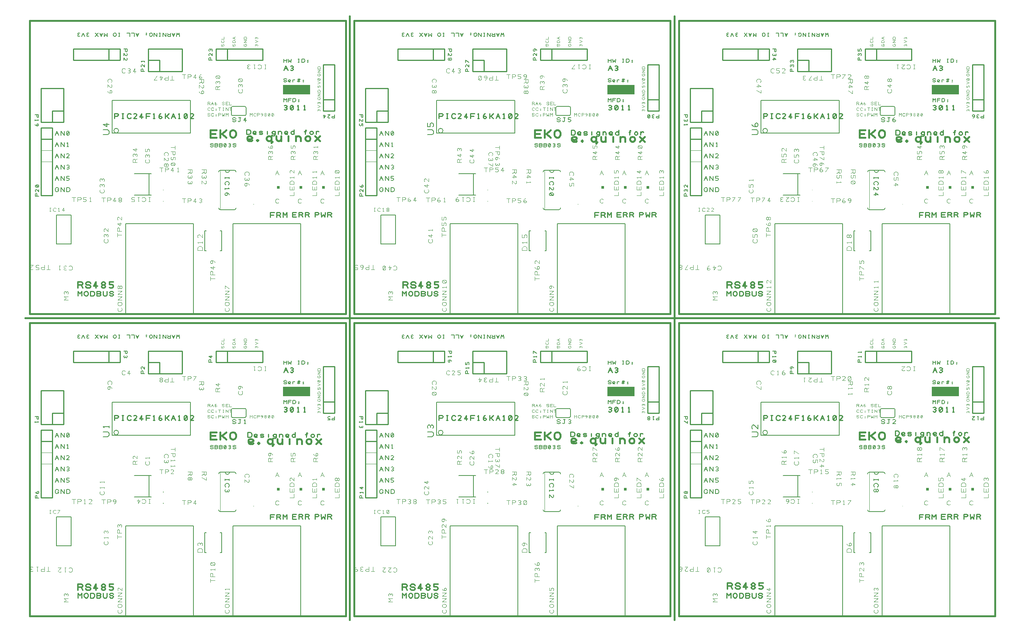
<source format=gbr>
%FSLAX23Y23*%
%MOIN*%
G04 EasyPC Gerber Version 14.0.2 Build 2922 *
%ADD123C,0.00008*%
%ADD22C,0.00100*%
%ADD119C,0.00200*%
%ADD121C,0.00320*%
%ADD107C,0.00400*%
%ADD106C,0.00448*%
%ADD115C,0.00480*%
%ADD111C,0.00500*%
%ADD105C,0.00600*%
%ADD124C,0.00700*%
%ADD122C,0.00720*%
%ADD118C,0.00750*%
%ADD114C,0.00760*%
%ADD120C,0.00800*%
%ADD112C,0.00840*%
%ADD96C,0.01000*%
%ADD117C,0.01064*%
%ADD116C,0.01330*%
%ADD103C,0.01600*%
%ADD113C,0.01634*%
X0Y0D02*
D02*
D22*
X219Y1525D02*
X319D01*
Y1725*
X219*
Y1425*
X319*
Y1525*
X219Y4202D02*
X319D01*
Y4402*
X219*
Y4102*
X319*
Y4202*
X819Y2425D02*
X509D01*
Y2325*
X819*
Y5102D02*
X509D01*
Y5002*
X819*
X919Y2425D02*
X819D01*
Y2325*
X919*
Y2425*
Y5102D02*
X819D01*
Y5002*
X919*
Y5102*
X1469Y2225D02*
Y2425D01*
X1169*
Y2225*
X1469*
Y4902D02*
Y5102D01*
X1169*
Y4902*
X1469*
X1869Y2325D02*
Y2425D01*
X1769*
Y2325*
X2179*
Y2425*
X1869*
Y5002D02*
Y5102D01*
X1769*
Y5002*
X2179*
Y5102*
X1869*
X2309Y1190D02*
X2329D01*
Y1209*
X2309*
Y1190*
G36*
X2329*
Y1209*
X2309*
Y1190*
G37*
Y3867D02*
X2329D01*
Y3887*
X2309*
Y3867*
G36*
X2329*
Y3887*
X2309*
Y3867*
G37*
X2362Y2028D02*
X2598D01*
Y2106*
X2362*
Y2028*
G36*
X2598*
Y2106*
X2362*
Y2028*
G37*
Y4705D02*
X2598D01*
Y4783*
X2362*
Y4705*
G36*
X2598*
Y4783*
X2362*
Y4705*
G37*
X2509Y1190D02*
X2529D01*
Y1209*
X2509*
Y1190*
G36*
X2529*
Y1209*
X2509*
Y1190*
G37*
Y3867D02*
X2529D01*
Y3887*
X2509*
Y3867*
G36*
X2529*
Y3887*
X2509*
Y3867*
G37*
X2709Y1190D02*
X2729D01*
Y1209*
X2709*
Y1190*
G36*
X2729*
Y1209*
X2709*
Y1190*
G37*
Y3867D02*
X2729D01*
Y3887*
X2709*
Y3867*
G36*
X2729*
Y3887*
X2709*
Y3867*
G37*
X2719Y1975D02*
X2819D01*
Y1875*
X2719*
Y2285*
X2819*
Y1975*
X2719Y4652D02*
X2819D01*
Y4552*
X2719*
Y4962*
X2819*
Y4652*
X3093Y1525D02*
X3193D01*
Y1725*
X3093*
Y1425*
X3193*
Y1525*
X3093Y4202D02*
X3193D01*
Y4402*
X3093*
Y4102*
X3193*
Y4202*
X3693Y2425D02*
X3383D01*
Y2325*
X3693*
Y5102D02*
X3383D01*
Y5002*
X3693*
X3793Y2425D02*
X3693D01*
Y2325*
X3793*
Y2425*
Y5102D02*
X3693D01*
Y5002*
X3793*
Y5102*
X4343Y2225D02*
Y2425D01*
X4043*
Y2225*
X4343*
Y4902D02*
Y5102D01*
X4043*
Y4902*
X4343*
X4743Y2325D02*
Y2425D01*
X4643*
Y2325*
X5053*
Y2425*
X4743*
Y5002D02*
Y5102D01*
X4643*
Y5002*
X5053*
Y5102*
X4743*
X5183Y1190D02*
X5203D01*
Y1209*
X5183*
Y1190*
G36*
X5203*
Y1209*
X5183*
Y1190*
G37*
Y3867D02*
X5203D01*
Y3887*
X5183*
Y3867*
G36*
X5203*
Y3887*
X5183*
Y3867*
G37*
X5236Y2028D02*
X5472D01*
Y2106*
X5236*
Y2028*
G36*
X5472*
Y2106*
X5236*
Y2028*
G37*
Y4705D02*
X5472D01*
Y4783*
X5236*
Y4705*
G36*
X5472*
Y4783*
X5236*
Y4705*
G37*
X5383Y1190D02*
X5403D01*
Y1209*
X5383*
Y1190*
G36*
X5403*
Y1209*
X5383*
Y1190*
G37*
Y3867D02*
X5403D01*
Y3887*
X5383*
Y3867*
G36*
X5403*
Y3887*
X5383*
Y3867*
G37*
X5583Y1190D02*
X5603D01*
Y1209*
X5583*
Y1190*
G36*
X5603*
Y1209*
X5583*
Y1190*
G37*
Y3867D02*
X5603D01*
Y3887*
X5583*
Y3867*
G36*
X5603*
Y3887*
X5583*
Y3867*
G37*
X5593Y1975D02*
X5693D01*
Y1875*
X5593*
Y2285*
X5693*
Y1975*
X5593Y4652D02*
X5693D01*
Y4552*
X5593*
Y4962*
X5693*
Y4652*
X5967Y1525D02*
X6067D01*
Y1725*
X5967*
Y1425*
X6067*
Y1525*
X5967Y4202D02*
X6067D01*
Y4402*
X5967*
Y4102*
X6067*
Y4202*
X6567Y2425D02*
X6257D01*
Y2325*
X6567*
Y5102D02*
X6257D01*
Y5002*
X6567*
X6667Y2425D02*
X6567D01*
Y2325*
X6667*
Y2425*
Y5102D02*
X6567D01*
Y5002*
X6667*
Y5102*
X7217Y2225D02*
Y2425D01*
X6917*
Y2225*
X7217*
Y4902D02*
Y5102D01*
X6917*
Y4902*
X7217*
X7617Y2325D02*
Y2425D01*
X7517*
Y2325*
X7927*
Y2425*
X7617*
Y5002D02*
Y5102D01*
X7517*
Y5002*
X7927*
Y5102*
X7617*
X8057Y1190D02*
X8077D01*
Y1209*
X8057*
Y1190*
G36*
X8077*
Y1209*
X8057*
Y1190*
G37*
Y3867D02*
X8077D01*
Y3887*
X8057*
Y3867*
G36*
X8077*
Y3887*
X8057*
Y3867*
G37*
X8110Y2028D02*
X8346D01*
Y2106*
X8110*
Y2028*
G36*
X8346*
Y2106*
X8110*
Y2028*
G37*
Y4705D02*
X8346D01*
Y4783*
X8110*
Y4705*
G36*
X8346*
Y4783*
X8110*
Y4705*
G37*
X8257Y1190D02*
X8277D01*
Y1209*
X8257*
Y1190*
G36*
X8277*
Y1209*
X8257*
Y1190*
G37*
Y3867D02*
X8277D01*
Y3887*
X8257*
Y3867*
G36*
X8277*
Y3887*
X8257*
Y3867*
G37*
X8457Y1190D02*
X8477D01*
Y1209*
X8457*
Y1190*
G36*
X8477*
Y1209*
X8457*
Y1190*
G37*
Y3867D02*
X8477D01*
Y3887*
X8457*
Y3867*
G36*
X8477*
Y3887*
X8457*
Y3867*
G37*
X8467Y1975D02*
X8567D01*
Y1875*
X8467*
Y2285*
X8567*
Y1975*
X8467Y4652D02*
X8567D01*
Y4552*
X8467*
Y4962*
X8567*
Y4652*
D02*
D96*
X219Y2075D02*
X419D01*
Y1775*
X219*
Y2075*
Y4752D02*
X419D01*
Y4452*
X219*
Y4752*
X319Y1625D02*
X219D01*
Y1125*
X319*
Y1725*
X219*
Y1625*
X319Y4302D02*
X219D01*
Y3802*
X319*
Y4402*
X219*
Y4302*
X419Y1875D02*
X319D01*
Y1775*
X419Y4552D02*
X319D01*
Y4452*
X819Y2325D02*
Y2425D01*
X506*
Y2325*
X919*
Y2425*
X819*
Y5002D02*
Y5102D01*
X506*
Y5002*
X919*
Y5102*
X819*
X1269Y2225D02*
Y2325D01*
X1169*
X1269Y4902D02*
Y5002D01*
X1169*
X1469Y2425D02*
Y2225D01*
X1169*
Y2425*
X1469*
Y5102D02*
Y4902D01*
X1169*
Y5102*
X1469*
X1869Y2425D02*
Y2325D01*
X2181*
Y2425*
X1769*
Y2325*
X1869*
Y5102D02*
Y5002D01*
X2181*
Y5102*
X1769*
Y5002*
X1869*
X2719Y1975D02*
X2819D01*
Y2287*
X2719*
Y1875*
X2819*
Y1975*
X2719Y4652D02*
X2819D01*
Y4964*
X2719*
Y4552*
X2819*
Y4652*
X3093Y2075D02*
X3293D01*
Y1775*
X3093*
Y2075*
Y4752D02*
X3293D01*
Y4452*
X3093*
Y4752*
X3193Y1625D02*
X3093D01*
Y1125*
X3193*
Y1725*
X3093*
Y1625*
X3193Y4302D02*
X3093D01*
Y3802*
X3193*
Y4402*
X3093*
Y4302*
X3293Y1875D02*
X3193D01*
Y1775*
X3293Y4552D02*
X3193D01*
Y4452*
X3693Y2325D02*
Y2425D01*
X3380*
Y2325*
X3793*
Y2425*
X3693*
Y5002D02*
Y5102D01*
X3380*
Y5002*
X3793*
Y5102*
X3693*
X4143Y2225D02*
Y2325D01*
X4043*
X4143Y4902D02*
Y5002D01*
X4043*
X4343Y2425D02*
Y2225D01*
X4043*
Y2425*
X4343*
Y5102D02*
Y4902D01*
X4043*
Y5102*
X4343*
X4743Y2425D02*
Y2325D01*
X5055*
Y2425*
X4643*
Y2325*
X4743*
Y5102D02*
Y5002D01*
X5055*
Y5102*
X4643*
Y5002*
X4743*
X5593Y1975D02*
X5693D01*
Y2287*
X5593*
Y1875*
X5693*
Y1975*
X5593Y4652D02*
X5693D01*
Y4964*
X5593*
Y4552*
X5693*
Y4652*
X5967Y2075D02*
X6167D01*
Y1775*
X5967*
Y2075*
Y4752D02*
X6167D01*
Y4452*
X5967*
Y4752*
X6067Y1625D02*
X5967D01*
Y1125*
X6067*
Y1725*
X5967*
Y1625*
X6067Y4302D02*
X5967D01*
Y3802*
X6067*
Y4402*
X5967*
Y4302*
X6167Y1875D02*
X6067D01*
Y1775*
X6167Y4552D02*
X6067D01*
Y4452*
X6567Y2325D02*
Y2425D01*
X6254*
Y2325*
X6667*
Y2425*
X6567*
Y5002D02*
Y5102D01*
X6254*
Y5002*
X6667*
Y5102*
X6567*
X7017Y2225D02*
Y2325D01*
X6917*
X7017Y4902D02*
Y5002D01*
X6917*
X7217Y2425D02*
Y2225D01*
X6917*
Y2425*
X7217*
Y5102D02*
Y4902D01*
X6917*
Y5102*
X7217*
X7617Y2425D02*
Y2325D01*
X7929*
Y2425*
X7517*
Y2325*
X7617*
Y5102D02*
Y5002D01*
X7929*
Y5102*
X7517*
Y5002*
X7617*
X8467Y1975D02*
X8567D01*
Y2287*
X8467*
Y1875*
X8567*
Y1975*
X8467Y4652D02*
X8567D01*
Y4964*
X8467*
Y4552*
X8567*
Y4652*
D02*
D103*
X79Y2717D02*
X8701D01*
X119Y2675D02*
Y75D01*
X2919*
Y2675*
X119*
Y5352D02*
Y2752D01*
X2919*
Y5352*
X119*
X2953Y5394D02*
Y39D01*
X2993Y2675D02*
Y75D01*
X5793*
Y2675*
X2993*
Y5352D02*
Y2752D01*
X5793*
Y5352*
X2993*
X5827Y5394D02*
Y39D01*
X5867Y2675D02*
Y75D01*
X8667*
Y2675*
X5867*
Y5352D02*
Y2752D01*
X8667*
Y5352*
X5867*
D02*
D105*
X847Y1971D02*
Y1678D01*
X1542*
Y1971*
X847*
Y4648D02*
Y4356D01*
X1542*
Y4648*
X847*
X905Y1701D02*
G75*
G03X863I-21D01*
G01*
G75*
G03X905I21*
G01*
Y4378D02*
G75*
G03X863I-21D01*
G01*
G75*
G03X905I21*
G01*
X1444Y2537D02*
X1441Y2567D01*
X1431Y2552*
X1421Y2567*
X1419Y2537*
X1404Y2567D02*
X1391Y2537D01*
X1379Y2567*
X1399Y2555D02*
X1384D01*
X1364Y2567D02*
Y2537D01*
X1346*
X1341Y2540*
X1339Y2545*
X1341Y2550*
X1346Y2552*
X1364*
X1346D02*
X1339Y2567D01*
X1324D02*
Y2537D01*
X1299Y2567*
Y2537*
X1276Y2567D02*
X1266D01*
X1271D02*
Y2537D01*
X1276D02*
X1266D01*
X1244Y2567D02*
Y2537D01*
X1219Y2567*
Y2537*
X1186Y2555D02*
X1179D01*
Y2557*
X1181Y2562*
X1184Y2565*
X1189Y2567*
X1194*
X1199Y2565*
X1201Y2562*
X1204Y2557*
Y2547*
X1201Y2542*
X1199Y2540*
X1194Y2537*
X1189*
X1184Y2540*
X1181Y2542*
X1179Y2547*
X1151Y2567D02*
X1149Y2565D01*
X1151Y2562*
X1154Y2565*
X1151Y2567*
Y2555D02*
X1149Y2552D01*
X1151Y2550*
X1154Y2552*
X1151Y2555*
X1084Y2567D02*
X1071Y2537D01*
X1059Y2567*
X1079Y2555D02*
X1064D01*
X1044Y2537D02*
Y2567D01*
X1019*
X1004Y2537D02*
Y2567D01*
X979*
X916D02*
X906D01*
X911D02*
Y2537D01*
X916D02*
X906D01*
X884Y2557D02*
Y2547D01*
X881Y2542*
X879Y2540*
X874Y2537*
X869*
X864Y2540*
X861Y2542*
X859Y2547*
Y2557*
X861Y2562*
X864Y2565*
X869Y2567*
X874*
X879Y2565*
X881Y2562*
X884Y2557*
X804Y2567D02*
Y2537D01*
X791Y2552*
X779Y2537*
Y2567*
X764D02*
X751Y2537D01*
X739Y2567*
X759Y2555D02*
X744D01*
X724Y2567D02*
X699Y2537D01*
X724D02*
X699Y2567D01*
X641Y2565D02*
X636Y2567D01*
X631*
X626Y2565*
X624Y2560*
X626Y2555*
X631Y2552*
X636*
X631D02*
X626Y2550D01*
X624Y2545*
X626Y2540*
X631Y2537*
X636*
X641Y2540*
X604Y2537D02*
X591Y2567D01*
X579Y2537*
X561Y2565D02*
X556Y2567D01*
X551*
X546Y2565*
X544Y2560*
X546Y2555*
X551Y2552*
X556*
X551D02*
X546Y2550D01*
X544Y2545*
X546Y2540*
X551Y2537*
X556*
X561Y2540*
X1444Y5214D02*
X1441Y5244D01*
X1431Y5229*
X1421Y5244*
X1419Y5214*
X1404Y5244D02*
X1391Y5214D01*
X1379Y5244*
X1399Y5232D02*
X1384D01*
X1364Y5244D02*
Y5214D01*
X1346*
X1341Y5217*
X1339Y5222*
X1341Y5227*
X1346Y5229*
X1364*
X1346D02*
X1339Y5244D01*
X1324D02*
Y5214D01*
X1299Y5244*
Y5214*
X1276Y5244D02*
X1266D01*
X1271D02*
Y5214D01*
X1276D02*
X1266D01*
X1244Y5244D02*
Y5214D01*
X1219Y5244*
Y5214*
X1186Y5232D02*
X1179D01*
Y5234*
X1181Y5239*
X1184Y5242*
X1189Y5244*
X1194*
X1199Y5242*
X1201Y5239*
X1204Y5234*
Y5224*
X1201Y5219*
X1199Y5217*
X1194Y5214*
X1189*
X1184Y5217*
X1181Y5219*
X1179Y5224*
X1151Y5244D02*
X1149Y5242D01*
X1151Y5239*
X1154Y5242*
X1151Y5244*
Y5232D02*
X1149Y5229D01*
X1151Y5227*
X1154Y5229*
X1151Y5232*
X1084Y5244D02*
X1071Y5214D01*
X1059Y5244*
X1079Y5232D02*
X1064D01*
X1044Y5214D02*
Y5244D01*
X1019*
X1004Y5214D02*
Y5244D01*
X979*
X916D02*
X906D01*
X911D02*
Y5214D01*
X916D02*
X906D01*
X884Y5234D02*
Y5224D01*
X881Y5219*
X879Y5217*
X874Y5214*
X869*
X864Y5217*
X861Y5219*
X859Y5224*
Y5234*
X861Y5239*
X864Y5242*
X869Y5244*
X874*
X879Y5242*
X881Y5239*
X884Y5234*
X804Y5244D02*
Y5214D01*
X791Y5229*
X779Y5214*
Y5244*
X764D02*
X751Y5214D01*
X739Y5244*
X759Y5232D02*
X744D01*
X724Y5244D02*
X699Y5214D01*
X724D02*
X699Y5244D01*
X641Y5242D02*
X636Y5244D01*
X631*
X626Y5242*
X624Y5237*
X626Y5232*
X631Y5229*
X636*
X631D02*
X626Y5227D01*
X624Y5222*
X626Y5217*
X631Y5214*
X636*
X641Y5217*
X604Y5214D02*
X591Y5244D01*
X579Y5214*
X561Y5242D02*
X556Y5244D01*
X551*
X546Y5242*
X544Y5237*
X546Y5232*
X551Y5229*
X556*
X551D02*
X546Y5227D01*
X544Y5222*
X546Y5217*
X551Y5214*
X556*
X561Y5217*
X1669Y636D02*
Y814D01*
Y3313D02*
Y3491D01*
X1681Y636D02*
X1669D01*
X1681Y814D02*
X1669D01*
X1681Y3313D02*
X1669D01*
X1681Y3491D02*
X1669D01*
X1792Y1015D02*
G75*
G03X1807Y1000I15D01*
G01*
X1931*
G75*
G03X1946Y1015J15*
G01*
X1792Y3692D02*
G75*
G03X1807Y3677I15D01*
G01*
X1931*
G75*
G03X1946Y3692J15*
G01*
X1819Y636D02*
X1806D01*
X1819Y636D02*
Y814D01*
Y814D02*
X1806D01*
X1819Y3313D02*
X1806D01*
X1819Y3313D02*
Y3491D01*
Y3491D02*
X1806D01*
X1849Y1350D02*
G75*
G03X1889I20D01*
G01*
X1849Y4027D02*
G75*
G03X1889I20D01*
G01*
X1904Y1905D02*
Y1845D01*
G75*
G03X1914Y1835I10*
G01*
X2024*
G75*
G03X2034Y1845J10*
G01*
Y1905*
G75*
G03X2024Y1915I-10*
G01*
X1914*
G75*
G03X1904Y1905J-10*
G01*
Y4582D02*
Y4522D01*
G75*
G03X1914Y4512I10*
G01*
X2024*
G75*
G03X2034Y4522J10*
G01*
Y4582*
G75*
G03X2024Y4592I-10*
G01*
X1914*
G75*
G03X1904Y4582J-10*
G01*
X1946Y1335D02*
G75*
G03X1931Y1350I-15D01*
G01*
X1807*
G75*
G03X1792Y1335J-15*
G01*
X1946Y4012D02*
G75*
G03X1931Y4027I-15D01*
G01*
X1807*
G75*
G03X1792Y4012J-15*
G01*
X2369Y1957D02*
Y1987D01*
X2381Y1972*
X2394Y1987*
Y1957*
X2409D02*
Y1987D01*
X2434*
X2429Y1972D02*
X2409D01*
X2449Y1957D02*
Y1987D01*
X2464*
X2469Y1985*
X2471Y1982*
X2474Y1977*
Y1967*
X2471Y1962*
X2469Y1960*
X2464Y1957*
X2449*
X2501D02*
X2504Y1960D01*
X2501Y1962*
X2499Y1960*
X2501Y1957*
Y1970D02*
X2504Y1972D01*
X2501Y1975*
X2499Y1972*
X2501Y1970*
X2369Y2140D02*
X2371Y2135D01*
X2376Y2132*
X2386*
X2391Y2135*
X2394Y2140*
X2391Y2145*
X2386Y2147*
X2376*
X2371Y2150*
X2369Y2155*
X2371Y2160*
X2376Y2162*
X2386*
X2391Y2160*
X2394Y2155*
X2429Y2135D02*
X2426Y2132D01*
X2421*
X2416*
X2411Y2135*
X2409Y2140*
Y2147*
X2411Y2150*
X2416Y2152*
X2421*
X2426Y2150*
X2429Y2147*
Y2145*
X2426Y2142*
X2421Y2140*
X2416*
X2411Y2142*
X2409Y2145*
X2449Y2132D02*
Y2152D01*
Y2145D02*
X2451Y2150D01*
X2456Y2152*
X2461*
X2466Y2150*
X2494Y2132D02*
X2499Y2162D01*
X2509D02*
X2504Y2132D01*
X2511Y2140D02*
X2489D01*
X2491Y2155D02*
X2514D01*
X2541Y2132D02*
X2544Y2135D01*
X2541Y2137*
X2539Y2135*
X2541Y2132*
Y2145D02*
X2544Y2147D01*
X2541Y2150*
X2539Y2147*
X2541Y2145*
X2369Y2307D02*
Y2337D01*
Y2322D02*
X2394D01*
Y2307D02*
Y2337D01*
X2409D02*
X2411Y2307D01*
X2421Y2322*
X2431Y2307*
X2434Y2337*
X2496Y2307D02*
X2506D01*
X2501D02*
Y2337D01*
X2496D02*
X2506D01*
X2529Y2307D02*
Y2337D01*
X2544*
X2549Y2335*
X2551Y2332*
X2554Y2327*
Y2317*
X2551Y2312*
X2549Y2310*
X2544Y2307*
X2529*
X2581D02*
X2584Y2310D01*
X2581Y2312*
X2579Y2310*
X2581Y2307*
Y2320D02*
X2584Y2322D01*
X2581Y2325*
X2579Y2322*
X2581Y2320*
X2369Y4634D02*
Y4664D01*
X2381Y4649*
X2394Y4664*
Y4634*
X2409D02*
Y4664D01*
X2434*
X2429Y4649D02*
X2409D01*
X2449Y4634D02*
Y4664D01*
X2464*
X2469Y4662*
X2471Y4659*
X2474Y4654*
Y4644*
X2471Y4639*
X2469Y4637*
X2464Y4634*
X2449*
X2501D02*
X2504Y4637D01*
X2501Y4639*
X2499Y4637*
X2501Y4634*
Y4647D02*
X2504Y4649D01*
X2501Y4652*
X2499Y4649*
X2501Y4647*
X2369Y4817D02*
X2371Y4812D01*
X2376Y4809*
X2386*
X2391Y4812*
X2394Y4817*
X2391Y4822*
X2386Y4824*
X2376*
X2371Y4827*
X2369Y4832*
X2371Y4837*
X2376Y4839*
X2386*
X2391Y4837*
X2394Y4832*
X2429Y4812D02*
X2426Y4809D01*
X2421*
X2416*
X2411Y4812*
X2409Y4817*
Y4824*
X2411Y4827*
X2416Y4829*
X2421*
X2426Y4827*
X2429Y4824*
Y4822*
X2426Y4819*
X2421Y4817*
X2416*
X2411Y4819*
X2409Y4822*
X2449Y4809D02*
Y4829D01*
Y4822D02*
X2451Y4827D01*
X2456Y4829*
X2461*
X2466Y4827*
X2494Y4809D02*
X2499Y4839D01*
X2509D02*
X2504Y4809D01*
X2511Y4817D02*
X2489D01*
X2491Y4832D02*
X2514D01*
X2541Y4809D02*
X2544Y4812D01*
X2541Y4814*
X2539Y4812*
X2541Y4809*
Y4822D02*
X2544Y4824D01*
X2541Y4827*
X2539Y4824*
X2541Y4822*
X2369Y4984D02*
Y5014D01*
Y4999D02*
X2394D01*
Y4984D02*
Y5014D01*
X2409D02*
X2411Y4984D01*
X2421Y4999*
X2431Y4984*
X2434Y5014*
X2496Y4984D02*
X2506D01*
X2501D02*
Y5014D01*
X2496D02*
X2506D01*
X2529Y4984D02*
Y5014D01*
X2544*
X2549Y5012*
X2551Y5009*
X2554Y5004*
Y4994*
X2551Y4989*
X2549Y4987*
X2544Y4984*
X2529*
X2581D02*
X2584Y4987D01*
X2581Y4989*
X2579Y4987*
X2581Y4984*
Y4997D02*
X2584Y4999D01*
X2581Y5002*
X2579Y4999*
X2581Y4997*
X3721Y1971D02*
Y1678D01*
X4416*
Y1971*
X3721*
Y4648D02*
Y4356D01*
X4416*
Y4648*
X3721*
X3779Y1701D02*
G75*
G03X3737I-21D01*
G01*
G75*
G03X3779I21*
G01*
Y4378D02*
G75*
G03X3737I-21D01*
G01*
G75*
G03X3779I21*
G01*
X4318Y2537D02*
X4315Y2567D01*
X4305Y2552*
X4295Y2567*
X4293Y2537*
X4278Y2567D02*
X4265Y2537D01*
X4253Y2567*
X4273Y2555D02*
X4258D01*
X4238Y2567D02*
Y2537D01*
X4220*
X4215Y2540*
X4213Y2545*
X4215Y2550*
X4220Y2552*
X4238*
X4220D02*
X4213Y2567D01*
X4198D02*
Y2537D01*
X4173Y2567*
Y2537*
X4150Y2567D02*
X4140D01*
X4145D02*
Y2537D01*
X4150D02*
X4140D01*
X4118Y2567D02*
Y2537D01*
X4093Y2567*
Y2537*
X4060Y2555D02*
X4053D01*
Y2557*
X4055Y2562*
X4058Y2565*
X4063Y2567*
X4068*
X4073Y2565*
X4075Y2562*
X4078Y2557*
Y2547*
X4075Y2542*
X4073Y2540*
X4068Y2537*
X4063*
X4058Y2540*
X4055Y2542*
X4053Y2547*
X4025Y2567D02*
X4023Y2565D01*
X4025Y2562*
X4028Y2565*
X4025Y2567*
Y2555D02*
X4023Y2552D01*
X4025Y2550*
X4028Y2552*
X4025Y2555*
X3958Y2567D02*
X3945Y2537D01*
X3933Y2567*
X3953Y2555D02*
X3938D01*
X3918Y2537D02*
Y2567D01*
X3893*
X3878Y2537D02*
Y2567D01*
X3853*
X3790D02*
X3780D01*
X3785D02*
Y2537D01*
X3790D02*
X3780D01*
X3758Y2557D02*
Y2547D01*
X3755Y2542*
X3753Y2540*
X3748Y2537*
X3743*
X3738Y2540*
X3735Y2542*
X3733Y2547*
Y2557*
X3735Y2562*
X3738Y2565*
X3743Y2567*
X3748*
X3753Y2565*
X3755Y2562*
X3758Y2557*
X3678Y2567D02*
Y2537D01*
X3665Y2552*
X3653Y2537*
Y2567*
X3638D02*
X3625Y2537D01*
X3613Y2567*
X3633Y2555D02*
X3618D01*
X3598Y2567D02*
X3573Y2537D01*
X3598D02*
X3573Y2567D01*
X3515Y2565D02*
X3510Y2567D01*
X3505*
X3500Y2565*
X3498Y2560*
X3500Y2555*
X3505Y2552*
X3510*
X3505D02*
X3500Y2550D01*
X3498Y2545*
X3500Y2540*
X3505Y2537*
X3510*
X3515Y2540*
X3478Y2537D02*
X3465Y2567D01*
X3453Y2537*
X3435Y2565D02*
X3430Y2567D01*
X3425*
X3420Y2565*
X3418Y2560*
X3420Y2555*
X3425Y2552*
X3430*
X3425D02*
X3420Y2550D01*
X3418Y2545*
X3420Y2540*
X3425Y2537*
X3430*
X3435Y2540*
X4318Y5214D02*
X4315Y5244D01*
X4305Y5229*
X4295Y5244*
X4293Y5214*
X4278Y5244D02*
X4265Y5214D01*
X4253Y5244*
X4273Y5232D02*
X4258D01*
X4238Y5244D02*
Y5214D01*
X4220*
X4215Y5217*
X4213Y5222*
X4215Y5227*
X4220Y5229*
X4238*
X4220D02*
X4213Y5244D01*
X4198D02*
Y5214D01*
X4173Y5244*
Y5214*
X4150Y5244D02*
X4140D01*
X4145D02*
Y5214D01*
X4150D02*
X4140D01*
X4118Y5244D02*
Y5214D01*
X4093Y5244*
Y5214*
X4060Y5232D02*
X4053D01*
Y5234*
X4055Y5239*
X4058Y5242*
X4063Y5244*
X4068*
X4073Y5242*
X4075Y5239*
X4078Y5234*
Y5224*
X4075Y5219*
X4073Y5217*
X4068Y5214*
X4063*
X4058Y5217*
X4055Y5219*
X4053Y5224*
X4025Y5244D02*
X4023Y5242D01*
X4025Y5239*
X4028Y5242*
X4025Y5244*
Y5232D02*
X4023Y5229D01*
X4025Y5227*
X4028Y5229*
X4025Y5232*
X3958Y5244D02*
X3945Y5214D01*
X3933Y5244*
X3953Y5232D02*
X3938D01*
X3918Y5214D02*
Y5244D01*
X3893*
X3878Y5214D02*
Y5244D01*
X3853*
X3790D02*
X3780D01*
X3785D02*
Y5214D01*
X3790D02*
X3780D01*
X3758Y5234D02*
Y5224D01*
X3755Y5219*
X3753Y5217*
X3748Y5214*
X3743*
X3738Y5217*
X3735Y5219*
X3733Y5224*
Y5234*
X3735Y5239*
X3738Y5242*
X3743Y5244*
X3748*
X3753Y5242*
X3755Y5239*
X3758Y5234*
X3678Y5244D02*
Y5214D01*
X3665Y5229*
X3653Y5214*
Y5244*
X3638D02*
X3625Y5214D01*
X3613Y5244*
X3633Y5232D02*
X3618D01*
X3598Y5244D02*
X3573Y5214D01*
X3598D02*
X3573Y5244D01*
X3515Y5242D02*
X3510Y5244D01*
X3505*
X3500Y5242*
X3498Y5237*
X3500Y5232*
X3505Y5229*
X3510*
X3505D02*
X3500Y5227D01*
X3498Y5222*
X3500Y5217*
X3505Y5214*
X3510*
X3515Y5217*
X3478Y5214D02*
X3465Y5244D01*
X3453Y5214*
X3435Y5242D02*
X3430Y5244D01*
X3425*
X3420Y5242*
X3418Y5237*
X3420Y5232*
X3425Y5229*
X3430*
X3425D02*
X3420Y5227D01*
X3418Y5222*
X3420Y5217*
X3425Y5214*
X3430*
X3435Y5217*
X4543Y636D02*
Y814D01*
Y3313D02*
Y3491D01*
X4555Y636D02*
X4543D01*
X4555Y814D02*
X4543D01*
X4555Y3313D02*
X4543D01*
X4555Y3491D02*
X4543D01*
X4666Y1015D02*
G75*
G03X4681Y1000I15D01*
G01*
X4805*
G75*
G03X4820Y1015J15*
G01*
X4666Y3692D02*
G75*
G03X4681Y3677I15D01*
G01*
X4805*
G75*
G03X4820Y3692J15*
G01*
X4693Y636D02*
X4681D01*
X4693Y636D02*
Y814D01*
Y814D02*
X4681D01*
X4693Y3313D02*
X4681D01*
X4693Y3313D02*
Y3491D01*
Y3491D02*
X4681D01*
X4723Y1350D02*
G75*
G03X4763I20D01*
G01*
X4723Y4027D02*
G75*
G03X4763I20D01*
G01*
X4778Y1905D02*
Y1845D01*
G75*
G03X4788Y1835I10*
G01*
X4898*
G75*
G03X4908Y1845J10*
G01*
Y1905*
G75*
G03X4898Y1915I-10*
G01*
X4788*
G75*
G03X4778Y1905J-10*
G01*
Y4582D02*
Y4522D01*
G75*
G03X4788Y4512I10*
G01*
X4898*
G75*
G03X4908Y4522J10*
G01*
Y4582*
G75*
G03X4898Y4592I-10*
G01*
X4788*
G75*
G03X4778Y4582J-10*
G01*
X4820Y1335D02*
G75*
G03X4805Y1350I-15D01*
G01*
X4681*
G75*
G03X4666Y1335J-15*
G01*
X4820Y4012D02*
G75*
G03X4805Y4027I-15D01*
G01*
X4681*
G75*
G03X4666Y4012J-15*
G01*
X5243Y1957D02*
Y1987D01*
X5255Y1972*
X5268Y1987*
Y1957*
X5283D02*
Y1987D01*
X5308*
X5303Y1972D02*
X5283D01*
X5323Y1957D02*
Y1987D01*
X5338*
X5343Y1985*
X5345Y1982*
X5348Y1977*
Y1967*
X5345Y1962*
X5343Y1960*
X5338Y1957*
X5323*
X5375D02*
X5378Y1960D01*
X5375Y1962*
X5373Y1960*
X5375Y1957*
Y1970D02*
X5378Y1972D01*
X5375Y1975*
X5373Y1972*
X5375Y1970*
X5243Y2140D02*
X5245Y2135D01*
X5250Y2132*
X5260*
X5265Y2135*
X5268Y2140*
X5265Y2145*
X5260Y2147*
X5250*
X5245Y2150*
X5243Y2155*
X5245Y2160*
X5250Y2162*
X5260*
X5265Y2160*
X5268Y2155*
X5303Y2135D02*
X5300Y2132D01*
X5295*
X5290*
X5285Y2135*
X5283Y2140*
Y2147*
X5285Y2150*
X5290Y2152*
X5295*
X5300Y2150*
X5303Y2147*
Y2145*
X5300Y2142*
X5295Y2140*
X5290*
X5285Y2142*
X5283Y2145*
X5323Y2132D02*
Y2152D01*
Y2145D02*
X5325Y2150D01*
X5330Y2152*
X5335*
X5340Y2150*
X5368Y2132D02*
X5373Y2162D01*
X5383D02*
X5378Y2132D01*
X5385Y2140D02*
X5363D01*
X5365Y2155D02*
X5388D01*
X5415Y2132D02*
X5418Y2135D01*
X5415Y2137*
X5413Y2135*
X5415Y2132*
Y2145D02*
X5418Y2147D01*
X5415Y2150*
X5413Y2147*
X5415Y2145*
X5243Y2307D02*
Y2337D01*
Y2322D02*
X5268D01*
Y2307D02*
Y2337D01*
X5283D02*
X5285Y2307D01*
X5295Y2322*
X5305Y2307*
X5308Y2337*
X5370Y2307D02*
X5380D01*
X5375D02*
Y2337D01*
X5370D02*
X5380D01*
X5403Y2307D02*
Y2337D01*
X5418*
X5423Y2335*
X5425Y2332*
X5428Y2327*
Y2317*
X5425Y2312*
X5423Y2310*
X5418Y2307*
X5403*
X5455D02*
X5458Y2310D01*
X5455Y2312*
X5453Y2310*
X5455Y2307*
Y2320D02*
X5458Y2322D01*
X5455Y2325*
X5453Y2322*
X5455Y2320*
X5243Y4634D02*
Y4664D01*
X5255Y4649*
X5268Y4664*
Y4634*
X5283D02*
Y4664D01*
X5308*
X5303Y4649D02*
X5283D01*
X5323Y4634D02*
Y4664D01*
X5338*
X5343Y4662*
X5345Y4659*
X5348Y4654*
Y4644*
X5345Y4639*
X5343Y4637*
X5338Y4634*
X5323*
X5375D02*
X5378Y4637D01*
X5375Y4639*
X5373Y4637*
X5375Y4634*
Y4647D02*
X5378Y4649D01*
X5375Y4652*
X5373Y4649*
X5375Y4647*
X5243Y4817D02*
X5245Y4812D01*
X5250Y4809*
X5260*
X5265Y4812*
X5268Y4817*
X5265Y4822*
X5260Y4824*
X5250*
X5245Y4827*
X5243Y4832*
X5245Y4837*
X5250Y4839*
X5260*
X5265Y4837*
X5268Y4832*
X5303Y4812D02*
X5300Y4809D01*
X5295*
X5290*
X5285Y4812*
X5283Y4817*
Y4824*
X5285Y4827*
X5290Y4829*
X5295*
X5300Y4827*
X5303Y4824*
Y4822*
X5300Y4819*
X5295Y4817*
X5290*
X5285Y4819*
X5283Y4822*
X5323Y4809D02*
Y4829D01*
Y4822D02*
X5325Y4827D01*
X5330Y4829*
X5335*
X5340Y4827*
X5368Y4809D02*
X5373Y4839D01*
X5383D02*
X5378Y4809D01*
X5385Y4817D02*
X5363D01*
X5365Y4832D02*
X5388D01*
X5415Y4809D02*
X5418Y4812D01*
X5415Y4814*
X5413Y4812*
X5415Y4809*
Y4822D02*
X5418Y4824D01*
X5415Y4827*
X5413Y4824*
X5415Y4822*
X5243Y4984D02*
Y5014D01*
Y4999D02*
X5268D01*
Y4984D02*
Y5014D01*
X5283D02*
X5285Y4984D01*
X5295Y4999*
X5305Y4984*
X5308Y5014*
X5370Y4984D02*
X5380D01*
X5375D02*
Y5014D01*
X5370D02*
X5380D01*
X5403Y4984D02*
Y5014D01*
X5418*
X5423Y5012*
X5425Y5009*
X5428Y5004*
Y4994*
X5425Y4989*
X5423Y4987*
X5418Y4984*
X5403*
X5455D02*
X5458Y4987D01*
X5455Y4989*
X5453Y4987*
X5455Y4984*
Y4997D02*
X5458Y4999D01*
X5455Y5002*
X5453Y4999*
X5455Y4997*
X6595Y1971D02*
Y1678D01*
X7290*
Y1971*
X6595*
Y4648D02*
Y4356D01*
X7290*
Y4648*
X6595*
X6653Y1701D02*
G75*
G03X6611I-21D01*
G01*
G75*
G03X6653I21*
G01*
Y4378D02*
G75*
G03X6611I-21D01*
G01*
G75*
G03X6653I21*
G01*
X7192Y2537D02*
X7189Y2567D01*
X7179Y2552*
X7169Y2567*
X7167Y2537*
X7152Y2567D02*
X7139Y2537D01*
X7127Y2567*
X7147Y2555D02*
X7132D01*
X7112Y2567D02*
Y2537D01*
X7094*
X7089Y2540*
X7087Y2545*
X7089Y2550*
X7094Y2552*
X7112*
X7094D02*
X7087Y2567D01*
X7072D02*
Y2537D01*
X7047Y2567*
Y2537*
X7024Y2567D02*
X7014D01*
X7019D02*
Y2537D01*
X7024D02*
X7014D01*
X6992Y2567D02*
Y2537D01*
X6967Y2567*
Y2537*
X6934Y2555D02*
X6927D01*
Y2557*
X6929Y2562*
X6932Y2565*
X6937Y2567*
X6942*
X6947Y2565*
X6949Y2562*
X6952Y2557*
Y2547*
X6949Y2542*
X6947Y2540*
X6942Y2537*
X6937*
X6932Y2540*
X6929Y2542*
X6927Y2547*
X6899Y2567D02*
X6897Y2565D01*
X6899Y2562*
X6902Y2565*
X6899Y2567*
Y2555D02*
X6897Y2552D01*
X6899Y2550*
X6902Y2552*
X6899Y2555*
X6832Y2567D02*
X6819Y2537D01*
X6807Y2567*
X6827Y2555D02*
X6812D01*
X6792Y2537D02*
Y2567D01*
X6767*
X6752Y2537D02*
Y2567D01*
X6727*
X6664D02*
X6654D01*
X6659D02*
Y2537D01*
X6664D02*
X6654D01*
X6632Y2557D02*
Y2547D01*
X6629Y2542*
X6627Y2540*
X6622Y2537*
X6617*
X6612Y2540*
X6609Y2542*
X6607Y2547*
Y2557*
X6609Y2562*
X6612Y2565*
X6617Y2567*
X6622*
X6627Y2565*
X6629Y2562*
X6632Y2557*
X6552Y2567D02*
Y2537D01*
X6539Y2552*
X6527Y2537*
Y2567*
X6512D02*
X6499Y2537D01*
X6487Y2567*
X6507Y2555D02*
X6492D01*
X6472Y2567D02*
X6447Y2537D01*
X6472D02*
X6447Y2567D01*
X6389Y2565D02*
X6384Y2567D01*
X6379*
X6374Y2565*
X6372Y2560*
X6374Y2555*
X6379Y2552*
X6384*
X6379D02*
X6374Y2550D01*
X6372Y2545*
X6374Y2540*
X6379Y2537*
X6384*
X6389Y2540*
X6352Y2537D02*
X6339Y2567D01*
X6327Y2537*
X6309Y2565D02*
X6304Y2567D01*
X6299*
X6294Y2565*
X6292Y2560*
X6294Y2555*
X6299Y2552*
X6304*
X6299D02*
X6294Y2550D01*
X6292Y2545*
X6294Y2540*
X6299Y2537*
X6304*
X6309Y2540*
X7192Y5214D02*
X7189Y5244D01*
X7179Y5229*
X7169Y5244*
X7167Y5214*
X7152Y5244D02*
X7139Y5214D01*
X7127Y5244*
X7147Y5232D02*
X7132D01*
X7112Y5244D02*
Y5214D01*
X7094*
X7089Y5217*
X7087Y5222*
X7089Y5227*
X7094Y5229*
X7112*
X7094D02*
X7087Y5244D01*
X7072D02*
Y5214D01*
X7047Y5244*
Y5214*
X7024Y5244D02*
X7014D01*
X7019D02*
Y5214D01*
X7024D02*
X7014D01*
X6992Y5244D02*
Y5214D01*
X6967Y5244*
Y5214*
X6934Y5232D02*
X6927D01*
Y5234*
X6929Y5239*
X6932Y5242*
X6937Y5244*
X6942*
X6947Y5242*
X6949Y5239*
X6952Y5234*
Y5224*
X6949Y5219*
X6947Y5217*
X6942Y5214*
X6937*
X6932Y5217*
X6929Y5219*
X6927Y5224*
X6899Y5244D02*
X6897Y5242D01*
X6899Y5239*
X6902Y5242*
X6899Y5244*
Y5232D02*
X6897Y5229D01*
X6899Y5227*
X6902Y5229*
X6899Y5232*
X6832Y5244D02*
X6819Y5214D01*
X6807Y5244*
X6827Y5232D02*
X6812D01*
X6792Y5214D02*
Y5244D01*
X6767*
X6752Y5214D02*
Y5244D01*
X6727*
X6664D02*
X6654D01*
X6659D02*
Y5214D01*
X6664D02*
X6654D01*
X6632Y5234D02*
Y5224D01*
X6629Y5219*
X6627Y5217*
X6622Y5214*
X6617*
X6612Y5217*
X6609Y5219*
X6607Y5224*
Y5234*
X6609Y5239*
X6612Y5242*
X6617Y5244*
X6622*
X6627Y5242*
X6629Y5239*
X6632Y5234*
X6552Y5244D02*
Y5214D01*
X6539Y5229*
X6527Y5214*
Y5244*
X6512D02*
X6499Y5214D01*
X6487Y5244*
X6507Y5232D02*
X6492D01*
X6472Y5244D02*
X6447Y5214D01*
X6472D02*
X6447Y5244D01*
X6389Y5242D02*
X6384Y5244D01*
X6379*
X6374Y5242*
X6372Y5237*
X6374Y5232*
X6379Y5229*
X6384*
X6379D02*
X6374Y5227D01*
X6372Y5222*
X6374Y5217*
X6379Y5214*
X6384*
X6389Y5217*
X6352Y5214D02*
X6339Y5244D01*
X6327Y5214*
X6309Y5242D02*
X6304Y5244D01*
X6299*
X6294Y5242*
X6292Y5237*
X6294Y5232*
X6299Y5229*
X6304*
X6299D02*
X6294Y5227D01*
X6292Y5222*
X6294Y5217*
X6299Y5214*
X6304*
X6309Y5217*
X7417Y636D02*
Y814D01*
Y3313D02*
Y3491D01*
X7429Y636D02*
X7417D01*
X7429Y814D02*
X7417D01*
X7429Y3313D02*
X7417D01*
X7429Y3491D02*
X7417D01*
X7540Y1015D02*
G75*
G03X7555Y1000I15D01*
G01*
X7679*
G75*
G03X7694Y1015J15*
G01*
X7540Y3692D02*
G75*
G03X7555Y3677I15D01*
G01*
X7679*
G75*
G03X7694Y3692J15*
G01*
X7567Y636D02*
X7555D01*
X7567Y636D02*
Y814D01*
Y814D02*
X7555D01*
X7567Y3313D02*
X7555D01*
X7567Y3313D02*
Y3491D01*
Y3491D02*
X7555D01*
X7597Y1350D02*
G75*
G03X7637I20D01*
G01*
X7597Y4027D02*
G75*
G03X7637I20D01*
G01*
X7652Y1905D02*
Y1845D01*
G75*
G03X7662Y1835I10*
G01*
X7772*
G75*
G03X7782Y1845J10*
G01*
Y1905*
G75*
G03X7772Y1915I-10*
G01*
X7662*
G75*
G03X7652Y1905J-10*
G01*
Y4582D02*
Y4522D01*
G75*
G03X7662Y4512I10*
G01*
X7772*
G75*
G03X7782Y4522J10*
G01*
Y4582*
G75*
G03X7772Y4592I-10*
G01*
X7662*
G75*
G03X7652Y4582J-10*
G01*
X7694Y1335D02*
G75*
G03X7679Y1350I-15D01*
G01*
X7555*
G75*
G03X7540Y1335J-15*
G01*
X7694Y4012D02*
G75*
G03X7679Y4027I-15D01*
G01*
X7555*
G75*
G03X7540Y4012J-15*
G01*
X8117Y1957D02*
Y1987D01*
X8129Y1972*
X8142Y1987*
Y1957*
X8157D02*
Y1987D01*
X8182*
X8177Y1972D02*
X8157D01*
X8197Y1957D02*
Y1987D01*
X8212*
X8217Y1985*
X8219Y1982*
X8222Y1977*
Y1967*
X8219Y1962*
X8217Y1960*
X8212Y1957*
X8197*
X8249D02*
X8252Y1960D01*
X8249Y1962*
X8247Y1960*
X8249Y1957*
Y1970D02*
X8252Y1972D01*
X8249Y1975*
X8247Y1972*
X8249Y1970*
X8117Y2140D02*
X8119Y2135D01*
X8124Y2132*
X8134*
X8139Y2135*
X8142Y2140*
X8139Y2145*
X8134Y2147*
X8124*
X8119Y2150*
X8117Y2155*
X8119Y2160*
X8124Y2162*
X8134*
X8139Y2160*
X8142Y2155*
X8177Y2135D02*
X8174Y2132D01*
X8169*
X8164*
X8159Y2135*
X8157Y2140*
Y2147*
X8159Y2150*
X8164Y2152*
X8169*
X8174Y2150*
X8177Y2147*
Y2145*
X8174Y2142*
X8169Y2140*
X8164*
X8159Y2142*
X8157Y2145*
X8197Y2132D02*
Y2152D01*
Y2145D02*
X8199Y2150D01*
X8204Y2152*
X8209*
X8214Y2150*
X8242Y2132D02*
X8247Y2162D01*
X8257D02*
X8252Y2132D01*
X8259Y2140D02*
X8237D01*
X8239Y2155D02*
X8262D01*
X8289Y2132D02*
X8292Y2135D01*
X8289Y2137*
X8287Y2135*
X8289Y2132*
Y2145D02*
X8292Y2147D01*
X8289Y2150*
X8287Y2147*
X8289Y2145*
X8117Y2307D02*
Y2337D01*
Y2322D02*
X8142D01*
Y2307D02*
Y2337D01*
X8157D02*
X8159Y2307D01*
X8169Y2322*
X8179Y2307*
X8182Y2337*
X8244Y2307D02*
X8254D01*
X8249D02*
Y2337D01*
X8244D02*
X8254D01*
X8277Y2307D02*
Y2337D01*
X8292*
X8297Y2335*
X8299Y2332*
X8302Y2327*
Y2317*
X8299Y2312*
X8297Y2310*
X8292Y2307*
X8277*
X8329D02*
X8332Y2310D01*
X8329Y2312*
X8327Y2310*
X8329Y2307*
Y2320D02*
X8332Y2322D01*
X8329Y2325*
X8327Y2322*
X8329Y2320*
X8117Y4634D02*
Y4664D01*
X8129Y4649*
X8142Y4664*
Y4634*
X8157D02*
Y4664D01*
X8182*
X8177Y4649D02*
X8157D01*
X8197Y4634D02*
Y4664D01*
X8212*
X8217Y4662*
X8219Y4659*
X8222Y4654*
Y4644*
X8219Y4639*
X8217Y4637*
X8212Y4634*
X8197*
X8249D02*
X8252Y4637D01*
X8249Y4639*
X8247Y4637*
X8249Y4634*
Y4647D02*
X8252Y4649D01*
X8249Y4652*
X8247Y4649*
X8249Y4647*
X8117Y4817D02*
X8119Y4812D01*
X8124Y4809*
X8134*
X8139Y4812*
X8142Y4817*
X8139Y4822*
X8134Y4824*
X8124*
X8119Y4827*
X8117Y4832*
X8119Y4837*
X8124Y4839*
X8134*
X8139Y4837*
X8142Y4832*
X8177Y4812D02*
X8174Y4809D01*
X8169*
X8164*
X8159Y4812*
X8157Y4817*
Y4824*
X8159Y4827*
X8164Y4829*
X8169*
X8174Y4827*
X8177Y4824*
Y4822*
X8174Y4819*
X8169Y4817*
X8164*
X8159Y4819*
X8157Y4822*
X8197Y4809D02*
Y4829D01*
Y4822D02*
X8199Y4827D01*
X8204Y4829*
X8209*
X8214Y4827*
X8242Y4809D02*
X8247Y4839D01*
X8257D02*
X8252Y4809D01*
X8259Y4817D02*
X8237D01*
X8239Y4832D02*
X8262D01*
X8289Y4809D02*
X8292Y4812D01*
X8289Y4814*
X8287Y4812*
X8289Y4809*
Y4822D02*
X8292Y4824D01*
X8289Y4827*
X8287Y4824*
X8289Y4822*
X8117Y4984D02*
Y5014D01*
Y4999D02*
X8142D01*
Y4984D02*
Y5014D01*
X8157D02*
X8159Y4984D01*
X8169Y4999*
X8179Y4984*
X8182Y5014*
X8244Y4984D02*
X8254D01*
X8249D02*
Y5014D01*
X8244D02*
X8254D01*
X8277Y4984D02*
Y5014D01*
X8292*
X8297Y5012*
X8299Y5009*
X8302Y5004*
Y4994*
X8299Y4989*
X8297Y4987*
X8292Y4984*
X8277*
X8329D02*
X8332Y4987D01*
X8329Y4989*
X8327Y4987*
X8329Y4984*
Y4997D02*
X8332Y4999D01*
X8329Y5002*
X8327Y4999*
X8329Y4997*
D02*
D106*
X1648Y640D02*
X1606D01*
Y661*
X1610Y668*
X1613Y671*
X1620Y675*
X1634*
X1641Y671*
X1645Y668*
X1648Y661*
Y640*
X1645Y699D02*
X1648Y706D01*
Y713*
X1645Y720*
X1638Y724*
X1631Y720*
X1627Y713*
Y706*
Y713D02*
X1624Y720D01*
X1617Y724*
X1610Y720*
X1606Y713*
Y706*
X1610Y699*
X1648Y3317D02*
X1606D01*
Y3338*
X1610Y3345*
X1613Y3348*
X1620Y3352*
X1634*
X1641Y3348*
X1645Y3345*
X1648Y3338*
Y3317*
Y3380D02*
Y3394D01*
Y3387D02*
X1606D01*
X1613Y3380*
X1648Y3457D02*
Y3429D01*
X1624Y3453*
X1617Y3457*
X1610Y3453*
X1606Y3446*
Y3436*
X1610Y3429*
X4522Y640D02*
X4480D01*
Y661*
X4484Y668*
X4487Y671*
X4494Y675*
X4508*
X4515Y671*
X4519Y668*
X4522Y661*
Y640*
Y706D02*
X4519Y713D01*
X4512Y720*
X4501Y724*
X4491*
X4484Y720*
X4480Y713*
Y706*
X4484Y699*
X4491Y696*
X4498Y699*
X4501Y706*
Y713*
X4498Y720*
X4491Y724*
X4522Y3317D02*
X4480D01*
Y3338*
X4484Y3345*
X4487Y3348*
X4494Y3352*
X4508*
X4515Y3348*
X4519Y3345*
X4522Y3338*
Y3317*
Y3380D02*
Y3394D01*
Y3387D02*
X4480D01*
X4487Y3380*
X4519Y3429D02*
X4522Y3436D01*
Y3446*
X4519Y3453*
X4512Y3457*
X4508*
X4501Y3453*
X4498Y3446*
Y3429*
X4480*
Y3457*
X7396Y640D02*
X7354D01*
Y661*
X7358Y668*
X7361Y671*
X7368Y675*
X7382*
X7389Y671*
X7393Y668*
X7396Y661*
Y640*
X7386Y696D02*
X7379Y699D01*
X7375Y706*
Y713*
X7379Y720*
X7386Y724*
X7393Y720*
X7396Y713*
Y706*
X7393Y699*
X7386Y696*
X7375*
X7365Y699*
X7358Y706*
X7354Y713*
X7396Y3317D02*
X7354D01*
Y3338*
X7358Y3345*
X7361Y3348*
X7368Y3352*
X7382*
X7389Y3348*
X7393Y3345*
X7396Y3338*
Y3317*
Y3380D02*
Y3394D01*
Y3387D02*
X7354D01*
X7361Y3380*
X7375Y3439D02*
Y3446D01*
X7372Y3453*
X7365Y3457*
X7358Y3453*
X7354Y3446*
Y3439*
X7358Y3432*
X7365Y3429*
X7372Y3432*
X7375Y3439*
X7379Y3432*
X7386Y3429*
X7393Y3432*
X7396Y3439*
Y3446*
X7393Y3453*
X7386Y3457*
X7379Y3453*
X7375Y3446*
D02*
D107*
X283Y509D02*
Y471D01*
X298D02*
X267D01*
X248Y509D02*
Y471D01*
X226*
X220Y474*
X217Y481*
X220Y487*
X226Y490*
X248*
X192Y509D02*
X179D01*
X186D02*
Y471D01*
X192Y477*
X145Y506D02*
X139Y509D01*
X133*
X126Y506*
X123Y499*
X126Y493*
X133Y490*
X139*
X133D02*
X126Y487D01*
X123Y481*
X126Y474*
X133Y471*
X139*
X145Y474*
X283Y3186D02*
Y3148D01*
X298D02*
X267D01*
X248Y3186D02*
Y3148D01*
X226*
X220Y3152*
X217Y3158*
X220Y3164*
X226Y3167*
X248*
X198Y3183D02*
X192Y3186D01*
X183*
X176Y3183*
X173Y3177*
Y3173*
X176Y3167*
X183Y3164*
X198*
Y3148*
X173*
X123Y3186D02*
X148D01*
X126Y3164*
X123Y3158*
X126Y3152*
X133Y3148*
X142*
X148Y3152*
X459Y200D02*
X422D01*
X441Y215*
X422Y231*
X459*
X456Y253D02*
X459Y259D01*
Y265*
X456Y271*
X450Y275*
X444Y271*
X441Y265*
Y259*
Y265D02*
X437Y271D01*
X431Y275*
X425Y271*
X422Y265*
Y259*
X425Y253*
X459Y2877D02*
X422D01*
X441Y2892*
X422Y2908*
X459*
X456Y2930D02*
X459Y2936D01*
Y2942*
X456Y2949*
X450Y2952*
X444Y2949*
X441Y2942*
Y2936*
Y2942D02*
X437Y2949D01*
X431Y2952*
X425Y2949*
X422Y2942*
Y2936*
X425Y2930*
X509Y1071D02*
Y1109D01*
X493D02*
X524D01*
X543Y1071D02*
Y1109D01*
X565*
X571Y1106*
X574Y1100*
X571Y1093*
X565Y1090*
X543*
X599Y1071D02*
X612D01*
X606D02*
Y1109D01*
X599Y1103*
X668Y1071D02*
X643D01*
X665Y1093*
X668Y1100*
X665Y1106*
X659Y1109*
X649*
X643Y1106*
X509Y3749D02*
Y3786D01*
X493D02*
X524D01*
X543Y3749D02*
Y3786D01*
X565*
X571Y3783*
X574Y3777*
X571Y3771*
X565Y3767*
X543*
X593Y3752D02*
X599Y3749D01*
X609*
X615Y3752*
X618Y3758*
Y3761*
X615Y3767*
X609Y3771*
X593*
Y3786*
X618*
X649Y3749D02*
X662D01*
X656D02*
Y3786D01*
X649Y3780*
X464Y496D02*
X467Y499D01*
X474Y502*
X483*
X489Y499*
X492Y496*
X495Y490*
Y477*
X492Y471*
X489Y468*
X483Y465*
X474*
X467Y468*
X464Y471*
X439Y502D02*
X427D01*
X433D02*
Y465D01*
X439Y471*
X370Y502D02*
X395D01*
X374Y480*
X370Y474*
X374Y468*
X380Y465*
X389*
X395Y468*
X464Y3173D02*
X467Y3176D01*
X474Y3179*
X483*
X489Y3176*
X492Y3173*
X495Y3167*
Y3154*
X492Y3148*
X489Y3145*
X483Y3142*
X474*
X467Y3145*
X464Y3148*
X442Y3176D02*
X436Y3179D01*
X430*
X424Y3176*
X420Y3170*
X424Y3164*
X430Y3161*
X436*
X430D02*
X424Y3158D01*
X420Y3151*
X424Y3145*
X430Y3142*
X436*
X442Y3145*
X389Y3179D02*
X377D01*
X383D02*
Y3142D01*
X389Y3148*
X772Y1069D02*
Y1106D01*
X756D02*
X787D01*
X806Y1069D02*
Y1106D01*
X828*
X834Y1103*
X837Y1097*
X834Y1090*
X828Y1087*
X806*
X865Y1069D02*
X872Y1072D01*
X878Y1078*
X881Y1087*
Y1097*
X878Y1103*
X872Y1106*
X865*
X859Y1103*
X856Y1097*
X859Y1090*
X865Y1087*
X872*
X878Y1090*
X881Y1097*
X772Y3746D02*
Y3783D01*
X756D02*
X787D01*
X806Y3746D02*
Y3783D01*
X828*
X834Y3780*
X837Y3774*
X834Y3768*
X828Y3764*
X806*
X872Y3746D02*
Y3783D01*
X856Y3758*
X881*
X915Y3764D02*
X922D01*
X928Y3768*
X931Y3774*
X928Y3780*
X922Y3783*
X915*
X909Y3780*
X906Y3774*
X909Y3768*
X915Y3764*
X909Y3761*
X906Y3755*
X909Y3749*
X915Y3746*
X922*
X928Y3749*
X931Y3755*
X928Y3761*
X922Y3764*
X771Y1181D02*
X774Y1178D01*
X777Y1171*
Y1162*
X774Y1156*
X771Y1153*
X764Y1150*
X752*
X746Y1153*
X742Y1156*
X739Y1162*
Y1171*
X742Y1178*
X746Y1181*
X777Y1206D02*
Y1218D01*
Y1212D02*
X739D01*
X746Y1206*
X777Y1256D02*
Y1268D01*
Y1262D02*
X739D01*
X746Y1256*
X771Y3858D02*
X774Y3855D01*
X777Y3849*
Y3839*
X774Y3833*
X771Y3830*
X764Y3827*
X752*
X746Y3830*
X742Y3833*
X739Y3839*
Y3849*
X742Y3855*
X746Y3858*
X774Y3880D02*
X777Y3886D01*
Y3892*
X774Y3899*
X767Y3902*
X761Y3899*
X758Y3892*
Y3886*
Y3892D02*
X755Y3899D01*
X749Y3902*
X742Y3899*
X739Y3892*
Y3886*
X742Y3880*
X774Y3930D02*
X777Y3936D01*
Y3942*
X774Y3949*
X767Y3952*
X761Y3949*
X758Y3942*
Y3936*
Y3942D02*
X755Y3949D01*
X749Y3952*
X742Y3949*
X739Y3942*
Y3936*
X742Y3930*
X814Y2128D02*
X811Y2131D01*
X808Y2138*
Y2147*
X811Y2153*
X814Y2156*
X821Y2160*
X833*
X839Y2156*
X842Y2153*
X846Y2147*
Y2138*
X842Y2131*
X839Y2128*
X817Y2110D02*
X824Y2106D01*
X827Y2100*
Y2094*
X824Y2088*
X817Y2085*
X811Y2088*
X808Y2094*
Y2100*
X811Y2106*
X817Y2110*
X827*
X836Y2106*
X842Y2100*
X846Y2094*
X814Y4806D02*
X811Y4809D01*
X808Y4815*
Y4824*
X811Y4831*
X814Y4834*
X821Y4837*
X833*
X839Y4834*
X842Y4831*
X846Y4824*
Y4815*
X842Y4809*
X839Y4806*
X808Y4762D02*
Y4787D01*
X830Y4765*
X836Y4762*
X842Y4765*
X846Y4771*
Y4781*
X842Y4787*
X808Y4727D02*
X811Y4721D01*
X817Y4715*
X827Y4712*
X836*
X842Y4715*
X846Y4721*
Y4727*
X842Y4734*
X836Y4737*
X830Y4734*
X827Y4727*
Y4721*
X830Y4715*
X836Y4712*
X806Y738D02*
X809Y735D01*
X812Y728*
Y719*
X809Y713*
X806Y710*
X800Y706*
X787*
X781Y710*
X778Y713*
X775Y719*
Y728*
X778Y735*
X781Y738*
X812Y763D02*
Y775D01*
Y769D02*
X775D01*
X781Y763*
X809Y810D02*
X812Y816D01*
Y822*
X809Y828*
X803Y831*
X797Y828*
X794Y822*
Y816*
Y822D02*
X791Y828D01*
X784Y831*
X778Y828*
X775Y822*
Y816*
X778Y810*
X806Y3415D02*
X809Y3412D01*
X812Y3406*
Y3396*
X809Y3390*
X806Y3387*
X800Y3384*
X787*
X781Y3387*
X778Y3390*
X775Y3396*
Y3406*
X778Y3412*
X781Y3415*
X809Y3437D02*
X812Y3443D01*
Y3449*
X809Y3456*
X803Y3459*
X797Y3456*
X794Y3449*
Y3443*
Y3449D02*
X791Y3456D01*
X784Y3459*
X778Y3456*
X775Y3449*
Y3443*
X778Y3437*
X812Y3509D02*
Y3484D01*
X791Y3506*
X784Y3509*
X778Y3506*
X775Y3499*
Y3490*
X778Y3484*
X965Y2220D02*
X962Y2217D01*
X956Y2214*
X946*
X940Y2217*
X937Y2220*
X934Y2226*
Y2239*
X937Y2245*
X940Y2248*
X946Y2251*
X956*
X962Y2248*
X965Y2245*
X999Y2214D02*
Y2251D01*
X984Y2226*
X1009*
X965Y4897D02*
X962Y4894D01*
X956Y4891*
X946*
X940Y4894*
X937Y4897*
X934Y4904*
Y4916*
X937Y4922*
X940Y4926*
X946Y4929*
X956*
X962Y4926*
X965Y4922*
X987Y4894D02*
X993Y4891D01*
X999*
X1006Y4894*
X1009Y4901*
X1006Y4907*
X999Y4910*
X993*
X999D02*
X1006Y4913D01*
X1009Y4919*
X1006Y4926*
X999Y4929*
X993*
X987Y4926*
X1049Y4891D02*
Y4929D01*
X1034Y4904*
X1059*
X932Y777D02*
X894D01*
Y761D02*
Y792D01*
X932Y811D02*
X894D01*
Y833*
X897Y839*
X904Y842*
X910Y839*
X913Y833*
Y811*
X929Y864D02*
X932Y870D01*
Y877*
X929Y883*
X922Y886*
X916Y883*
X913Y877*
Y870*
Y877D02*
X910Y883D01*
X904Y886*
X897Y883*
X894Y877*
Y870*
X897Y864*
X932Y3454D02*
X894D01*
Y3438D02*
Y3469D01*
X932Y3488D02*
X894D01*
Y3510*
X897Y3516*
X904Y3519*
X910Y3516*
X913Y3510*
Y3488*
X932Y3554D02*
X894D01*
X919Y3538*
Y3563*
X932Y3613D02*
Y3588D01*
X910Y3610*
X904Y3613*
X897Y3610*
X894Y3604*
Y3594*
X897Y3588*
X928Y131D02*
X931Y128D01*
X934Y121*
Y112*
X931Y106*
X928Y103*
X922Y100*
X909*
X903Y103*
X900Y106*
X897Y112*
Y121*
X900Y128*
X903Y131*
X922Y150D02*
X909D01*
X903Y153*
X900Y156*
X897Y162*
Y168*
X900Y175*
X903Y178*
X909Y181*
X922*
X928Y178*
X931Y175*
X934Y168*
Y162*
X931Y156*
X928Y153*
X922Y150*
X934Y200D02*
X897D01*
X934Y231*
X897*
X934Y250D02*
X897D01*
X934Y281*
X897*
X934Y325D02*
Y300D01*
X912Y321*
X906Y325*
X900Y321*
X897Y315*
Y306*
X900Y300*
X928Y2808D02*
X931Y2805D01*
X934Y2799*
Y2789*
X931Y2783*
X928Y2780*
X922Y2777*
X909*
X903Y2780*
X900Y2783*
X897Y2789*
Y2799*
X900Y2805*
X903Y2808*
X922Y2827D02*
X909D01*
X903Y2830*
X900Y2833*
X897Y2839*
Y2846*
X900Y2852*
X903Y2855*
X909Y2858*
X922*
X928Y2855*
X931Y2852*
X934Y2846*
Y2839*
X931Y2833*
X928Y2830*
X922Y2827*
X934Y2877D02*
X897D01*
X934Y2908*
X897*
X934Y2927D02*
X897D01*
X934Y2958*
X897*
X916Y2986D02*
Y2992D01*
X912Y2999*
X906Y3002*
X900Y2999*
X897Y2992*
Y2986*
X900Y2980*
X906Y2977*
X912Y2980*
X916Y2986*
X919Y2980*
X925Y2977*
X931Y2980*
X934Y2986*
Y2992*
X931Y2999*
X925Y3002*
X919Y2999*
X916Y2992*
X1069Y1420D02*
X1032D01*
Y1441*
X1035Y1448*
X1041Y1451*
X1047Y1448*
X1051Y1441*
Y1420*
Y1441D02*
X1069Y1451D01*
Y1495D02*
Y1470D01*
X1047Y1491*
X1041Y1495*
X1035Y1491*
X1032Y1485*
Y1476*
X1035Y1470*
X1069Y4097D02*
X1032D01*
Y4119*
X1035Y4125*
X1041Y4128*
X1047Y4125*
X1051Y4119*
Y4097*
Y4119D02*
X1069Y4128D01*
X1066Y4150D02*
X1069Y4156D01*
Y4162*
X1066Y4169*
X1060Y4172*
X1054Y4169*
X1051Y4162*
Y4156*
Y4162D02*
X1047Y4169D01*
X1041Y4172*
X1035Y4169*
X1032Y4162*
Y4156*
X1035Y4150*
X1069Y4212D02*
X1032D01*
X1057Y4197*
Y4222*
X1173Y1446D02*
X1176Y1443D01*
X1179Y1436*
Y1427*
X1176Y1421*
X1173Y1418*
X1167Y1415*
X1154*
X1148Y1418*
X1145Y1421*
X1142Y1427*
Y1436*
X1145Y1443*
X1148Y1446*
X1179Y1471D02*
Y1483D01*
Y1477D02*
X1142D01*
X1148Y1471*
X1173Y4123D02*
X1176Y4120D01*
X1179Y4114*
Y4104*
X1176Y4098*
X1173Y4095*
X1167Y4092*
X1154*
X1148Y4095*
X1145Y4098*
X1142Y4104*
Y4114*
X1145Y4120*
X1148Y4123*
X1176Y4145D02*
X1179Y4151D01*
Y4157*
X1176Y4164*
X1170Y4167*
X1164Y4164*
X1161Y4157*
Y4151*
Y4157D02*
X1157Y4164D01*
X1151Y4167*
X1145Y4164*
X1142Y4157*
Y4151*
X1145Y4145*
X1176Y4192D02*
X1179Y4198D01*
Y4207*
X1176Y4214*
X1170Y4217*
X1167*
X1161Y4214*
X1157Y4207*
Y4192*
X1142*
Y4217*
X1184Y1110D02*
X1172D01*
X1178D02*
Y1073D01*
X1184D02*
X1172D01*
X1112Y1104D02*
X1116Y1107D01*
X1122Y1110*
X1131*
X1137Y1107*
X1141Y1104*
X1144Y1098*
Y1085*
X1141Y1079*
X1137Y1076*
X1131Y1073*
X1122*
X1116Y1076*
X1112Y1079*
X1078Y1110D02*
Y1073D01*
X1094Y1098*
X1069*
X1184Y3787D02*
X1172D01*
X1178D02*
Y3750D01*
X1184D02*
X1172D01*
X1112Y3781D02*
X1116Y3784D01*
X1122Y3787*
X1131*
X1137Y3784*
X1141Y3781*
X1144Y3775*
Y3762*
X1141Y3756*
X1137Y3753*
X1131Y3750*
X1122*
X1116Y3753*
X1112Y3756*
X1087Y3787D02*
X1075D01*
X1081D02*
Y3750D01*
X1087Y3756*
X1044Y3784D02*
X1037Y3787D01*
X1028*
X1022Y3784*
X1019Y3778*
Y3775*
X1022Y3769*
X1028Y3766*
X1044*
Y3750*
X1019*
X1284Y1337D02*
Y1374D01*
X1268D02*
X1299D01*
X1318Y1337D02*
Y1374D01*
X1340*
X1346Y1371*
X1349Y1365*
X1346Y1358*
X1340Y1355*
X1318*
X1393Y1337D02*
X1368D01*
X1390Y1358*
X1393Y1365*
X1390Y1371*
X1384Y1374*
X1374*
X1368Y1371*
X1284Y4014D02*
Y4051D01*
X1268D02*
X1299D01*
X1318Y4014D02*
Y4051D01*
X1340*
X1346Y4048*
X1349Y4042*
X1346Y4036*
X1340Y4032*
X1318*
X1384Y4014D02*
Y4051D01*
X1368Y4026*
X1393*
X1424Y4014D02*
X1437D01*
X1431D02*
Y4051D01*
X1424Y4045*
X1314Y1478D02*
X1311Y1481D01*
X1308Y1488*
Y1497*
X1311Y1503*
X1314Y1506*
X1321Y1510*
X1333*
X1339Y1506*
X1342Y1503*
X1346Y1497*
Y1488*
X1342Y1481*
X1339Y1478*
X1311Y1456D02*
X1308Y1450D01*
Y1444*
X1311Y1438*
X1317Y1435*
X1324Y1438*
X1327Y1444*
Y1450*
Y1444D02*
X1330Y1438D01*
X1336Y1435*
X1342Y1438*
X1346Y1444*
Y1450*
X1342Y1456*
X1314Y4156D02*
X1311Y4159D01*
X1308Y4165*
Y4174*
X1311Y4181*
X1314Y4184*
X1321Y4187*
X1333*
X1339Y4184*
X1342Y4181*
X1346Y4174*
Y4165*
X1342Y4159*
X1339Y4156*
X1308Y4112D02*
Y4137D01*
X1330Y4115*
X1336Y4112*
X1342Y4115*
X1346Y4121*
Y4131*
X1342Y4137*
X1327Y4077D02*
Y4071D01*
X1330Y4065*
X1336Y4062*
X1342Y4065*
X1346Y4071*
Y4077*
X1342Y4084*
X1336Y4087*
X1330Y4084*
X1327Y4077*
X1324Y4084*
X1317Y4087*
X1311Y4084*
X1308Y4077*
Y4071*
X1311Y4065*
X1317Y4062*
X1324Y4065*
X1327Y4071*
X1368Y1552D02*
X1405D01*
Y1567D02*
Y1536D01*
X1368Y1517D02*
X1405D01*
Y1495*
X1402Y1489*
X1396Y1486*
X1390Y1489*
X1386Y1495*
Y1517*
X1368Y1461D02*
Y1448D01*
Y1455D02*
X1405D01*
X1399Y1461*
X1368Y1411D02*
Y1398D01*
Y1405D02*
X1405D01*
X1399Y1411*
X1368Y4229D02*
X1405D01*
Y4244D02*
Y4213D01*
X1368Y4194D02*
X1405D01*
Y4172*
X1402Y4166*
X1396Y4163*
X1390Y4166*
X1386Y4172*
Y4194*
X1371Y4144D02*
X1368Y4138D01*
Y4129*
X1371Y4122*
X1377Y4119*
X1380*
X1386Y4122*
X1390Y4129*
Y4144*
X1405*
Y4119*
X1371Y4091D02*
X1368Y4085D01*
Y4079*
X1371Y4072*
X1377Y4069*
X1396*
X1402Y4072*
X1405Y4079*
Y4085*
X1402Y4091*
X1396Y4094*
X1377*
X1371Y4091*
X1402Y4072*
X1379Y2188D02*
Y2150D01*
X1394D02*
X1363D01*
X1344Y2188D02*
Y2150D01*
X1322*
X1316Y2153*
X1313Y2160*
X1316Y2166*
X1322Y2169*
X1344*
X1285D02*
X1279D01*
X1272Y2166*
X1269Y2160*
X1272Y2153*
X1279Y2150*
X1285*
X1291Y2153*
X1294Y2160*
X1291Y2166*
X1285Y2169*
X1291Y2172*
X1294Y2178*
X1291Y2185*
X1285Y2188*
X1279*
X1272Y2185*
X1269Y2178*
X1272Y2172*
X1279Y2169*
X1379Y4865D02*
Y4827D01*
X1394D02*
X1363D01*
X1344Y4865D02*
Y4827D01*
X1322*
X1316Y4830*
X1313Y4837*
X1316Y4843*
X1322Y4846*
X1344*
X1279Y4865D02*
Y4827D01*
X1294Y4852*
X1269*
X1244Y4865D02*
X1219Y4827D01*
X1244*
X1484Y1062D02*
Y1099D01*
X1468D02*
X1499D01*
X1518Y1062D02*
Y1099D01*
X1540*
X1546Y1096*
X1549Y1090*
X1546Y1083*
X1540Y1080*
X1518*
X1584Y1062D02*
Y1099D01*
X1568Y1074*
X1593*
X1484Y2162D02*
Y2199D01*
X1468D02*
X1499D01*
X1518Y2162D02*
Y2199D01*
X1540*
X1546Y2196*
X1549Y2190*
X1546Y2183*
X1540Y2180*
X1518*
X1568Y2162D02*
X1593Y2199D01*
X1568*
X1484Y3739D02*
Y3776D01*
X1468D02*
X1499D01*
X1518Y3739D02*
Y3776D01*
X1540*
X1546Y3773*
X1549Y3767*
X1546Y3761*
X1540Y3757*
X1518*
X1584Y3739D02*
Y3776D01*
X1568Y3751*
X1593*
X1621Y3742D02*
X1627Y3739D01*
X1634*
X1640Y3742*
X1643Y3748*
X1640Y3754*
X1634Y3757*
X1627*
X1634D02*
X1640Y3761D01*
X1643Y3767*
X1640Y3773*
X1634Y3776*
X1627*
X1621Y3773*
X1484Y4839D02*
Y4876D01*
X1468D02*
X1499D01*
X1518Y4839D02*
Y4876D01*
X1540*
X1546Y4873*
X1549Y4867*
X1546Y4861*
X1540Y4857*
X1518*
X1584Y4839D02*
Y4876D01*
X1568Y4851*
X1593*
X1618Y4848D02*
X1621Y4854D01*
X1627Y4857*
X1634*
X1640Y4854*
X1643Y4848*
X1640Y4842*
X1634Y4839*
X1627*
X1621Y4842*
X1618Y4848*
Y4857*
X1621Y4867*
X1627Y4873*
X1634Y4876*
X1518Y1355D02*
X1556D01*
Y1333*
X1552Y1326*
X1546Y1323*
X1540Y1326*
X1537Y1333*
Y1355*
Y1333D02*
X1518Y1323D01*
X1537Y1295D02*
Y1289D01*
X1540Y1283*
X1546Y1280*
X1552Y1283*
X1556Y1289*
Y1295*
X1552Y1301*
X1546Y1305*
X1540Y1301*
X1537Y1295*
X1534Y1301*
X1527Y1305*
X1521Y1301*
X1518Y1295*
Y1289*
X1521Y1283*
X1527Y1280*
X1534Y1283*
X1537Y1289*
X1518Y4032D02*
X1556D01*
Y4010*
X1552Y4004*
X1546Y4001*
X1540Y4004*
X1537Y4010*
Y4032*
Y4010D02*
X1518Y4001D01*
X1521Y3979D02*
X1518Y3972D01*
Y3966*
X1521Y3960*
X1527Y3957*
X1534Y3960*
X1537Y3966*
Y3972*
Y3966D02*
X1540Y3960D01*
X1546Y3957*
X1552Y3960*
X1556Y3966*
Y3972*
X1552Y3979*
X1521Y3929D02*
X1518Y3922D01*
Y3916*
X1521Y3910*
X1527Y3907*
X1534Y3910*
X1537Y3916*
Y3922*
Y3916D02*
X1540Y3910D01*
X1546Y3907*
X1552Y3910*
X1556Y3916*
Y3922*
X1552Y3929*
X1620Y2155D02*
X1657D01*
Y2133*
X1654Y2126*
X1648Y2123*
X1641Y2126*
X1638Y2133*
Y2155*
Y2133D02*
X1620Y2123D01*
X1623Y2101D02*
X1620Y2095D01*
Y2089*
X1623Y2083*
X1629Y2080*
X1635Y2083*
X1638Y2089*
Y2095*
Y2089D02*
X1641Y2083D01*
X1648Y2080*
X1654Y2083*
X1657Y2089*
Y2095*
X1654Y2101*
X1620Y4832D02*
X1657D01*
Y4810*
X1654Y4804*
X1648Y4801*
X1641Y4804*
X1638Y4810*
Y4832*
Y4810D02*
X1620Y4801D01*
Y4757D02*
Y4782D01*
X1641Y4760*
X1648Y4757*
X1654Y4760*
X1657Y4766*
Y4776*
X1654Y4782*
X1620Y4722D02*
X1623Y4716D01*
X1629Y4710*
X1638Y4707*
X1648*
X1654Y4710*
X1657Y4716*
Y4722*
X1654Y4729*
X1648Y4732*
X1641Y4729*
X1638Y4722*
Y4716*
X1641Y4710*
X1648Y4707*
X1643Y1355D02*
X1681D01*
Y1333*
X1677Y1326*
X1671Y1323*
X1665Y1326*
X1662Y1333*
Y1355*
Y1333D02*
X1643Y1323D01*
Y1305D02*
X1681Y1280D01*
Y1305*
X1643Y4032D02*
X1681D01*
Y4010*
X1677Y4004*
X1671Y4001*
X1665Y4004*
X1662Y4010*
Y4032*
Y4010D02*
X1643Y4001D01*
X1646Y3979D02*
X1643Y3972D01*
Y3966*
X1646Y3960*
X1652Y3957*
X1659Y3960*
X1662Y3966*
Y3972*
Y3966D02*
X1665Y3960D01*
X1671Y3957*
X1677Y3960*
X1681Y3966*
Y3972*
X1677Y3979*
X1643Y3907D02*
Y3932D01*
X1665Y3910*
X1671Y3907*
X1677Y3910*
X1681Y3916*
Y3926*
X1677Y3932*
X1757Y390D02*
X1719D01*
Y374D02*
Y405D01*
X1757Y424D02*
X1719D01*
Y446*
X1722Y452*
X1729Y455*
X1735Y452*
X1738Y446*
Y424*
X1757Y480D02*
Y493D01*
Y487D02*
X1719D01*
X1726Y480*
X1754Y527D02*
X1757Y533D01*
Y540*
X1754Y546*
X1747Y549*
X1729*
X1722Y546*
X1719Y540*
Y533*
X1722Y527*
X1729Y524*
X1747*
X1754Y527*
X1722Y546*
X1757Y3067D02*
X1719D01*
Y3051D02*
Y3082D01*
X1757Y3101D02*
X1719D01*
Y3123*
X1722Y3129*
X1729Y3132*
X1735Y3129*
X1738Y3123*
Y3101*
X1757Y3167D02*
X1719D01*
X1744Y3151*
Y3176*
X1757Y3211D02*
X1754Y3217D01*
X1747Y3223*
X1738Y3226*
X1729*
X1722Y3223*
X1719Y3217*
Y3211*
X1722Y3204*
X1729Y3201*
X1735Y3204*
X1738Y3211*
Y3217*
X1735Y3223*
X1729Y3226*
X1801Y2065D02*
X1764D01*
Y2087*
X1767Y2093*
X1773Y2096*
X1779Y2093*
X1783Y2087*
Y2065*
Y2087D02*
X1801Y2096D01*
Y2131D02*
X1764D01*
X1789Y2115*
Y2140*
X1801Y4742D02*
X1764D01*
Y4764*
X1767Y4770*
X1773Y4774*
X1779Y4770*
X1783Y4764*
Y4742*
Y4764D02*
X1801Y4774D01*
X1798Y4795D02*
X1801Y4802D01*
Y4808*
X1798Y4814*
X1792Y4817*
X1786Y4814*
X1783Y4808*
Y4802*
Y4808D02*
X1779Y4814D01*
X1773Y4817*
X1767Y4814*
X1764Y4808*
Y4802*
X1767Y4795*
X1798Y4845D02*
X1801Y4852D01*
Y4858*
X1798Y4864*
X1792Y4867*
X1773*
X1767Y4864*
X1764Y4858*
Y4852*
X1767Y4845*
X1773Y4842*
X1792*
X1798Y4845*
X1767Y4864*
X1878Y131D02*
X1881Y128D01*
X1884Y121*
Y112*
X1881Y106*
X1878Y103*
X1872Y100*
X1859*
X1853Y103*
X1850Y106*
X1847Y112*
Y121*
X1850Y128*
X1853Y131*
X1872Y150D02*
X1859D01*
X1853Y153*
X1850Y156*
X1847Y162*
Y168*
X1850Y175*
X1853Y178*
X1859Y181*
X1872*
X1878Y178*
X1881Y175*
X1884Y168*
Y162*
X1881Y156*
X1878Y153*
X1872Y150*
X1884Y200D02*
X1847D01*
X1884Y231*
X1847*
X1884Y250D02*
X1847D01*
X1884Y281*
X1847*
X1884Y306D02*
Y318D01*
Y312D02*
X1847D01*
X1853Y306*
X1878Y2808D02*
X1881Y2805D01*
X1884Y2799*
Y2789*
X1881Y2783*
X1878Y2780*
X1872Y2777*
X1859*
X1853Y2780*
X1850Y2783*
X1847Y2789*
Y2799*
X1850Y2805*
X1853Y2808*
X1872Y2827D02*
X1859D01*
X1853Y2830*
X1850Y2833*
X1847Y2839*
Y2846*
X1850Y2852*
X1853Y2855*
X1859Y2858*
X1872*
X1878Y2855*
X1881Y2852*
X1884Y2846*
Y2839*
X1881Y2833*
X1878Y2830*
X1872Y2827*
X1884Y2877D02*
X1847D01*
X1884Y2908*
X1847*
X1884Y2927D02*
X1847D01*
X1884Y2958*
X1847*
X1884Y2977D02*
X1847Y3002D01*
Y2977*
X1997Y2069D02*
X2000Y2066D01*
X2003Y2060*
Y2051*
X2000Y2044*
X1997Y2041*
X1991Y2038*
X1978*
X1972Y2041*
X1969Y2044*
X1966Y2051*
Y2060*
X1969Y2066*
X1972Y2069*
X2003Y2097D02*
X2000Y2104D01*
X1994Y2110*
X1985Y2113*
X1975*
X1969Y2110*
X1966Y2104*
Y2097*
X1969Y2091*
X1975Y2088*
X1981Y2091*
X1985Y2097*
Y2104*
X1981Y2110*
X1975Y2113*
X1997Y4747D02*
X2000Y4743D01*
X2003Y4737*
Y4728*
X2000Y4722*
X1997Y4718*
X1991Y4715*
X1978*
X1972Y4718*
X1969Y4722*
X1966Y4728*
Y4737*
X1969Y4743*
X1972Y4747*
X2000Y4768D02*
X2003Y4775D01*
Y4781*
X2000Y4787*
X1994Y4790*
X1988Y4787*
X1985Y4781*
Y4775*
Y4781D02*
X1981Y4787D01*
X1975Y4790*
X1969Y4787*
X1966Y4781*
Y4775*
X1969Y4768*
X2000Y4818D02*
X2003Y4825D01*
Y4831*
X2000Y4837*
X1994Y4840*
X1975*
X1969Y4837*
X1966Y4831*
Y4825*
X1969Y4818*
X1975Y4815*
X1994*
X2000Y4818*
X1969Y4837*
X2029Y1303D02*
X2026Y1306D01*
X2023Y1313*
Y1322*
X2026Y1328*
X2029Y1331*
X2036Y1335*
X2048*
X2054Y1331*
X2057Y1328*
X2061Y1322*
Y1313*
X2057Y1306*
X2054Y1303*
X2023Y1260D02*
Y1285D01*
X2045Y1263*
X2051Y1260*
X2057Y1263*
X2061Y1269*
Y1278*
X2057Y1285*
X2029Y3981D02*
X2026Y3984D01*
X2023Y3990*
Y3999*
X2026Y4006*
X2029Y4009*
X2036Y4012*
X2048*
X2054Y4009*
X2057Y4006*
X2061Y3999*
Y3990*
X2057Y3984*
X2054Y3981*
X2026Y3959D02*
X2023Y3952D01*
Y3946*
X2026Y3940*
X2032Y3937*
X2039Y3940*
X2042Y3946*
Y3952*
Y3946D02*
X2045Y3940D01*
X2051Y3937*
X2057Y3940*
X2061Y3946*
Y3952*
X2057Y3959*
X2032Y3912D02*
X2039Y3909D01*
X2042Y3902*
Y3896*
X2039Y3890*
X2032Y3887*
X2026Y3890*
X2023Y3896*
Y3902*
X2026Y3909*
X2032Y3912*
X2042*
X2051Y3909*
X2057Y3902*
X2061Y3896*
X2210Y2287D02*
X2198D01*
X2204D02*
Y2250D01*
X2210D02*
X2198D01*
X2138Y2281D02*
X2142Y2284D01*
X2148Y2287*
X2157*
X2163Y2284*
X2167Y2281*
X2170Y2275*
Y2262*
X2167Y2256*
X2163Y2253*
X2157Y2250*
X2148*
X2142Y2253*
X2138Y2256*
X2113Y2287D02*
X2101D01*
X2107D02*
Y2250D01*
X2113Y2256*
X2210Y4964D02*
X2198D01*
X2204D02*
Y4927D01*
X2210D02*
X2198D01*
X2138Y4958D02*
X2142Y4961D01*
X2148Y4964*
X2157*
X2163Y4961*
X2167Y4958*
X2170Y4952*
Y4939*
X2167Y4933*
X2163Y4930*
X2157Y4927*
X2148*
X2142Y4930*
X2138Y4933*
X2113Y4964D02*
X2101D01*
X2107D02*
Y4927D01*
X2113Y4933*
X2067Y4961D02*
X2060Y4964D01*
X2054*
X2048Y4961*
X2045Y4955*
X2048Y4949*
X2054Y4946*
X2060*
X2054D02*
X2048Y4943D01*
X2045Y4936*
X2048Y4930*
X2054Y4927*
X2060*
X2067Y4930*
X2269Y1445D02*
X2232D01*
Y1466*
X2235Y1473*
X2241Y1476*
X2247Y1473*
X2251Y1466*
Y1445*
Y1466D02*
X2269Y1476D01*
Y1504D02*
X2266Y1510D01*
X2260Y1516*
X2251Y1520*
X2241*
X2235Y1516*
X2232Y1510*
Y1504*
X2235Y1498*
X2241Y1495*
X2247Y1498*
X2251Y1504*
Y1510*
X2247Y1516*
X2241Y1520*
X2269Y4122D02*
X2232D01*
Y4144*
X2235Y4150*
X2241Y4153*
X2247Y4150*
X2251Y4144*
Y4122*
Y4144D02*
X2269Y4153D01*
X2266Y4175D02*
X2269Y4181D01*
Y4187*
X2266Y4194*
X2260Y4197*
X2254Y4194*
X2251Y4187*
Y4181*
Y4187D02*
X2247Y4194D01*
X2241Y4197*
X2235Y4194*
X2232Y4187*
Y4181*
X2235Y4175*
X2260Y4222D02*
X2254Y4225D01*
X2251Y4231*
Y4237*
X2254Y4244*
X2260Y4247*
X2266Y4244*
X2269Y4237*
Y4231*
X2266Y4225*
X2260Y4222*
X2251*
X2241Y4225*
X2235Y4231*
X2232Y4237*
X2325Y1065D02*
X2322Y1062D01*
X2316Y1059*
X2306*
X2300Y1062*
X2297Y1065*
X2294Y1071*
Y1084*
X2297Y1090*
X2300Y1093*
X2306Y1096*
X2316*
X2322Y1093*
X2325Y1090*
X2294Y1309D02*
X2309Y1346D01*
X2325Y1309*
X2300Y1325D02*
X2319D01*
X2325Y3742D02*
X2322Y3739D01*
X2316Y3736*
X2306*
X2300Y3739*
X2297Y3742*
X2294Y3749*
Y3761*
X2297Y3767*
X2300Y3771*
X2306Y3774*
X2316*
X2322Y3771*
X2325Y3767*
X2294Y3986D02*
X2309Y4024D01*
X2325Y3986*
X2300Y4002D02*
X2319D01*
X2422Y1125D02*
X2459D01*
Y1156*
Y1175D02*
X2422D01*
Y1206*
X2441Y1200D02*
Y1175D01*
X2459D02*
Y1206D01*
Y1225D02*
X2422D01*
Y1243*
X2425Y1250*
X2428Y1253*
X2434Y1256*
X2447*
X2453Y1253*
X2456Y1250*
X2459Y1243*
Y1225*
Y1300D02*
Y1275D01*
X2437Y1296*
X2431Y1300*
X2425Y1296*
X2422Y1290*
Y1281*
X2425Y1275*
X2422Y3802D02*
X2459D01*
Y3833*
Y3852D02*
X2422D01*
Y3883*
X2441Y3877D02*
Y3852D01*
X2459D02*
Y3883D01*
Y3902D02*
X2422D01*
Y3921*
X2425Y3927*
X2428Y3930*
X2434Y3933*
X2447*
X2453Y3930*
X2456Y3927*
X2459Y3921*
Y3902*
Y3958D02*
Y3971D01*
Y3964D02*
X2422D01*
X2428Y3958*
X2459Y4027D02*
Y4002D01*
X2437Y4024*
X2431Y4027*
X2425Y4024*
X2422Y4017*
Y4008*
X2425Y4002*
X2469Y1445D02*
X2432D01*
Y1466*
X2435Y1473*
X2441Y1476*
X2447Y1473*
X2451Y1466*
Y1445*
Y1466D02*
X2469Y1476D01*
X2466Y1495D02*
X2469Y1501D01*
Y1510*
X2466Y1516*
X2460Y1520*
X2457*
X2451Y1516*
X2447Y1510*
Y1495*
X2432*
Y1520*
X2469Y4122D02*
X2432D01*
Y4144*
X2435Y4150*
X2441Y4153*
X2447Y4150*
X2451Y4144*
Y4122*
Y4144D02*
X2469Y4153D01*
X2466Y4175D02*
X2469Y4181D01*
Y4187*
X2466Y4194*
X2460Y4197*
X2454Y4194*
X2451Y4187*
Y4181*
Y4187D02*
X2447Y4194D01*
X2441Y4197*
X2435Y4194*
X2432Y4187*
Y4181*
X2435Y4175*
X2466Y4222D02*
X2469Y4228D01*
Y4237*
X2466Y4244*
X2460Y4247*
X2457*
X2451Y4244*
X2447Y4237*
Y4222*
X2432*
Y4247*
X2525Y1065D02*
X2522Y1062D01*
X2516Y1059*
X2506*
X2500Y1062*
X2497Y1065*
X2494Y1071*
Y1084*
X2497Y1090*
X2500Y1093*
X2506Y1096*
X2516*
X2522Y1093*
X2525Y1090*
X2494Y1309D02*
X2509Y1346D01*
X2525Y1309*
X2500Y1325D02*
X2519D01*
X2525Y3742D02*
X2522Y3739D01*
X2516Y3736*
X2506*
X2500Y3739*
X2497Y3742*
X2494Y3749*
Y3761*
X2497Y3767*
X2500Y3771*
X2506Y3774*
X2516*
X2522Y3771*
X2525Y3767*
X2494Y3986D02*
X2509Y4024D01*
X2525Y3986*
X2500Y4002D02*
X2519D01*
X2622Y1125D02*
X2659D01*
Y1156*
Y1175D02*
X2622D01*
Y1206*
X2641Y1200D02*
Y1175D01*
X2659D02*
Y1206D01*
Y1225D02*
X2622D01*
Y1243*
X2625Y1250*
X2628Y1253*
X2634Y1256*
X2647*
X2653Y1253*
X2656Y1250*
X2659Y1243*
Y1225*
Y1281D02*
Y1293D01*
Y1287D02*
X2622D01*
X2628Y1281*
X2622Y3802D02*
X2659D01*
Y3833*
Y3852D02*
X2622D01*
Y3883*
X2641Y3877D02*
Y3852D01*
X2659D02*
Y3883D01*
Y3902D02*
X2622D01*
Y3921*
X2625Y3927*
X2628Y3930*
X2634Y3933*
X2647*
X2653Y3930*
X2656Y3927*
X2659Y3921*
Y3902*
Y3958D02*
Y3971D01*
Y3964D02*
X2622D01*
X2628Y3958*
X2659Y4008D02*
Y4021D01*
Y4014D02*
X2622D01*
X2628Y4008*
X2669Y1445D02*
X2632D01*
Y1466*
X2635Y1473*
X2641Y1476*
X2647Y1473*
X2651Y1466*
Y1445*
Y1466D02*
X2669Y1476D01*
X2660Y1495D02*
X2654Y1498D01*
X2651Y1504*
Y1510*
X2654Y1516*
X2660Y1520*
X2666Y1516*
X2669Y1510*
Y1504*
X2666Y1498*
X2660Y1495*
X2651*
X2641Y1498*
X2635Y1504*
X2632Y1510*
X2669Y4122D02*
X2632D01*
Y4144*
X2635Y4150*
X2641Y4153*
X2647Y4150*
X2651Y4144*
Y4122*
Y4144D02*
X2669Y4153D01*
X2666Y4175D02*
X2669Y4181D01*
Y4187*
X2666Y4194*
X2660Y4197*
X2654Y4194*
X2651Y4187*
Y4181*
Y4187D02*
X2647Y4194D01*
X2641Y4197*
X2635Y4194*
X2632Y4187*
Y4181*
X2635Y4175*
X2669Y4228D02*
Y4241D01*
Y4234D02*
X2632D01*
X2638Y4228*
X2725Y1065D02*
X2722Y1062D01*
X2716Y1059*
X2706*
X2700Y1062*
X2697Y1065*
X2694Y1071*
Y1084*
X2697Y1090*
X2700Y1093*
X2706Y1096*
X2716*
X2722Y1093*
X2725Y1090*
X2694Y1309D02*
X2709Y1346D01*
X2725Y1309*
X2700Y1325D02*
X2719D01*
X2725Y3742D02*
X2722Y3739D01*
X2716Y3736*
X2706*
X2700Y3739*
X2697Y3742*
X2694Y3749*
Y3761*
X2697Y3767*
X2700Y3771*
X2706Y3774*
X2716*
X2722Y3771*
X2725Y3767*
X2694Y3986D02*
X2709Y4024D01*
X2725Y3986*
X2700Y4002D02*
X2719D01*
X2822Y1125D02*
X2859D01*
Y1156*
Y1175D02*
X2822D01*
Y1206*
X2841Y1200D02*
Y1175D01*
X2859D02*
Y1206D01*
Y1225D02*
X2822D01*
Y1243*
X2825Y1250*
X2828Y1253*
X2834Y1256*
X2847*
X2853Y1253*
X2856Y1250*
X2859Y1243*
Y1225*
X2841Y1284D02*
Y1290D01*
X2837Y1296*
X2831Y1300*
X2825Y1296*
X2822Y1290*
Y1284*
X2825Y1278*
X2831Y1275*
X2837Y1278*
X2841Y1284*
X2844Y1278*
X2850Y1275*
X2856Y1278*
X2859Y1284*
Y1290*
X2856Y1296*
X2850Y1300*
X2844Y1296*
X2841Y1290*
X2822Y3802D02*
X2859D01*
Y3833*
Y3852D02*
X2822D01*
Y3883*
X2841Y3877D02*
Y3852D01*
X2859D02*
Y3883D01*
Y3902D02*
X2822D01*
Y3921*
X2825Y3927*
X2828Y3930*
X2834Y3933*
X2847*
X2853Y3930*
X2856Y3927*
X2859Y3921*
Y3902*
Y3958D02*
Y3971D01*
Y3964D02*
X2822D01*
X2828Y3958*
X2856Y4005D02*
X2859Y4011D01*
Y4017*
X2856Y4024*
X2850Y4027*
X2831*
X2825Y4024*
X2822Y4017*
Y4011*
X2825Y4005*
X2831Y4002*
X2850*
X2856Y4005*
X2825Y4024*
X3157Y509D02*
Y471D01*
X3172D02*
X3141D01*
X3122Y509D02*
Y471D01*
X3100*
X3094Y474*
X3091Y481*
X3094Y487*
X3100Y490*
X3122*
X3069Y506D02*
X3063Y509D01*
X3057*
X3050Y506*
X3047Y499*
X3050Y493*
X3057Y490*
X3063*
X3057D02*
X3050Y487D01*
X3047Y481*
X3050Y474*
X3057Y471*
X3063*
X3069Y474*
X3013Y509D02*
X3007Y506D01*
X3000Y499*
X2997Y490*
Y481*
X3000Y474*
X3007Y471*
X3013*
X3019Y474*
X3022Y481*
X3019Y487*
X3013Y490*
X3007*
X3000Y487*
X2997Y481*
X3157Y3186D02*
Y3148D01*
X3172D02*
X3141D01*
X3122Y3186D02*
Y3148D01*
X3100*
X3094Y3152*
X3091Y3158*
X3094Y3164*
X3100Y3167*
X3122*
X3072Y3177D02*
X3069Y3170D01*
X3063Y3167*
X3057*
X3050Y3170*
X3047Y3177*
X3050Y3183*
X3057Y3186*
X3063*
X3069Y3183*
X3072Y3177*
Y3167*
X3069Y3158*
X3063Y3152*
X3057Y3148*
X3022Y3183D02*
X3016Y3186D01*
X3007*
X3000Y3183*
X2997Y3177*
Y3173*
X3000Y3167*
X3007Y3164*
X3022*
Y3148*
X2997*
X3333Y200D02*
X3296D01*
X3315Y215*
X3296Y231*
X3333*
X3330Y253D02*
X3333Y259D01*
Y265*
X3330Y271*
X3324Y275*
X3318Y271*
X3315Y265*
Y259*
Y265D02*
X3311Y271D01*
X3305Y275*
X3299Y271*
X3296Y265*
Y259*
X3299Y253*
X3333Y2877D02*
X3296D01*
X3315Y2892*
X3296Y2908*
X3333*
X3330Y2930D02*
X3333Y2936D01*
Y2942*
X3330Y2949*
X3324Y2952*
X3318Y2949*
X3315Y2942*
Y2936*
Y2942D02*
X3311Y2949D01*
X3305Y2952*
X3299Y2949*
X3296Y2942*
Y2936*
X3299Y2930*
X3383Y1071D02*
Y1109D01*
X3367D02*
X3398D01*
X3417Y1071D02*
Y1109D01*
X3439*
X3445Y1106*
X3448Y1100*
X3445Y1093*
X3439Y1090*
X3417*
X3470Y1075D02*
X3477Y1071D01*
X3483*
X3489Y1075*
X3492Y1081*
X3489Y1087*
X3483Y1090*
X3477*
X3483D02*
X3489Y1093D01*
X3492Y1100*
X3489Y1106*
X3483Y1109*
X3477*
X3470Y1106*
X3527Y1090D02*
X3533D01*
X3539Y1093*
X3542Y1100*
X3539Y1106*
X3533Y1109*
X3527*
X3520Y1106*
X3517Y1100*
X3520Y1093*
X3527Y1090*
X3520Y1087*
X3517Y1081*
X3520Y1075*
X3527Y1071*
X3533*
X3539Y1075*
X3542Y1081*
X3539Y1087*
X3533Y1090*
X3383Y3749D02*
Y3786D01*
X3367D02*
X3398D01*
X3417Y3749D02*
Y3786D01*
X3439*
X3445Y3783*
X3448Y3777*
X3445Y3771*
X3439Y3767*
X3417*
X3467Y3758D02*
X3470Y3764D01*
X3477Y3767*
X3483*
X3489Y3764*
X3492Y3758*
X3489Y3752*
X3483Y3749*
X3477*
X3470Y3752*
X3467Y3758*
Y3767*
X3470Y3777*
X3477Y3783*
X3483Y3786*
X3533Y3749D02*
Y3786D01*
X3517Y3761*
X3542*
X3338Y496D02*
X3341Y499D01*
X3348Y502*
X3357*
X3363Y499*
X3366Y496*
X3369Y490*
Y477*
X3366Y471*
X3363Y468*
X3357Y465*
X3348*
X3341Y468*
X3338Y471*
X3294Y502D02*
X3319D01*
X3298Y480*
X3294Y474*
X3298Y468*
X3304Y465*
X3313*
X3319Y468*
X3244Y502D02*
X3269D01*
X3248Y480*
X3244Y474*
X3248Y468*
X3254Y465*
X3263*
X3269Y468*
X3338Y3173D02*
X3341Y3176D01*
X3348Y3179*
X3357*
X3363Y3176*
X3366Y3173*
X3369Y3167*
Y3154*
X3366Y3148*
X3363Y3145*
X3357Y3142*
X3348*
X3341Y3145*
X3338Y3148*
X3304Y3179D02*
Y3142D01*
X3319Y3167*
X3294*
X3266Y3176D02*
X3260Y3179D01*
X3254*
X3248Y3176*
X3244Y3170*
Y3151*
X3248Y3145*
X3254Y3142*
X3260*
X3266Y3145*
X3269Y3151*
Y3170*
X3266Y3176*
X3248Y3145*
X3646Y1069D02*
Y1106D01*
X3630D02*
X3661D01*
X3680Y1069D02*
Y1106D01*
X3702*
X3708Y1103*
X3711Y1097*
X3708Y1090*
X3702Y1087*
X3680*
X3733Y1072D02*
X3740Y1069D01*
X3746*
X3752Y1072*
X3755Y1078*
X3752Y1084*
X3746Y1087*
X3740*
X3746D02*
X3752Y1090D01*
X3755Y1097*
X3752Y1103*
X3746Y1106*
X3740*
X3733Y1103*
X3780Y1072D02*
X3786Y1069D01*
X3796*
X3802Y1072*
X3805Y1078*
Y1081*
X3802Y1087*
X3796Y1090*
X3780*
Y1106*
X3805*
X3646Y3746D02*
Y3783D01*
X3630D02*
X3661D01*
X3680Y3746D02*
Y3783D01*
X3702*
X3708Y3780*
X3711Y3774*
X3708Y3768*
X3702Y3764*
X3680*
X3730Y3755D02*
X3733Y3761D01*
X3740Y3764*
X3746*
X3752Y3761*
X3755Y3755*
X3752Y3749*
X3746Y3746*
X3740*
X3733Y3749*
X3730Y3755*
Y3764*
X3733Y3774*
X3740Y3780*
X3746Y3783*
X3786Y3746D02*
X3799D01*
X3793D02*
Y3783D01*
X3786Y3777*
X3645Y1181D02*
X3648Y1178D01*
X3651Y1171*
Y1162*
X3648Y1156*
X3645Y1153*
X3638Y1150*
X3626*
X3620Y1153*
X3616Y1156*
X3613Y1162*
Y1171*
X3616Y1178*
X3620Y1181*
X3651Y1225D02*
Y1200D01*
X3629Y1221*
X3623Y1225*
X3616Y1221*
X3613Y1215*
Y1206*
X3616Y1200*
X3651Y1265D02*
X3613D01*
X3638Y1250*
Y1275*
X3645Y3858D02*
X3648Y3855D01*
X3651Y3849*
Y3839*
X3648Y3833*
X3645Y3830*
X3638Y3827*
X3626*
X3620Y3830*
X3616Y3833*
X3613Y3839*
Y3849*
X3616Y3855*
X3620Y3858*
X3651Y3892D02*
X3613D01*
X3638Y3877*
Y3902*
X3651Y3952D02*
Y3927D01*
X3629Y3949*
X3623Y3952*
X3616Y3949*
X3613Y3942*
Y3933*
X3616Y3927*
X3688Y2128D02*
X3685Y2131D01*
X3682Y2138*
Y2147*
X3685Y2153*
X3688Y2156*
X3695Y2160*
X3707*
X3713Y2156*
X3716Y2153*
X3720Y2147*
Y2138*
X3716Y2131*
X3713Y2128*
X3682Y2085D02*
Y2110D01*
X3704Y2088*
X3710Y2085*
X3716Y2088*
X3720Y2094*
Y2103*
X3716Y2110*
X3685Y2056D02*
X3682Y2050D01*
Y2044*
X3685Y2038*
X3691Y2035*
X3710*
X3716Y2038*
X3720Y2044*
Y2050*
X3716Y2056*
X3710Y2060*
X3691*
X3685Y2056*
X3716Y2038*
X3688Y4806D02*
X3685Y4809D01*
X3682Y4815*
Y4824*
X3685Y4831*
X3688Y4834*
X3695Y4837*
X3707*
X3713Y4834*
X3716Y4831*
X3720Y4824*
Y4815*
X3716Y4809*
X3713Y4806*
X3685Y4784D02*
X3682Y4777D01*
Y4771*
X3685Y4765*
X3691Y4762*
X3698Y4765*
X3701Y4771*
Y4777*
Y4771D02*
X3704Y4765D01*
X3710Y4762*
X3716Y4765*
X3720Y4771*
Y4777*
X3716Y4784*
X3701Y4727D02*
Y4721D01*
X3704Y4715*
X3710Y4712*
X3716Y4715*
X3720Y4721*
Y4727*
X3716Y4734*
X3710Y4737*
X3704Y4734*
X3701Y4727*
X3698Y4734*
X3691Y4737*
X3685Y4734*
X3682Y4727*
Y4721*
X3685Y4715*
X3691Y4712*
X3698Y4715*
X3701Y4721*
X3680Y738D02*
X3683Y735D01*
X3686Y728*
Y719*
X3683Y713*
X3680Y710*
X3674Y706*
X3661*
X3655Y710*
X3652Y713*
X3649Y719*
Y728*
X3652Y735*
X3655Y738*
X3686Y781D02*
Y756D01*
X3665Y778*
X3658Y781*
X3652Y778*
X3649Y772*
Y763*
X3652Y756*
X3683Y810D02*
X3686Y816D01*
Y822*
X3683Y828*
X3677Y831*
X3671Y828*
X3668Y822*
Y816*
Y822D02*
X3665Y828D01*
X3658Y831*
X3652Y828*
X3649Y822*
Y816*
X3652Y810*
X3680Y3415D02*
X3683Y3412D01*
X3686Y3406*
Y3396*
X3683Y3390*
X3680Y3387*
X3674Y3384*
X3661*
X3655Y3387*
X3652Y3390*
X3649Y3396*
Y3406*
X3652Y3412*
X3655Y3415*
X3686Y3449D02*
X3649D01*
X3674Y3434*
Y3459*
X3686Y3490D02*
Y3502D01*
Y3496D02*
X3649D01*
X3655Y3490*
X3839Y2220D02*
X3836Y2217D01*
X3830Y2214*
X3820*
X3814Y2217*
X3811Y2220*
X3808Y2226*
Y2239*
X3811Y2245*
X3814Y2248*
X3820Y2251*
X3830*
X3836Y2248*
X3839Y2245*
X3883Y2214D02*
X3858D01*
X3880Y2236*
X3883Y2242*
X3880Y2248*
X3873Y2251*
X3864*
X3858Y2248*
X3908Y2217D02*
X3914Y2214D01*
X3923*
X3930Y2217*
X3933Y2223*
Y2226*
X3930Y2233*
X3923Y2236*
X3908*
Y2251*
X3933*
X3839Y4897D02*
X3836Y4894D01*
X3830Y4891*
X3820*
X3814Y4894*
X3811Y4897*
X3808Y4904*
Y4916*
X3811Y4922*
X3814Y4926*
X3820Y4929*
X3830*
X3836Y4926*
X3839Y4922*
X3873Y4891D02*
Y4929D01*
X3858Y4904*
X3883*
X3911Y4894D02*
X3917Y4891D01*
X3923*
X3930Y4894*
X3933Y4901*
X3930Y4907*
X3923Y4910*
X3917*
X3923D02*
X3930Y4913D01*
X3933Y4919*
X3930Y4926*
X3923Y4929*
X3917*
X3911Y4926*
X3806Y777D02*
X3768D01*
Y761D02*
Y792D01*
X3806Y811D02*
X3768D01*
Y833*
X3771Y839*
X3778Y842*
X3784Y839*
X3787Y833*
Y811*
X3806Y886D02*
Y861D01*
X3784Y883*
X3778Y886*
X3771Y883*
X3768Y877*
Y867*
X3771Y861*
X3806Y920D02*
X3803Y927D01*
X3796Y933*
X3787Y936*
X3778*
X3771Y933*
X3768Y927*
Y920*
X3771Y914*
X3778Y911*
X3784Y914*
X3787Y920*
Y927*
X3784Y933*
X3778Y936*
X3806Y3454D02*
X3768D01*
Y3438D02*
Y3469D01*
X3806Y3488D02*
X3768D01*
Y3510*
X3771Y3516*
X3778Y3519*
X3784Y3516*
X3787Y3510*
Y3488*
X3803Y3538D02*
X3806Y3544D01*
Y3554*
X3803Y3560*
X3796Y3563*
X3793*
X3787Y3560*
X3784Y3554*
Y3538*
X3768*
Y3563*
X3803Y3588D02*
X3806Y3594D01*
Y3604*
X3803Y3610*
X3796Y3613*
X3793*
X3787Y3610*
X3784Y3604*
Y3588*
X3768*
Y3613*
X3802Y131D02*
X3805Y128D01*
X3808Y121*
Y112*
X3805Y106*
X3802Y103*
X3796Y100*
X3783*
X3777Y103*
X3774Y106*
X3771Y112*
Y121*
X3774Y128*
X3777Y131*
X3796Y150D02*
X3783D01*
X3777Y153*
X3774Y156*
X3771Y162*
Y168*
X3774Y175*
X3777Y178*
X3783Y181*
X3796*
X3802Y178*
X3805Y175*
X3808Y168*
Y162*
X3805Y156*
X3802Y153*
X3796Y150*
X3808Y200D02*
X3771D01*
X3808Y231*
X3771*
X3808Y250D02*
X3771D01*
X3808Y281*
X3771*
X3799Y300D02*
X3793Y303D01*
X3790Y309*
Y315*
X3793Y321*
X3799Y325*
X3805Y321*
X3808Y315*
Y309*
X3805Y303*
X3799Y300*
X3790*
X3780Y303*
X3774Y309*
X3771Y315*
X3802Y2808D02*
X3805Y2805D01*
X3808Y2799*
Y2789*
X3805Y2783*
X3802Y2780*
X3796Y2777*
X3783*
X3777Y2780*
X3774Y2783*
X3771Y2789*
Y2799*
X3774Y2805*
X3777Y2808*
X3796Y2827D02*
X3783D01*
X3777Y2830*
X3774Y2833*
X3771Y2839*
Y2846*
X3774Y2852*
X3777Y2855*
X3783Y2858*
X3796*
X3802Y2855*
X3805Y2852*
X3808Y2846*
Y2839*
X3805Y2833*
X3802Y2830*
X3796Y2827*
X3808Y2877D02*
X3771D01*
X3808Y2908*
X3771*
X3808Y2927D02*
X3771D01*
X3808Y2958*
X3771*
X3808Y2983D02*
Y2996D01*
Y2989D02*
X3771D01*
X3777Y2983*
X3805Y3030D02*
X3808Y3036D01*
Y3042*
X3805Y3049*
X3799Y3052*
X3780*
X3774Y3049*
X3771Y3042*
Y3036*
X3774Y3030*
X3780Y3027*
X3799*
X3805Y3030*
X3774Y3049*
X3943Y1420D02*
X3906D01*
Y1441*
X3909Y1448*
X3915Y1451*
X3921Y1448*
X3925Y1441*
Y1420*
Y1441D02*
X3943Y1451D01*
Y1495D02*
Y1470D01*
X3921Y1491*
X3915Y1495*
X3909Y1491*
X3906Y1485*
Y1476*
X3909Y1470*
X3940Y1520D02*
X3943Y1526D01*
Y1535*
X3940Y1541*
X3934Y1545*
X3931*
X3925Y1541*
X3921Y1535*
Y1520*
X3906*
Y1545*
X3943Y4097D02*
X3906D01*
Y4119*
X3909Y4125*
X3915Y4128*
X3921Y4125*
X3925Y4119*
Y4097*
Y4119D02*
X3943Y4128D01*
Y4162D02*
X3906D01*
X3931Y4147*
Y4172*
X3940Y4200D02*
X3943Y4206D01*
Y4212*
X3940Y4219*
X3934Y4222*
X3928Y4219*
X3925Y4212*
Y4206*
Y4212D02*
X3921Y4219D01*
X3915Y4222*
X3909Y4219*
X3906Y4212*
Y4206*
X3909Y4200*
X4047Y1446D02*
X4050Y1443D01*
X4053Y1436*
Y1427*
X4050Y1421*
X4047Y1418*
X4041Y1415*
X4028*
X4022Y1418*
X4019Y1421*
X4016Y1427*
Y1436*
X4019Y1443*
X4022Y1446*
X4053Y1490D02*
Y1465D01*
X4031Y1486*
X4025Y1490*
X4019Y1486*
X4016Y1480*
Y1471*
X4019Y1465*
X4044Y1515D02*
X4038Y1518D01*
X4035Y1524*
Y1530*
X4038Y1536*
X4044Y1540*
X4050Y1536*
X4053Y1530*
Y1524*
X4050Y1518*
X4044Y1515*
X4035*
X4025Y1518*
X4019Y1524*
X4016Y1530*
X4047Y4123D02*
X4050Y4120D01*
X4053Y4114*
Y4104*
X4050Y4098*
X4047Y4095*
X4041Y4092*
X4028*
X4022Y4095*
X4019Y4098*
X4016Y4104*
Y4114*
X4019Y4120*
X4022Y4123*
X4053Y4157D02*
X4016D01*
X4041Y4142*
Y4167*
X4053Y4207D02*
X4016D01*
X4041Y4192*
Y4217*
X4058Y1110D02*
X4046D01*
X4052D02*
Y1073D01*
X4058D02*
X4046D01*
X3986Y1104D02*
X3990Y1107D01*
X3996Y1110*
X4005*
X4011Y1107*
X4015Y1104*
X4018Y1098*
Y1085*
X4015Y1079*
X4011Y1076*
X4005Y1073*
X3996*
X3990Y1076*
X3986Y1079*
X3961Y1110D02*
X3949D01*
X3955D02*
Y1073D01*
X3961Y1079*
X3911Y1110D02*
X3899D01*
X3905D02*
Y1073D01*
X3911Y1079*
X4058Y3787D02*
X4046D01*
X4052D02*
Y3750D01*
X4058D02*
X4046D01*
X3986Y3781D02*
X3990Y3784D01*
X3996Y3787*
X4005*
X4011Y3784*
X4015Y3781*
X4018Y3775*
Y3762*
X4015Y3756*
X4011Y3753*
X4005Y3750*
X3996*
X3990Y3753*
X3986Y3756*
X3961Y3787D02*
X3949D01*
X3955D02*
Y3750D01*
X3961Y3756*
X3908Y3787D02*
X3902Y3784D01*
X3896Y3778*
X3893Y3769*
Y3759*
X3896Y3753*
X3902Y3750*
X3908*
X3915Y3753*
X3918Y3759*
X3915Y3766*
X3908Y3769*
X3902*
X3896Y3766*
X3893Y3759*
X4158Y1337D02*
Y1374D01*
X4142D02*
X4173D01*
X4192Y1337D02*
Y1374D01*
X4214*
X4220Y1371*
X4223Y1365*
X4220Y1358*
X4214Y1355*
X4192*
X4267Y1337D02*
X4242D01*
X4264Y1358*
X4267Y1365*
X4264Y1371*
X4258Y1374*
X4248*
X4242Y1371*
X4302Y1355D02*
X4308D01*
X4314Y1358*
X4317Y1365*
X4314Y1371*
X4308Y1374*
X4302*
X4295Y1371*
X4292Y1365*
X4295Y1358*
X4302Y1355*
X4295Y1352*
X4292Y1346*
X4295Y1340*
X4302Y1337*
X4308*
X4314Y1340*
X4317Y1346*
X4314Y1352*
X4308Y1355*
X4158Y4014D02*
Y4051D01*
X4142D02*
X4173D01*
X4192Y4014D02*
Y4051D01*
X4214*
X4220Y4048*
X4223Y4042*
X4220Y4036*
X4214Y4032*
X4192*
X4242Y4017D02*
X4248Y4014D01*
X4258*
X4264Y4017*
X4267Y4023*
Y4026*
X4264Y4032*
X4258Y4036*
X4242*
Y4051*
X4267*
X4308Y4014D02*
Y4051D01*
X4292Y4026*
X4317*
X4188Y1478D02*
X4185Y1481D01*
X4182Y1488*
Y1497*
X4185Y1503*
X4188Y1506*
X4195Y1510*
X4207*
X4213Y1506*
X4216Y1503*
X4220Y1497*
Y1488*
X4216Y1481*
X4213Y1478*
X4182Y1453D02*
Y1441D01*
Y1447D02*
X4220D01*
X4213Y1453*
X4182Y1400D02*
X4185Y1394D01*
X4191Y1388*
X4201Y1385*
X4210*
X4216Y1388*
X4220Y1394*
Y1400*
X4216Y1406*
X4210Y1410*
X4204Y1406*
X4201Y1400*
Y1394*
X4204Y1388*
X4210Y1385*
X4188Y4156D02*
X4185Y4159D01*
X4182Y4165*
Y4174*
X4185Y4181*
X4188Y4184*
X4195Y4187*
X4207*
X4213Y4184*
X4216Y4181*
X4220Y4174*
Y4165*
X4216Y4159*
X4213Y4156*
X4185Y4134D02*
X4182Y4127D01*
Y4121*
X4185Y4115*
X4191Y4112*
X4198Y4115*
X4201Y4121*
Y4127*
Y4121D02*
X4204Y4115D01*
X4210Y4112*
X4216Y4115*
X4220Y4121*
Y4127*
X4216Y4134*
X4182Y4087D02*
X4220Y4062D01*
Y4087*
X4242Y1552D02*
X4279D01*
Y1567D02*
Y1536D01*
X4242Y1517D02*
X4279D01*
Y1495*
X4276Y1489*
X4270Y1486*
X4264Y1489*
X4260Y1495*
Y1517*
X4245Y1464D02*
X4242Y1458D01*
Y1452*
X4245Y1445*
X4251Y1442*
X4257Y1445*
X4260Y1452*
Y1458*
Y1452D02*
X4264Y1445D01*
X4270Y1442*
X4276Y1445*
X4279Y1452*
Y1458*
X4276Y1464*
X4242Y1417D02*
X4279Y1392D01*
Y1417*
X4242Y4229D02*
X4279D01*
Y4244D02*
Y4213D01*
X4242Y4194D02*
X4279D01*
Y4172*
X4276Y4166*
X4270Y4163*
X4264Y4166*
X4260Y4172*
Y4194*
X4251Y4144D02*
X4257Y4141D01*
X4260Y4135*
Y4129*
X4257Y4122*
X4251Y4119*
X4245Y4122*
X4242Y4129*
Y4135*
X4245Y4141*
X4251Y4144*
X4260*
X4270Y4141*
X4276Y4135*
X4279Y4129*
X4245Y4091D02*
X4242Y4085D01*
Y4079*
X4245Y4072*
X4251Y4069*
X4257Y4072*
X4260Y4079*
Y4085*
Y4079D02*
X4264Y4072D01*
X4270Y4069*
X4276Y4072*
X4279Y4079*
Y4085*
X4276Y4091*
X4253Y2188D02*
Y2150D01*
X4268D02*
X4237D01*
X4218Y2188D02*
Y2150D01*
X4196*
X4190Y2153*
X4187Y2160*
X4190Y2166*
X4196Y2169*
X4218*
X4165Y2185D02*
X4159Y2188D01*
X4153*
X4146Y2185*
X4143Y2178*
X4146Y2172*
X4153Y2169*
X4159*
X4153D02*
X4146Y2166D01*
X4143Y2160*
X4146Y2153*
X4153Y2150*
X4159*
X4165Y2153*
X4103Y2188D02*
Y2150D01*
X4118Y2175*
X4093*
X4253Y4865D02*
Y4827D01*
X4268D02*
X4237D01*
X4218Y4865D02*
Y4827D01*
X4196*
X4190Y4830*
X4187Y4837*
X4190Y4843*
X4196Y4846*
X4218*
X4168Y4855D02*
X4165Y4849D01*
X4159Y4846*
X4153*
X4146Y4849*
X4143Y4855*
X4146Y4862*
X4153Y4865*
X4159*
X4165Y4862*
X4168Y4855*
Y4846*
X4165Y4837*
X4159Y4830*
X4153Y4827*
X4115Y4862D02*
X4109Y4865D01*
X4103*
X4096Y4862*
X4093Y4855*
Y4837*
X4096Y4830*
X4103Y4827*
X4109*
X4115Y4830*
X4118Y4837*
Y4855*
X4115Y4862*
X4096Y4830*
X4358Y1062D02*
Y1099D01*
X4342D02*
X4373D01*
X4392Y1062D02*
Y1099D01*
X4414*
X4420Y1096*
X4423Y1090*
X4420Y1083*
X4414Y1080*
X4392*
X4445Y1065D02*
X4452Y1062D01*
X4458*
X4464Y1065*
X4467Y1071*
X4464Y1077*
X4458Y1080*
X4452*
X4458D02*
X4464Y1083D01*
X4467Y1090*
X4464Y1096*
X4458Y1099*
X4452*
X4445Y1096*
X4495Y1065D02*
X4502Y1062D01*
X4508*
X4514Y1065*
X4517Y1071*
Y1090*
X4514Y1096*
X4508Y1099*
X4502*
X4495Y1096*
X4492Y1090*
Y1071*
X4495Y1065*
X4514Y1096*
X4358Y2162D02*
Y2199D01*
X4342D02*
X4373D01*
X4392Y2162D02*
Y2199D01*
X4414*
X4420Y2196*
X4423Y2190*
X4420Y2183*
X4414Y2180*
X4392*
X4445Y2165D02*
X4452Y2162D01*
X4458*
X4464Y2165*
X4467Y2171*
X4464Y2177*
X4458Y2180*
X4452*
X4458D02*
X4464Y2183D01*
X4467Y2190*
X4464Y2196*
X4458Y2199*
X4452*
X4445Y2196*
X4495Y2165D02*
X4502Y2162D01*
X4508*
X4514Y2165*
X4517Y2171*
X4514Y2177*
X4508Y2180*
X4502*
X4508D02*
X4514Y2183D01*
X4517Y2190*
X4514Y2196*
X4508Y2199*
X4502*
X4495Y2196*
X4358Y3739D02*
Y3776D01*
X4342D02*
X4373D01*
X4392Y3739D02*
Y3776D01*
X4414*
X4420Y3773*
X4423Y3767*
X4420Y3761*
X4414Y3757*
X4392*
X4442Y3742D02*
X4448Y3739D01*
X4458*
X4464Y3742*
X4467Y3748*
Y3751*
X4464Y3757*
X4458Y3761*
X4442*
Y3776*
X4467*
X4492Y3748D02*
X4495Y3754D01*
X4502Y3757*
X4508*
X4514Y3754*
X4517Y3748*
X4514Y3742*
X4508Y3739*
X4502*
X4495Y3742*
X4492Y3748*
Y3757*
X4495Y3767*
X4502Y3773*
X4508Y3776*
X4358Y4839D02*
Y4876D01*
X4342D02*
X4373D01*
X4392Y4839D02*
Y4876D01*
X4414*
X4420Y4873*
X4423Y4867*
X4420Y4861*
X4414Y4857*
X4392*
X4442Y4842D02*
X4448Y4839D01*
X4458*
X4464Y4842*
X4467Y4848*
Y4851*
X4464Y4857*
X4458Y4861*
X4442*
Y4876*
X4467*
X4502Y4839D02*
X4508Y4842D01*
X4514Y4848*
X4517Y4857*
Y4867*
X4514Y4873*
X4508Y4876*
X4502*
X4495Y4873*
X4492Y4867*
X4495Y4861*
X4502Y4857*
X4508*
X4514Y4861*
X4517Y4867*
X4392Y1355D02*
X4430D01*
Y1333*
X4426Y1326*
X4420Y1323*
X4414Y1326*
X4411Y1333*
Y1355*
Y1333D02*
X4392Y1323D01*
Y1280D02*
Y1305D01*
X4414Y1283*
X4420Y1280*
X4426Y1283*
X4430Y1289*
Y1298*
X4426Y1305*
X4392Y1239D02*
X4430D01*
X4405Y1255*
Y1230*
X4392Y4032D02*
X4430D01*
Y4010*
X4426Y4004*
X4420Y4001*
X4414Y4004*
X4411Y4010*
Y4032*
Y4010D02*
X4392Y4001D01*
Y3966D02*
X4430D01*
X4405Y3982*
Y3957*
X4392Y3907D02*
Y3932D01*
X4414Y3910*
X4420Y3907*
X4426Y3910*
X4430Y3916*
Y3926*
X4426Y3932*
X4494Y2155D02*
X4531D01*
Y2133*
X4528Y2126*
X4522Y2123*
X4515Y2126*
X4512Y2133*
Y2155*
Y2133D02*
X4494Y2123D01*
Y2080D02*
Y2105D01*
X4515Y2083*
X4522Y2080*
X4528Y2083*
X4531Y2089*
Y2098*
X4528Y2105*
X4497Y2051D02*
X4494Y2045D01*
Y2039*
X4497Y2033*
X4503Y2030*
X4522*
X4528Y2033*
X4531Y2039*
Y2045*
X4528Y2051*
X4522Y2055*
X4503*
X4497Y2051*
X4528Y2033*
X4494Y4832D02*
X4531D01*
Y4810*
X4528Y4804*
X4522Y4801*
X4515Y4804*
X4512Y4810*
Y4832*
Y4810D02*
X4494Y4801D01*
X4497Y4779D02*
X4494Y4772D01*
Y4766*
X4497Y4760*
X4503Y4757*
X4509Y4760*
X4512Y4766*
Y4772*
Y4766D02*
X4515Y4760D01*
X4522Y4757*
X4528Y4760*
X4531Y4766*
Y4772*
X4528Y4779*
X4512Y4722D02*
Y4716D01*
X4515Y4710*
X4522Y4707*
X4528Y4710*
X4531Y4716*
Y4722*
X4528Y4729*
X4522Y4732*
X4515Y4729*
X4512Y4722*
X4509Y4729*
X4503Y4732*
X4497Y4729*
X4494Y4722*
Y4716*
X4497Y4710*
X4503Y4707*
X4509Y4710*
X4512Y4716*
X4517Y1355D02*
X4555D01*
Y1333*
X4551Y1326*
X4545Y1323*
X4539Y1326*
X4536Y1333*
Y1355*
Y1333D02*
X4517Y1323D01*
Y1280D02*
Y1305D01*
X4539Y1283*
X4545Y1280*
X4551Y1283*
X4555Y1289*
Y1298*
X4551Y1305*
X4520Y1251D02*
X4517Y1245D01*
Y1239*
X4520Y1233*
X4526Y1230*
X4533Y1233*
X4536Y1239*
Y1245*
Y1239D02*
X4539Y1233D01*
X4545Y1230*
X4551Y1233*
X4555Y1239*
Y1245*
X4551Y1251*
X4517Y4032D02*
X4555D01*
Y4010*
X4551Y4004*
X4545Y4001*
X4539Y4004*
X4536Y4010*
Y4032*
Y4010D02*
X4517Y4001D01*
Y3966D02*
X4555D01*
X4530Y3982*
Y3957*
X4517Y3926D02*
Y3913D01*
Y3919D02*
X4555D01*
X4548Y3926*
X4631Y390D02*
X4593D01*
Y374D02*
Y405D01*
X4631Y424D02*
X4593D01*
Y446*
X4596Y452*
X4603Y455*
X4609Y452*
X4612Y446*
Y424*
X4628Y477D02*
X4631Y483D01*
Y490*
X4628Y496*
X4621Y499*
X4615Y496*
X4612Y490*
Y483*
Y490D02*
X4609Y496D01*
X4603Y499*
X4596Y496*
X4593Y490*
Y483*
X4596Y477*
X4621Y524D02*
X4615Y527D01*
X4612Y533*
Y540*
X4615Y546*
X4621Y549*
X4628Y546*
X4631Y540*
Y533*
X4628Y527*
X4621Y524*
X4612*
X4603Y527*
X4596Y533*
X4593Y540*
X4631Y3067D02*
X4593D01*
Y3051D02*
Y3082D01*
X4631Y3101D02*
X4593D01*
Y3123*
X4596Y3129*
X4603Y3132*
X4609Y3129*
X4612Y3123*
Y3101*
X4621Y3151D02*
X4615Y3154D01*
X4612Y3161*
Y3167*
X4615Y3173*
X4621Y3176*
X4628Y3173*
X4631Y3167*
Y3161*
X4628Y3154*
X4621Y3151*
X4612*
X4603Y3154*
X4596Y3161*
X4593Y3167*
X4631Y3226D02*
Y3201D01*
X4609Y3223*
X4603Y3226*
X4596Y3223*
X4593Y3217*
Y3207*
X4596Y3201*
X4675Y2065D02*
X4638D01*
Y2087*
X4641Y2093*
X4647Y2096*
X4653Y2093*
X4657Y2087*
Y2065*
Y2087D02*
X4675Y2096D01*
Y2140D02*
Y2115D01*
X4653Y2137*
X4647Y2140*
X4641Y2137*
X4638Y2131*
Y2121*
X4641Y2115*
X4675Y2171D02*
Y2184D01*
Y2178D02*
X4638D01*
X4644Y2171*
X4675Y4742D02*
X4638D01*
Y4764*
X4641Y4770*
X4647Y4774*
X4653Y4770*
X4657Y4764*
Y4742*
Y4764D02*
X4675Y4774D01*
X4672Y4795D02*
X4675Y4802D01*
Y4808*
X4672Y4814*
X4666Y4817*
X4660Y4814*
X4657Y4808*
Y4802*
Y4808D02*
X4653Y4814D01*
X4647Y4817*
X4641Y4814*
X4638Y4808*
Y4802*
X4641Y4795*
X4675Y4852D02*
X4672Y4858D01*
X4666Y4864*
X4657Y4867*
X4647*
X4641Y4864*
X4638Y4858*
Y4852*
X4641Y4845*
X4647Y4842*
X4653Y4845*
X4657Y4852*
Y4858*
X4653Y4864*
X4647Y4867*
X4752Y131D02*
X4755Y128D01*
X4758Y121*
Y112*
X4755Y106*
X4752Y103*
X4746Y100*
X4733*
X4727Y103*
X4724Y106*
X4721Y112*
Y121*
X4724Y128*
X4727Y131*
X4746Y150D02*
X4733D01*
X4727Y153*
X4724Y156*
X4721Y162*
Y168*
X4724Y175*
X4727Y178*
X4733Y181*
X4746*
X4752Y178*
X4755Y175*
X4758Y168*
Y162*
X4755Y156*
X4752Y153*
X4746Y150*
X4758Y200D02*
X4721D01*
X4758Y231*
X4721*
X4758Y250D02*
X4721D01*
X4758Y281*
X4721*
X4755Y300D02*
X4758Y306D01*
Y315*
X4755Y321*
X4749Y325*
X4746*
X4740Y321*
X4736Y315*
Y300*
X4721*
Y325*
X4752Y2808D02*
X4755Y2805D01*
X4758Y2799*
Y2789*
X4755Y2783*
X4752Y2780*
X4746Y2777*
X4733*
X4727Y2780*
X4724Y2783*
X4721Y2789*
Y2799*
X4724Y2805*
X4727Y2808*
X4746Y2827D02*
X4733D01*
X4727Y2830*
X4724Y2833*
X4721Y2839*
Y2846*
X4724Y2852*
X4727Y2855*
X4733Y2858*
X4746*
X4752Y2855*
X4755Y2852*
X4758Y2846*
Y2839*
X4755Y2833*
X4752Y2830*
X4746Y2827*
X4758Y2877D02*
X4721D01*
X4758Y2908*
X4721*
X4758Y2927D02*
X4721D01*
X4758Y2958*
X4721*
X4758Y2986D02*
X4755Y2992D01*
X4749Y2999*
X4740Y3002*
X4730*
X4724Y2999*
X4721Y2992*
Y2986*
X4724Y2980*
X4730Y2977*
X4736Y2980*
X4740Y2986*
Y2992*
X4736Y2999*
X4730Y3002*
X4871Y2069D02*
X4874Y2066D01*
X4877Y2060*
Y2051*
X4874Y2044*
X4871Y2041*
X4865Y2038*
X4852*
X4846Y2041*
X4843Y2044*
X4840Y2051*
Y2060*
X4843Y2066*
X4846Y2069*
X4877Y2113D02*
Y2088D01*
X4855Y2110*
X4849Y2113*
X4843Y2110*
X4840Y2104*
Y2094*
X4843Y2088*
X4877Y2144D02*
Y2157D01*
Y2151D02*
X4840D01*
X4846Y2144*
X4871Y4747D02*
X4874Y4743D01*
X4877Y4737*
Y4728*
X4874Y4722*
X4871Y4718*
X4865Y4715*
X4852*
X4846Y4718*
X4843Y4722*
X4840Y4728*
Y4737*
X4843Y4743*
X4846Y4747*
X4874Y4768D02*
X4877Y4775D01*
Y4781*
X4874Y4787*
X4868Y4790*
X4862Y4787*
X4859Y4781*
Y4775*
Y4781D02*
X4855Y4787D01*
X4849Y4790*
X4843Y4787*
X4840Y4781*
Y4775*
X4843Y4768*
X4877Y4825D02*
X4874Y4831D01*
X4868Y4837*
X4859Y4840*
X4849*
X4843Y4837*
X4840Y4831*
Y4825*
X4843Y4818*
X4849Y4815*
X4855Y4818*
X4859Y4825*
Y4831*
X4855Y4837*
X4849Y4840*
X4903Y1303D02*
X4900Y1306D01*
X4897Y1313*
Y1322*
X4900Y1328*
X4903Y1331*
X4910Y1335*
X4922*
X4928Y1331*
X4931Y1328*
X4935Y1322*
Y1313*
X4931Y1306*
X4928Y1303*
X4897Y1260D02*
Y1285D01*
X4919Y1263*
X4925Y1260*
X4931Y1263*
X4935Y1269*
Y1278*
X4931Y1285*
X4897Y1235D02*
X4935Y1210D01*
Y1235*
X4903Y3981D02*
X4900Y3984D01*
X4897Y3990*
Y3999*
X4900Y4006*
X4903Y4009*
X4910Y4012*
X4922*
X4928Y4009*
X4931Y4006*
X4935Y3999*
Y3990*
X4931Y3984*
X4928Y3981*
X4897Y3946D02*
X4935D01*
X4910Y3962*
Y3937*
X4900Y3912D02*
X4897Y3906D01*
Y3896*
X4900Y3890*
X4906Y3887*
X4910*
X4916Y3890*
X4919Y3896*
Y3912*
X4935*
Y3887*
X5084Y2287D02*
X5072D01*
X5078D02*
Y2250D01*
X5084D02*
X5072D01*
X5012Y2281D02*
X5016Y2284D01*
X5022Y2287*
X5031*
X5037Y2284*
X5041Y2281*
X5044Y2275*
Y2262*
X5041Y2256*
X5037Y2253*
X5031Y2250*
X5022*
X5016Y2253*
X5012Y2256*
X4984Y2287D02*
X4978Y2284D01*
X4972Y2278*
X4969Y2268*
Y2259*
X4972Y2253*
X4978Y2250*
X4984*
X4991Y2253*
X4994Y2259*
X4991Y2265*
X4984Y2268*
X4978*
X4972Y2265*
X4969Y2259*
X5084Y4964D02*
X5072D01*
X5078D02*
Y4927D01*
X5084D02*
X5072D01*
X5012Y4958D02*
X5016Y4961D01*
X5022Y4964*
X5031*
X5037Y4961*
X5041Y4958*
X5044Y4952*
Y4939*
X5041Y4933*
X5037Y4930*
X5031Y4927*
X5022*
X5016Y4930*
X5012Y4933*
X4987Y4964D02*
X4975D01*
X4981D02*
Y4927D01*
X4987Y4933*
X4944Y4964D02*
X4919Y4927D01*
X4944*
X5143Y1445D02*
X5106D01*
Y1466*
X5109Y1473*
X5115Y1476*
X5121Y1473*
X5125Y1466*
Y1445*
Y1466D02*
X5143Y1476D01*
Y1520D02*
Y1495D01*
X5121Y1516*
X5115Y1520*
X5109Y1516*
X5106Y1510*
Y1501*
X5109Y1495*
X5143Y1545D02*
X5106Y1570D01*
Y1545*
X5143Y4122D02*
X5106D01*
Y4144*
X5109Y4150*
X5115Y4153*
X5121Y4150*
X5125Y4144*
Y4122*
Y4144D02*
X5143Y4153D01*
Y4187D02*
X5106D01*
X5131Y4172*
Y4197*
X5140Y4222D02*
X5143Y4228D01*
Y4237*
X5140Y4244*
X5134Y4247*
X5131*
X5125Y4244*
X5121Y4237*
Y4222*
X5106*
Y4247*
X5199Y1065D02*
X5196Y1062D01*
X5190Y1059*
X5180*
X5174Y1062*
X5171Y1065*
X5168Y1071*
Y1084*
X5171Y1090*
X5174Y1093*
X5180Y1096*
X5190*
X5196Y1093*
X5199Y1090*
X5168Y1309D02*
X5183Y1346D01*
X5199Y1309*
X5174Y1325D02*
X5193D01*
X5199Y3742D02*
X5196Y3739D01*
X5190Y3736*
X5180*
X5174Y3739*
X5171Y3742*
X5168Y3749*
Y3761*
X5171Y3767*
X5174Y3771*
X5180Y3774*
X5190*
X5196Y3771*
X5199Y3767*
X5168Y3986D02*
X5183Y4024D01*
X5199Y3986*
X5174Y4002D02*
X5193D01*
X5296Y1125D02*
X5333D01*
Y1156*
Y1175D02*
X5296D01*
Y1206*
X5315Y1200D02*
Y1175D01*
X5333D02*
Y1206D01*
Y1225D02*
X5296D01*
Y1243*
X5299Y1250*
X5302Y1253*
X5308Y1256*
X5321*
X5327Y1253*
X5330Y1250*
X5333Y1243*
Y1225*
Y1284D02*
X5330Y1290D01*
X5324Y1296*
X5315Y1300*
X5305*
X5299Y1296*
X5296Y1290*
Y1284*
X5299Y1278*
X5305Y1275*
X5311Y1278*
X5315Y1284*
Y1290*
X5311Y1296*
X5305Y1300*
X5296Y3802D02*
X5333D01*
Y3833*
Y3852D02*
X5296D01*
Y3883*
X5315Y3877D02*
Y3852D01*
X5333D02*
Y3883D01*
Y3902D02*
X5296D01*
Y3921*
X5299Y3927*
X5302Y3930*
X5308Y3933*
X5321*
X5327Y3930*
X5330Y3927*
X5333Y3921*
Y3902*
Y3958D02*
Y3971D01*
Y3964D02*
X5296D01*
X5302Y3958*
X5330Y4002D02*
X5333Y4008D01*
Y4017*
X5330Y4024*
X5324Y4027*
X5321*
X5315Y4024*
X5311Y4017*
Y4002*
X5296*
Y4027*
X5343Y1445D02*
X5306D01*
Y1466*
X5309Y1473*
X5315Y1476*
X5321Y1473*
X5325Y1466*
Y1445*
Y1466D02*
X5343Y1476D01*
Y1520D02*
Y1495D01*
X5321Y1516*
X5315Y1520*
X5309Y1516*
X5306Y1510*
Y1501*
X5309Y1495*
X5334Y1545D02*
X5328Y1548D01*
X5325Y1554*
Y1560*
X5328Y1566*
X5334Y1570*
X5340Y1566*
X5343Y1560*
Y1554*
X5340Y1548*
X5334Y1545*
X5325*
X5315Y1548*
X5309Y1554*
X5306Y1560*
X5343Y4122D02*
X5306D01*
Y4144*
X5309Y4150*
X5315Y4153*
X5321Y4150*
X5325Y4144*
Y4122*
Y4144D02*
X5343Y4153D01*
Y4187D02*
X5306D01*
X5331Y4172*
Y4197*
X5343Y4237D02*
X5306D01*
X5331Y4222*
Y4247*
X5399Y1065D02*
X5396Y1062D01*
X5390Y1059*
X5380*
X5374Y1062*
X5371Y1065*
X5368Y1071*
Y1084*
X5371Y1090*
X5374Y1093*
X5380Y1096*
X5390*
X5396Y1093*
X5399Y1090*
X5368Y1309D02*
X5383Y1346D01*
X5399Y1309*
X5374Y1325D02*
X5393D01*
X5399Y3742D02*
X5396Y3739D01*
X5390Y3736*
X5380*
X5374Y3739*
X5371Y3742*
X5368Y3749*
Y3761*
X5371Y3767*
X5374Y3771*
X5380Y3774*
X5390*
X5396Y3771*
X5399Y3767*
X5368Y3986D02*
X5383Y4024D01*
X5399Y3986*
X5374Y4002D02*
X5393D01*
X5496Y1125D02*
X5533D01*
Y1156*
Y1175D02*
X5496D01*
Y1206*
X5515Y1200D02*
Y1175D01*
X5533D02*
Y1206D01*
Y1225D02*
X5496D01*
Y1243*
X5499Y1250*
X5502Y1253*
X5508Y1256*
X5521*
X5527Y1253*
X5530Y1250*
X5533Y1243*
Y1225*
Y1275D02*
X5496Y1300D01*
Y1275*
Y3802D02*
X5533D01*
Y3833*
Y3852D02*
X5496D01*
Y3883*
X5515Y3877D02*
Y3852D01*
X5533D02*
Y3883D01*
Y3902D02*
X5496D01*
Y3921*
X5499Y3927*
X5502Y3930*
X5508Y3933*
X5521*
X5527Y3930*
X5530Y3927*
X5533Y3921*
Y3902*
Y3958D02*
Y3971D01*
Y3964D02*
X5496D01*
X5502Y3958*
X5533Y4017D02*
X5496D01*
X5521Y4002*
Y4027*
X5543Y1445D02*
X5506D01*
Y1466*
X5509Y1473*
X5515Y1476*
X5521Y1473*
X5525Y1466*
Y1445*
Y1466D02*
X5543Y1476D01*
Y1520D02*
Y1495D01*
X5521Y1516*
X5515Y1520*
X5509Y1516*
X5506Y1510*
Y1501*
X5509Y1495*
X5543Y1570D02*
Y1545D01*
X5521Y1566*
X5515Y1570*
X5509Y1566*
X5506Y1560*
Y1551*
X5509Y1545*
X5543Y4122D02*
X5506D01*
Y4144*
X5509Y4150*
X5515Y4153*
X5521Y4150*
X5525Y4144*
Y4122*
Y4144D02*
X5543Y4153D01*
Y4187D02*
X5506D01*
X5531Y4172*
Y4197*
X5540Y4225D02*
X5543Y4231D01*
Y4237*
X5540Y4244*
X5534Y4247*
X5515*
X5509Y4244*
X5506Y4237*
Y4231*
X5509Y4225*
X5515Y4222*
X5534*
X5540Y4225*
X5509Y4244*
X5599Y1065D02*
X5596Y1062D01*
X5590Y1059*
X5580*
X5574Y1062*
X5571Y1065*
X5568Y1071*
Y1084*
X5571Y1090*
X5574Y1093*
X5580Y1096*
X5590*
X5596Y1093*
X5599Y1090*
X5568Y1309D02*
X5583Y1346D01*
X5599Y1309*
X5574Y1325D02*
X5593D01*
X5599Y3742D02*
X5596Y3739D01*
X5590Y3736*
X5580*
X5574Y3739*
X5571Y3742*
X5568Y3749*
Y3761*
X5571Y3767*
X5574Y3771*
X5580Y3774*
X5590*
X5596Y3771*
X5599Y3767*
X5568Y3986D02*
X5583Y4024D01*
X5599Y3986*
X5574Y4002D02*
X5593D01*
X5696Y1125D02*
X5733D01*
Y1156*
Y1175D02*
X5696D01*
Y1206*
X5715Y1200D02*
Y1175D01*
X5733D02*
Y1206D01*
Y1225D02*
X5696D01*
Y1243*
X5699Y1250*
X5702Y1253*
X5708Y1256*
X5721*
X5727Y1253*
X5730Y1250*
X5733Y1243*
Y1225*
X5724Y1275D02*
X5718Y1278D01*
X5715Y1284*
Y1290*
X5718Y1296*
X5724Y1300*
X5730Y1296*
X5733Y1290*
Y1284*
X5730Y1278*
X5724Y1275*
X5715*
X5705Y1278*
X5699Y1284*
X5696Y1290*
Y3802D02*
X5733D01*
Y3833*
Y3852D02*
X5696D01*
Y3883*
X5715Y3877D02*
Y3852D01*
X5733D02*
Y3883D01*
Y3902D02*
X5696D01*
Y3921*
X5699Y3927*
X5702Y3930*
X5708Y3933*
X5721*
X5727Y3930*
X5730Y3927*
X5733Y3921*
Y3902*
Y3958D02*
Y3971D01*
Y3964D02*
X5696D01*
X5702Y3958*
X5730Y4005D02*
X5733Y4011D01*
Y4017*
X5730Y4024*
X5724Y4027*
X5718Y4024*
X5715Y4017*
Y4011*
Y4017D02*
X5711Y4024D01*
X5705Y4027*
X5699Y4024*
X5696Y4017*
Y4011*
X5699Y4005*
X6031Y509D02*
Y471D01*
X6046D02*
X6015D01*
X5996Y509D02*
Y471D01*
X5974*
X5968Y474*
X5965Y481*
X5968Y487*
X5974Y490*
X5996*
X5921Y509D02*
X5946D01*
X5924Y487*
X5921Y481*
X5924Y474*
X5931Y471*
X5940*
X5946Y474*
X5896Y499D02*
X5893Y493D01*
X5887Y490*
X5881*
X5874Y493*
X5871Y499*
X5874Y506*
X5881Y509*
X5887*
X5893Y506*
X5896Y499*
Y490*
X5893Y481*
X5887Y474*
X5881Y471*
X6031Y3186D02*
Y3148D01*
X6046D02*
X6015D01*
X5996Y3186D02*
Y3148D01*
X5974*
X5968Y3152*
X5965Y3158*
X5968Y3164*
X5974Y3167*
X5996*
X5946Y3186D02*
X5921Y3148D01*
X5946*
X5887Y3167D02*
X5881D01*
X5874Y3164*
X5871Y3158*
X5874Y3152*
X5881Y3148*
X5887*
X5893Y3152*
X5896Y3158*
X5893Y3164*
X5887Y3167*
X5893Y3170*
X5896Y3177*
X5893Y3183*
X5887Y3186*
X5881*
X5874Y3183*
X5871Y3177*
X5874Y3170*
X5881Y3167*
X6207Y200D02*
X6170D01*
X6189Y215*
X6170Y231*
X6207*
X6204Y253D02*
X6207Y259D01*
Y265*
X6204Y271*
X6198Y275*
X6192Y271*
X6189Y265*
Y259*
Y265D02*
X6185Y271D01*
X6179Y275*
X6173Y271*
X6170Y265*
Y259*
X6173Y253*
X6207Y2877D02*
X6170D01*
X6189Y2892*
X6170Y2908*
X6207*
X6204Y2930D02*
X6207Y2936D01*
Y2942*
X6204Y2949*
X6198Y2952*
X6192Y2949*
X6189Y2942*
Y2936*
Y2942D02*
X6185Y2949D01*
X6179Y2952*
X6173Y2949*
X6170Y2942*
Y2936*
X6173Y2930*
X6257Y1071D02*
Y1109D01*
X6241D02*
X6272D01*
X6291Y1071D02*
Y1109D01*
X6313*
X6319Y1106*
X6322Y1100*
X6319Y1093*
X6313Y1090*
X6291*
X6366Y1071D02*
X6341D01*
X6363Y1093*
X6366Y1100*
X6363Y1106*
X6357Y1109*
X6347*
X6341Y1106*
X6391Y1075D02*
X6397Y1071D01*
X6407*
X6413Y1075*
X6416Y1081*
Y1084*
X6413Y1090*
X6407Y1093*
X6391*
Y1109*
X6416*
X6257Y3749D02*
Y3786D01*
X6241D02*
X6272D01*
X6291Y3749D02*
Y3786D01*
X6313*
X6319Y3783*
X6322Y3777*
X6319Y3771*
X6313Y3767*
X6291*
X6341Y3749D02*
X6366Y3786D01*
X6341*
X6391Y3749D02*
X6416Y3786D01*
X6391*
X6212Y496D02*
X6215Y499D01*
X6222Y502*
X6231*
X6237Y499*
X6240Y496*
X6244Y490*
Y477*
X6240Y471*
X6237Y468*
X6231Y465*
X6222*
X6215Y468*
X6212Y471*
X6187Y502D02*
X6175D01*
X6181D02*
Y465D01*
X6187Y471*
X6140Y499D02*
X6134Y502D01*
X6128*
X6122Y499*
X6119Y493*
Y474*
X6122Y468*
X6128Y465*
X6134*
X6140Y468*
X6144Y474*
Y493*
X6140Y499*
X6122Y468*
X6212Y3173D02*
X6215Y3176D01*
X6222Y3179*
X6231*
X6237Y3176*
X6240Y3173*
X6244Y3167*
Y3154*
X6240Y3148*
X6237Y3145*
X6231Y3142*
X6222*
X6215Y3145*
X6212Y3148*
X6178Y3179D02*
Y3142D01*
X6194Y3167*
X6169*
X6134Y3179D02*
X6128Y3176D01*
X6122Y3170*
X6119Y3161*
Y3151*
X6122Y3145*
X6128Y3142*
X6134*
X6140Y3145*
X6144Y3151*
X6140Y3158*
X6134Y3161*
X6128*
X6122Y3158*
X6119Y3151*
X6520Y1069D02*
Y1106D01*
X6504D02*
X6535D01*
X6554Y1069D02*
Y1106D01*
X6576*
X6582Y1103*
X6585Y1097*
X6582Y1090*
X6576Y1087*
X6554*
X6629Y1069D02*
X6604D01*
X6626Y1090*
X6629Y1097*
X6626Y1103*
X6620Y1106*
X6610*
X6604Y1103*
X6679Y1069D02*
X6654D01*
X6676Y1090*
X6679Y1097*
X6676Y1103*
X6670Y1106*
X6660*
X6654Y1103*
X6520Y3746D02*
Y3783D01*
X6504D02*
X6535D01*
X6554Y3746D02*
Y3783D01*
X6576*
X6582Y3780*
X6585Y3774*
X6582Y3768*
X6576Y3764*
X6554*
X6604Y3746D02*
X6629Y3783D01*
X6604*
X6670Y3746D02*
Y3783D01*
X6654Y3758*
X6679*
X6519Y1181D02*
X6522Y1178D01*
X6525Y1171*
Y1162*
X6522Y1156*
X6519Y1153*
X6512Y1150*
X6500*
X6494Y1153*
X6491Y1156*
X6487Y1162*
Y1171*
X6491Y1178*
X6494Y1181*
X6525Y1206D02*
Y1218D01*
Y1212D02*
X6487D01*
X6494Y1206*
X6522Y1250D02*
X6525Y1256D01*
Y1265*
X6522Y1271*
X6516Y1275*
X6512*
X6506Y1271*
X6503Y1265*
Y1250*
X6487*
Y1275*
X6519Y3858D02*
X6522Y3855D01*
X6525Y3849*
Y3839*
X6522Y3833*
X6519Y3830*
X6512Y3827*
X6500*
X6494Y3830*
X6491Y3833*
X6487Y3839*
Y3849*
X6491Y3855*
X6494Y3858*
X6522Y3877D02*
X6525Y3883D01*
Y3892*
X6522Y3899*
X6516Y3902*
X6512*
X6506Y3899*
X6503Y3892*
Y3877*
X6487*
Y3902*
X6525Y3933D02*
Y3946D01*
Y3939D02*
X6487D01*
X6494Y3933*
X6562Y2128D02*
X6559Y2131D01*
X6556Y2138*
Y2147*
X6559Y2153*
X6562Y2156*
X6569Y2160*
X6581*
X6587Y2156*
X6590Y2153*
X6594Y2147*
Y2138*
X6590Y2131*
X6587Y2128*
X6556Y2110D02*
X6594Y2085D01*
Y2110*
X6562Y4806D02*
X6559Y4809D01*
X6556Y4815*
Y4824*
X6559Y4831*
X6562Y4834*
X6569Y4837*
X6581*
X6587Y4834*
X6590Y4831*
X6594Y4824*
Y4815*
X6590Y4809*
X6587Y4806*
X6556Y4771D02*
X6594D01*
X6569Y4787*
Y4762*
X6556Y4737D02*
X6594Y4712D01*
Y4737*
X6554Y738D02*
X6557Y735D01*
X6561Y728*
Y719*
X6557Y713*
X6554Y710*
X6548Y706*
X6536*
X6529Y710*
X6526Y713*
X6523Y719*
Y728*
X6526Y735*
X6529Y738*
X6561Y763D02*
Y775D01*
Y769D02*
X6523D01*
X6529Y763*
X6561Y822D02*
X6523D01*
X6548Y806*
Y831*
X6554Y3415D02*
X6557Y3412D01*
X6561Y3406*
Y3396*
X6557Y3390*
X6554Y3387*
X6548Y3384*
X6536*
X6529Y3387*
X6526Y3390*
X6523Y3396*
Y3406*
X6526Y3412*
X6529Y3415*
X6557Y3434D02*
X6561Y3440D01*
Y3449*
X6557Y3456*
X6551Y3459*
X6548*
X6542Y3456*
X6539Y3449*
Y3434*
X6523*
Y3459*
X6557Y3487D02*
X6561Y3493D01*
Y3499*
X6557Y3506*
X6551Y3509*
X6532*
X6526Y3506*
X6523Y3499*
Y3493*
X6526Y3487*
X6532Y3484*
X6551*
X6557Y3487*
X6526Y3506*
X6713Y2220D02*
X6710Y2217D01*
X6704Y2214*
X6694*
X6688Y2217*
X6685Y2220*
X6682Y2226*
Y2239*
X6685Y2245*
X6688Y2248*
X6694Y2251*
X6704*
X6710Y2248*
X6713Y2245*
X6738Y2214D02*
X6750D01*
X6744D02*
Y2251D01*
X6738Y2245*
X6782Y2223D02*
X6785Y2230D01*
X6791Y2233*
X6797*
X6804Y2230*
X6807Y2223*
X6804Y2217*
X6797Y2214*
X6791*
X6785Y2217*
X6782Y2223*
Y2233*
X6785Y2242*
X6791Y2248*
X6797Y2251*
X6713Y4897D02*
X6710Y4894D01*
X6704Y4891*
X6694*
X6688Y4894*
X6685Y4897*
X6682Y4904*
Y4916*
X6685Y4922*
X6688Y4926*
X6694Y4929*
X6704*
X6710Y4926*
X6713Y4922*
X6732Y4894D02*
X6738Y4891D01*
X6747*
X6754Y4894*
X6757Y4901*
Y4904*
X6754Y4910*
X6747Y4913*
X6732*
Y4929*
X6757*
X6807Y4891D02*
X6782D01*
X6804Y4913*
X6807Y4919*
X6804Y4926*
X6797Y4929*
X6788*
X6782Y4926*
X6680Y777D02*
X6642D01*
Y761D02*
Y792D01*
X6680Y811D02*
X6642D01*
Y833*
X6645Y839*
X6652Y842*
X6658Y839*
X6661Y833*
Y811*
X6680Y867D02*
Y880D01*
Y874D02*
X6642D01*
X6649Y867*
X6670Y911D02*
X6664Y914D01*
X6661Y920*
Y927*
X6664Y933*
X6670Y936*
X6677Y933*
X6680Y927*
Y920*
X6677Y914*
X6670Y911*
X6661*
X6652Y914*
X6645Y920*
X6642Y927*
X6680Y3454D02*
X6642D01*
Y3438D02*
Y3469D01*
X6680Y3488D02*
X6642D01*
Y3510*
X6645Y3516*
X6652Y3519*
X6658Y3516*
X6661Y3510*
Y3488*
X6670Y3538D02*
X6664Y3541D01*
X6661Y3548*
Y3554*
X6664Y3560*
X6670Y3563*
X6677Y3560*
X6680Y3554*
Y3548*
X6677Y3541*
X6670Y3538*
X6661*
X6652Y3541*
X6645Y3548*
X6642Y3554*
X6661Y3598D02*
Y3604D01*
X6658Y3610*
X6652Y3613*
X6645Y3610*
X6642Y3604*
Y3598*
X6645Y3591*
X6652Y3588*
X6658Y3591*
X6661Y3598*
X6664Y3591*
X6670Y3588*
X6677Y3591*
X6680Y3598*
Y3604*
X6677Y3610*
X6670Y3613*
X6664Y3610*
X6661Y3604*
X6676Y131D02*
X6679Y128D01*
X6682Y121*
Y112*
X6679Y106*
X6676Y103*
X6670Y100*
X6657*
X6651Y103*
X6648Y106*
X6645Y112*
Y121*
X6648Y128*
X6651Y131*
X6670Y150D02*
X6657D01*
X6651Y153*
X6648Y156*
X6645Y162*
Y168*
X6648Y175*
X6651Y178*
X6657Y181*
X6670*
X6676Y178*
X6679Y175*
X6682Y168*
Y162*
X6679Y156*
X6676Y153*
X6670Y150*
X6682Y200D02*
X6645D01*
X6682Y231*
X6645*
X6682Y250D02*
X6645D01*
X6682Y281*
X6645*
X6682Y315D02*
X6645D01*
X6670Y300*
Y325*
X6676Y2808D02*
X6679Y2805D01*
X6682Y2799*
Y2789*
X6679Y2783*
X6676Y2780*
X6670Y2777*
X6657*
X6651Y2780*
X6648Y2783*
X6645Y2789*
Y2799*
X6648Y2805*
X6651Y2808*
X6670Y2827D02*
X6657D01*
X6651Y2830*
X6648Y2833*
X6645Y2839*
Y2846*
X6648Y2852*
X6651Y2855*
X6657Y2858*
X6670*
X6676Y2855*
X6679Y2852*
X6682Y2846*
Y2839*
X6679Y2833*
X6676Y2830*
X6670Y2827*
X6682Y2877D02*
X6645D01*
X6682Y2908*
X6645*
X6682Y2927D02*
X6645D01*
X6682Y2958*
X6645*
X6682Y2983D02*
Y2996D01*
Y2989D02*
X6645D01*
X6651Y2983*
X6682Y3052D02*
Y3027D01*
X6660Y3049*
X6654Y3052*
X6648Y3049*
X6645Y3042*
Y3033*
X6648Y3027*
X6817Y1420D02*
X6780D01*
Y1441*
X6783Y1448*
X6789Y1451*
X6795Y1448*
X6799Y1441*
Y1420*
Y1441D02*
X6817Y1451D01*
Y1476D02*
Y1488D01*
Y1482D02*
X6780D01*
X6786Y1476*
X6808Y1520D02*
X6802Y1523D01*
X6799Y1529*
Y1535*
X6802Y1541*
X6808Y1545*
X6814Y1541*
X6817Y1535*
Y1529*
X6814Y1523*
X6808Y1520*
X6799*
X6789Y1523*
X6783Y1529*
X6780Y1535*
X6817Y4097D02*
X6780D01*
Y4119*
X6783Y4125*
X6789Y4128*
X6795Y4125*
X6799Y4119*
Y4097*
Y4119D02*
X6817Y4128D01*
X6814Y4147D02*
X6817Y4153D01*
Y4162*
X6814Y4169*
X6808Y4172*
X6805*
X6799Y4169*
X6795Y4162*
Y4147*
X6780*
Y4172*
X6817Y4222D02*
Y4197D01*
X6795Y4219*
X6789Y4222*
X6783Y4219*
X6780Y4212*
Y4203*
X6783Y4197*
X6921Y1446D02*
X6924Y1443D01*
X6927Y1436*
Y1427*
X6924Y1421*
X6921Y1418*
X6915Y1415*
X6902*
X6896Y1418*
X6893Y1421*
X6890Y1427*
Y1436*
X6893Y1443*
X6896Y1446*
X6927Y1471D02*
Y1483D01*
Y1477D02*
X6890D01*
X6896Y1471*
X6927Y1515D02*
X6890Y1540D01*
Y1515*
X6921Y4123D02*
X6924Y4120D01*
X6927Y4114*
Y4104*
X6924Y4098*
X6921Y4095*
X6915Y4092*
X6902*
X6896Y4095*
X6893Y4098*
X6890Y4104*
Y4114*
X6893Y4120*
X6896Y4123*
X6924Y4142D02*
X6927Y4148D01*
Y4157*
X6924Y4164*
X6918Y4167*
X6915*
X6909Y4164*
X6905Y4157*
Y4142*
X6890*
Y4167*
X6924Y4195D02*
X6927Y4201D01*
Y4207*
X6924Y4214*
X6918Y4217*
X6912Y4214*
X6909Y4207*
Y4201*
Y4207D02*
X6905Y4214D01*
X6899Y4217*
X6893Y4214*
X6890Y4207*
Y4201*
X6893Y4195*
X6932Y1110D02*
X6920D01*
X6926D02*
Y1073D01*
X6932D02*
X6920D01*
X6860Y1104D02*
X6864Y1107D01*
X6870Y1110*
X6879*
X6885Y1107*
X6889Y1104*
X6892Y1098*
Y1085*
X6889Y1079*
X6885Y1076*
X6879Y1073*
X6870*
X6864Y1076*
X6860Y1079*
X6842Y1101D02*
X6839Y1095D01*
X6832Y1091*
X6826*
X6820Y1095*
X6817Y1101*
X6820Y1107*
X6826Y1110*
X6832*
X6839Y1107*
X6842Y1101*
Y1091*
X6839Y1082*
X6832Y1076*
X6826Y1073*
X6932Y3787D02*
X6920D01*
X6926D02*
Y3750D01*
X6932D02*
X6920D01*
X6860Y3781D02*
X6864Y3784D01*
X6870Y3787*
X6879*
X6885Y3784*
X6889Y3781*
X6892Y3775*
Y3762*
X6889Y3756*
X6885Y3753*
X6879Y3750*
X6870*
X6864Y3753*
X6860Y3756*
X6817Y3787D02*
X6842D01*
X6820Y3766*
X6817Y3759*
X6820Y3753*
X6826Y3750*
X6835*
X6842Y3753*
X6789Y3784D02*
X6782Y3787D01*
X6776*
X6770Y3784*
X6767Y3778*
X6770Y3772*
X6776Y3769*
X6782*
X6776D02*
X6770Y3766D01*
X6767Y3759*
X6770Y3753*
X6776Y3750*
X6782*
X6789Y3753*
X7032Y1337D02*
Y1374D01*
X7016D02*
X7047D01*
X7066Y1337D02*
Y1374D01*
X7088*
X7094Y1371*
X7097Y1365*
X7094Y1358*
X7088Y1355*
X7066*
X7122Y1337D02*
X7135D01*
X7129D02*
Y1374D01*
X7122Y1368*
X7166Y1340D02*
X7172Y1337D01*
X7182*
X7188Y1340*
X7191Y1346*
Y1349*
X7188Y1355*
X7182Y1358*
X7166*
Y1374*
X7191*
X7032Y4014D02*
Y4051D01*
X7016D02*
X7047D01*
X7066Y4014D02*
Y4051D01*
X7088*
X7094Y4048*
X7097Y4042*
X7094Y4036*
X7088Y4032*
X7066*
X7116Y4023D02*
X7119Y4029D01*
X7126Y4032*
X7132*
X7138Y4029*
X7141Y4023*
X7138Y4017*
X7132Y4014*
X7126*
X7119Y4017*
X7116Y4023*
Y4032*
X7119Y4042*
X7126Y4048*
X7132Y4051*
X7166Y4014D02*
X7191Y4051D01*
X7166*
X7062Y1478D02*
X7059Y1481D01*
X7056Y1488*
Y1497*
X7059Y1503*
X7062Y1506*
X7069Y1510*
X7081*
X7087Y1506*
X7090Y1503*
X7094Y1497*
Y1488*
X7090Y1481*
X7087Y1478*
X7059Y1460D02*
X7056Y1453D01*
Y1444*
X7059Y1438*
X7065Y1435*
X7069*
X7075Y1438*
X7078Y1444*
Y1460*
X7094*
Y1435*
X7062Y4156D02*
X7059Y4159D01*
X7056Y4165*
Y4174*
X7059Y4181*
X7062Y4184*
X7069Y4187*
X7081*
X7087Y4184*
X7090Y4181*
X7094Y4174*
Y4165*
X7090Y4159*
X7087Y4156*
X7056Y4121D02*
X7094D01*
X7069Y4137*
Y4112*
X7065Y4087D02*
X7072Y4084D01*
X7075Y4077*
Y4071*
X7072Y4065*
X7065Y4062*
X7059Y4065*
X7056Y4071*
Y4077*
X7059Y4084*
X7065Y4087*
X7075*
X7084Y4084*
X7090Y4077*
X7094Y4071*
X7116Y1552D02*
X7153D01*
Y1567D02*
Y1536D01*
X7116Y1517D02*
X7153D01*
Y1495*
X7150Y1489*
X7144Y1486*
X7138Y1489*
X7134Y1495*
Y1517*
X7116Y1442D02*
Y1467D01*
X7138Y1445*
X7144Y1442*
X7150Y1445*
X7153Y1452*
Y1461*
X7150Y1467*
X7116Y1402D02*
X7153D01*
X7128Y1417*
Y1392*
X7116Y4229D02*
X7153D01*
Y4244D02*
Y4213D01*
X7116Y4194D02*
X7153D01*
Y4172*
X7150Y4166*
X7144Y4163*
X7138Y4166*
X7134Y4172*
Y4194*
X7116Y4144D02*
X7153Y4119D01*
Y4144*
X7125Y4094D02*
X7131Y4091D01*
X7134Y4085*
Y4079*
X7131Y4072*
X7125Y4069*
X7119Y4072*
X7116Y4079*
Y4085*
X7119Y4091*
X7125Y4094*
X7134*
X7144Y4091*
X7150Y4085*
X7153Y4079*
X7127Y2188D02*
Y2150D01*
X7142D02*
X7111D01*
X7092Y2188D02*
Y2150D01*
X7070*
X7064Y2153*
X7061Y2160*
X7064Y2166*
X7070Y2169*
X7092*
X7017Y2188D02*
X7042D01*
X7020Y2166*
X7017Y2160*
X7020Y2153*
X7027Y2150*
X7036*
X7042Y2153*
X6986Y2188D02*
X6974D01*
X6980D02*
Y2150D01*
X6986Y2156*
X7127Y4865D02*
Y4827D01*
X7142D02*
X7111D01*
X7092Y4865D02*
Y4827D01*
X7070*
X7064Y4830*
X7061Y4837*
X7064Y4843*
X7070Y4846*
X7092*
X7042Y4865D02*
X7017Y4827D01*
X7042*
X6989Y4862D02*
X6983Y4865D01*
X6977*
X6970Y4862*
X6967Y4855*
X6970Y4849*
X6977Y4846*
X6983*
X6977D02*
X6970Y4843D01*
X6967Y4837*
X6970Y4830*
X6977Y4827*
X6983*
X6989Y4830*
X7232Y1062D02*
Y1099D01*
X7216D02*
X7247D01*
X7266Y1062D02*
Y1099D01*
X7288*
X7294Y1096*
X7297Y1090*
X7294Y1083*
X7288Y1080*
X7266*
X7322Y1062D02*
X7335D01*
X7329D02*
Y1099D01*
X7322Y1093*
X7366Y1062D02*
X7391Y1099D01*
X7366*
X7232Y2162D02*
Y2199D01*
X7216D02*
X7247D01*
X7266Y2162D02*
Y2199D01*
X7288*
X7294Y2196*
X7297Y2190*
X7294Y2183*
X7288Y2180*
X7266*
X7341Y2162D02*
X7316D01*
X7338Y2183*
X7341Y2190*
X7338Y2196*
X7332Y2199*
X7322*
X7316Y2196*
X7369Y2165D02*
X7376Y2162D01*
X7382*
X7388Y2165*
X7391Y2171*
Y2190*
X7388Y2196*
X7382Y2199*
X7376*
X7369Y2196*
X7366Y2190*
Y2171*
X7369Y2165*
X7388Y2196*
X7232Y3739D02*
Y3776D01*
X7216D02*
X7247D01*
X7266Y3739D02*
Y3776D01*
X7288*
X7294Y3773*
X7297Y3767*
X7294Y3761*
X7288Y3757*
X7266*
X7316Y3748D02*
X7319Y3754D01*
X7326Y3757*
X7332*
X7338Y3754*
X7341Y3748*
X7338Y3742*
X7332Y3739*
X7326*
X7319Y3742*
X7316Y3748*
Y3757*
X7319Y3767*
X7326Y3773*
X7332Y3776*
X7376Y3739D02*
X7382Y3742D01*
X7388Y3748*
X7391Y3757*
Y3767*
X7388Y3773*
X7382Y3776*
X7376*
X7369Y3773*
X7366Y3767*
X7369Y3761*
X7376Y3757*
X7382*
X7388Y3761*
X7391Y3767*
X7232Y4839D02*
Y4876D01*
X7216D02*
X7247D01*
X7266Y4839D02*
Y4876D01*
X7288*
X7294Y4873*
X7297Y4867*
X7294Y4861*
X7288Y4857*
X7266*
X7316Y4839D02*
X7341Y4876D01*
X7316*
X7391Y4839D02*
X7366D01*
X7388Y4861*
X7391Y4867*
X7388Y4873*
X7382Y4876*
X7372*
X7366Y4873*
X7266Y1355D02*
X7304D01*
Y1333*
X7300Y1326*
X7294Y1323*
X7288Y1326*
X7285Y1333*
Y1355*
Y1333D02*
X7266Y1323D01*
Y1298D02*
Y1286D01*
Y1292D02*
X7304D01*
X7297Y1298*
X7269Y1255D02*
X7266Y1248D01*
Y1239*
X7269Y1233*
X7275Y1230*
X7279*
X7285Y1233*
X7288Y1239*
Y1255*
X7304*
Y1230*
X7266Y4032D02*
X7304D01*
Y4010*
X7300Y4004*
X7294Y4001*
X7288Y4004*
X7285Y4010*
Y4032*
Y4010D02*
X7266Y4001D01*
X7269Y3982D02*
X7266Y3976D01*
Y3966*
X7269Y3960*
X7275Y3957*
X7279*
X7285Y3960*
X7288Y3966*
Y3982*
X7304*
Y3957*
X7266Y3926D02*
Y3913D01*
Y3919D02*
X7304D01*
X7297Y3926*
X7368Y2155D02*
X7405D01*
Y2133*
X7402Y2126*
X7396Y2123*
X7389Y2126*
X7386Y2133*
Y2155*
Y2133D02*
X7368Y2123D01*
Y2098D02*
Y2086D01*
Y2092D02*
X7405D01*
X7399Y2098*
X7368Y2048D02*
Y2036D01*
Y2042D02*
X7405D01*
X7399Y2048*
X7368Y4832D02*
X7405D01*
Y4810*
X7402Y4804*
X7396Y4801*
X7389Y4804*
X7386Y4810*
Y4832*
Y4810D02*
X7368Y4801D01*
Y4766D02*
X7405D01*
X7380Y4782*
Y4757*
X7368Y4732D02*
X7405Y4707D01*
Y4732*
X7391Y1355D02*
X7429D01*
Y1333*
X7425Y1326*
X7419Y1323*
X7413Y1326*
X7410Y1333*
Y1355*
Y1333D02*
X7391Y1323D01*
Y1298D02*
Y1286D01*
Y1292D02*
X7429D01*
X7422Y1298*
X7391Y1239D02*
X7429D01*
X7404Y1255*
Y1230*
X7391Y4032D02*
X7429D01*
Y4010*
X7425Y4004*
X7419Y4001*
X7413Y4004*
X7410Y4010*
Y4032*
Y4010D02*
X7391Y4001D01*
X7394Y3982D02*
X7391Y3976D01*
Y3966*
X7394Y3960*
X7400Y3957*
X7404*
X7410Y3960*
X7413Y3966*
Y3982*
X7429*
Y3957*
X7394Y3929D02*
X7391Y3922D01*
Y3916*
X7394Y3910*
X7400Y3907*
X7419*
X7425Y3910*
X7429Y3916*
Y3922*
X7425Y3929*
X7419Y3932*
X7400*
X7394Y3929*
X7425Y3910*
X7505Y390D02*
X7467D01*
Y374D02*
Y405D01*
X7505Y424D02*
X7467D01*
Y446*
X7470Y452*
X7477Y455*
X7483Y452*
X7486Y446*
Y424*
X7505Y499D02*
Y474D01*
X7483Y496*
X7477Y499*
X7470Y496*
X7467Y490*
Y480*
X7470Y474*
X7502Y527D02*
X7505Y533D01*
Y540*
X7502Y546*
X7495Y549*
X7489Y546*
X7486Y540*
Y533*
Y540D02*
X7483Y546D01*
X7477Y549*
X7470Y546*
X7467Y540*
Y533*
X7470Y527*
X7505Y3067D02*
X7467D01*
Y3051D02*
Y3082D01*
X7505Y3101D02*
X7467D01*
Y3123*
X7470Y3129*
X7477Y3132*
X7483Y3129*
X7486Y3123*
Y3101*
X7505Y3151D02*
X7467Y3176D01*
Y3151*
X7502Y3201D02*
X7505Y3207D01*
Y3217*
X7502Y3223*
X7495Y3226*
X7492*
X7486Y3223*
X7483Y3217*
Y3201*
X7467*
Y3226*
X7549Y2065D02*
X7512D01*
Y2087*
X7515Y2093*
X7521Y2096*
X7527Y2093*
X7531Y2087*
Y2065*
Y2087D02*
X7549Y2096D01*
Y2121D02*
Y2134D01*
Y2128D02*
X7512D01*
X7518Y2121*
X7549Y2190D02*
Y2165D01*
X7527Y2187*
X7521Y2190*
X7515Y2187*
X7512Y2181*
Y2171*
X7515Y2165*
X7549Y4742D02*
X7512D01*
Y4764*
X7515Y4770*
X7521Y4774*
X7527Y4770*
X7531Y4764*
Y4742*
Y4764D02*
X7549Y4774D01*
Y4808D02*
X7512D01*
X7537Y4792*
Y4817*
X7531Y4852D02*
Y4858D01*
X7527Y4864*
X7521Y4867*
X7515Y4864*
X7512Y4858*
Y4852*
X7515Y4845*
X7521Y4842*
X7527Y4845*
X7531Y4852*
X7534Y4845*
X7540Y4842*
X7546Y4845*
X7549Y4852*
Y4858*
X7546Y4864*
X7540Y4867*
X7534Y4864*
X7531Y4858*
X7626Y131D02*
X7629Y128D01*
X7632Y121*
Y112*
X7629Y106*
X7626Y103*
X7620Y100*
X7607*
X7601Y103*
X7598Y106*
X7595Y112*
Y121*
X7598Y128*
X7601Y131*
X7620Y150D02*
X7607D01*
X7601Y153*
X7598Y156*
X7595Y162*
Y168*
X7598Y175*
X7601Y178*
X7607Y181*
X7620*
X7626Y178*
X7629Y175*
X7632Y168*
Y162*
X7629Y156*
X7626Y153*
X7620Y150*
X7632Y200D02*
X7595D01*
X7632Y231*
X7595*
X7632Y250D02*
X7595D01*
X7632Y281*
X7595*
X7629Y303D02*
X7632Y309D01*
Y315*
X7629Y321*
X7623Y325*
X7617Y321*
X7614Y315*
Y309*
Y315D02*
X7610Y321D01*
X7604Y325*
X7598Y321*
X7595Y315*
Y309*
X7598Y303*
X7626Y2808D02*
X7629Y2805D01*
X7632Y2799*
Y2789*
X7629Y2783*
X7626Y2780*
X7620Y2777*
X7607*
X7601Y2780*
X7598Y2783*
X7595Y2789*
Y2799*
X7598Y2805*
X7601Y2808*
X7620Y2827D02*
X7607D01*
X7601Y2830*
X7598Y2833*
X7595Y2839*
Y2846*
X7598Y2852*
X7601Y2855*
X7607Y2858*
X7620*
X7626Y2855*
X7629Y2852*
X7632Y2846*
Y2839*
X7629Y2833*
X7626Y2830*
X7620Y2827*
X7632Y2877D02*
X7595D01*
X7632Y2908*
X7595*
X7632Y2927D02*
X7595D01*
X7632Y2958*
X7595*
X7632Y2983D02*
Y2996D01*
Y2989D02*
X7595D01*
X7601Y2983*
X7632Y3033D02*
Y3046D01*
Y3039D02*
X7595D01*
X7601Y3033*
X7745Y2069D02*
X7748Y2066D01*
X7751Y2060*
Y2051*
X7748Y2044*
X7745Y2041*
X7739Y2038*
X7726*
X7720Y2041*
X7717Y2044*
X7714Y2051*
Y2060*
X7717Y2066*
X7720Y2069*
X7733Y2097D02*
Y2104D01*
X7729Y2110*
X7723Y2113*
X7717Y2110*
X7714Y2104*
Y2097*
X7717Y2091*
X7723Y2088*
X7729Y2091*
X7733Y2097*
X7736Y2091*
X7742Y2088*
X7748Y2091*
X7751Y2097*
Y2104*
X7748Y2110*
X7742Y2113*
X7736Y2110*
X7733Y2104*
X7745Y4747D02*
X7748Y4743D01*
X7751Y4737*
Y4728*
X7748Y4722*
X7745Y4718*
X7739Y4715*
X7726*
X7720Y4718*
X7717Y4722*
X7714Y4728*
Y4737*
X7717Y4743*
X7720Y4747*
X7751Y4781D02*
X7714D01*
X7739Y4765*
Y4790*
X7733Y4825D02*
Y4831D01*
X7729Y4837*
X7723Y4840*
X7717Y4837*
X7714Y4831*
Y4825*
X7717Y4818*
X7723Y4815*
X7729Y4818*
X7733Y4825*
X7736Y4818*
X7742Y4815*
X7748Y4818*
X7751Y4825*
Y4831*
X7748Y4837*
X7742Y4840*
X7736Y4837*
X7733Y4831*
X7777Y1303D02*
X7774Y1306D01*
X7771Y1313*
Y1322*
X7774Y1328*
X7777Y1331*
X7784Y1335*
X7796*
X7802Y1331*
X7805Y1328*
X7809Y1322*
Y1313*
X7805Y1306*
X7802Y1303*
X7771Y1278D02*
Y1266D01*
Y1272D02*
X7809D01*
X7802Y1278*
X7790Y1225D02*
Y1219D01*
X7793Y1213*
X7799Y1210*
X7805Y1213*
X7809Y1219*
Y1225*
X7805Y1231*
X7799Y1235*
X7793Y1231*
X7790Y1225*
X7787Y1231*
X7780Y1235*
X7774Y1231*
X7771Y1225*
Y1219*
X7774Y1213*
X7780Y1210*
X7787Y1213*
X7790Y1219*
X7777Y3981D02*
X7774Y3984D01*
X7771Y3990*
Y3999*
X7774Y4006*
X7777Y4009*
X7784Y4012*
X7796*
X7802Y4009*
X7805Y4006*
X7809Y3999*
Y3990*
X7805Y3984*
X7802Y3981*
X7774Y3962D02*
X7771Y3956D01*
Y3946*
X7774Y3940*
X7780Y3937*
X7784*
X7790Y3940*
X7793Y3946*
Y3962*
X7809*
Y3937*
X7771Y3896D02*
X7809D01*
X7784Y3912*
Y3887*
X7958Y2287D02*
X7946D01*
X7952D02*
Y2250D01*
X7958D02*
X7946D01*
X7886Y2281D02*
X7890Y2284D01*
X7896Y2287*
X7905*
X7911Y2284*
X7915Y2281*
X7918Y2275*
Y2262*
X7915Y2256*
X7911Y2253*
X7905Y2250*
X7896*
X7890Y2253*
X7886Y2256*
X7843Y2287D02*
X7868D01*
X7846Y2265*
X7843Y2259*
X7846Y2253*
X7852Y2250*
X7861*
X7868Y2253*
X7958Y4964D02*
X7946D01*
X7952D02*
Y4927D01*
X7958D02*
X7946D01*
X7886Y4958D02*
X7890Y4961D01*
X7896Y4964*
X7905*
X7911Y4961*
X7915Y4958*
X7918Y4952*
Y4939*
X7915Y4933*
X7911Y4930*
X7905Y4927*
X7896*
X7890Y4930*
X7886Y4933*
X7843Y4964D02*
X7868D01*
X7846Y4943*
X7843Y4936*
X7846Y4930*
X7852Y4927*
X7861*
X7868Y4930*
X7811Y4964D02*
X7799D01*
X7805D02*
Y4927D01*
X7811Y4933*
X8017Y1445D02*
X7980D01*
Y1466*
X7983Y1473*
X7989Y1476*
X7995Y1473*
X7999Y1466*
Y1445*
Y1466D02*
X8017Y1476D01*
Y1501D02*
Y1513D01*
Y1507D02*
X7980D01*
X7986Y1501*
X7999Y1554D02*
Y1560D01*
X7995Y1566*
X7989Y1570*
X7983Y1566*
X7980Y1560*
Y1554*
X7983Y1548*
X7989Y1545*
X7995Y1548*
X7999Y1554*
X8002Y1548*
X8008Y1545*
X8014Y1548*
X8017Y1554*
Y1560*
X8014Y1566*
X8008Y1570*
X8002Y1566*
X7999Y1560*
X8017Y4122D02*
X7980D01*
Y4144*
X7983Y4150*
X7989Y4153*
X7995Y4150*
X7999Y4144*
Y4122*
Y4144D02*
X8017Y4153D01*
X8014Y4172D02*
X8017Y4178D01*
Y4187*
X8014Y4194*
X8008Y4197*
X8005*
X7999Y4194*
X7995Y4187*
Y4172*
X7980*
Y4197*
X8017Y4237D02*
X7980D01*
X8005Y4222*
Y4247*
X8073Y1065D02*
X8070Y1062D01*
X8064Y1059*
X8054*
X8048Y1062*
X8045Y1065*
X8042Y1071*
Y1084*
X8045Y1090*
X8048Y1093*
X8054Y1096*
X8064*
X8070Y1093*
X8073Y1090*
X8042Y1309D02*
X8057Y1346D01*
X8073Y1309*
X8048Y1325D02*
X8067D01*
X8073Y3742D02*
X8070Y3739D01*
X8064Y3736*
X8054*
X8048Y3739*
X8045Y3742*
X8042Y3749*
Y3761*
X8045Y3767*
X8048Y3771*
X8054Y3774*
X8064*
X8070Y3771*
X8073Y3767*
X8042Y3986D02*
X8057Y4024D01*
X8073Y3986*
X8048Y4002D02*
X8067D01*
X8170Y1125D02*
X8207D01*
Y1156*
Y1175D02*
X8170D01*
Y1206*
X8189Y1200D02*
Y1175D01*
X8207D02*
Y1206D01*
Y1225D02*
X8170D01*
Y1243*
X8173Y1250*
X8176Y1253*
X8182Y1256*
X8195*
X8201Y1253*
X8204Y1250*
X8207Y1243*
Y1225*
X8204Y1275D02*
X8207Y1281D01*
Y1290*
X8204Y1296*
X8198Y1300*
X8195*
X8189Y1296*
X8185Y1290*
Y1275*
X8170*
Y1300*
Y3802D02*
X8207D01*
Y3833*
Y3852D02*
X8170D01*
Y3883*
X8189Y3877D02*
Y3852D01*
X8207D02*
Y3883D01*
Y3902D02*
X8170D01*
Y3921*
X8173Y3927*
X8176Y3930*
X8182Y3933*
X8195*
X8201Y3930*
X8204Y3927*
X8207Y3921*
Y3902*
Y3958D02*
Y3971D01*
Y3964D02*
X8170D01*
X8176Y3958*
X8189Y4011D02*
Y4017D01*
X8185Y4024*
X8179Y4027*
X8173Y4024*
X8170Y4017*
Y4011*
X8173Y4005*
X8179Y4002*
X8185Y4005*
X8189Y4011*
X8192Y4005*
X8198Y4002*
X8204Y4005*
X8207Y4011*
Y4017*
X8204Y4024*
X8198Y4027*
X8192Y4024*
X8189Y4017*
X8217Y1445D02*
X8180D01*
Y1466*
X8183Y1473*
X8189Y1476*
X8195Y1473*
X8199Y1466*
Y1445*
Y1466D02*
X8217Y1476D01*
Y1501D02*
Y1513D01*
Y1507D02*
X8180D01*
X8186Y1501*
X8217Y1545D02*
X8180Y1570D01*
Y1545*
X8217Y4122D02*
X8180D01*
Y4144*
X8183Y4150*
X8189Y4153*
X8195Y4150*
X8199Y4144*
Y4122*
Y4144D02*
X8217Y4153D01*
X8214Y4172D02*
X8217Y4178D01*
Y4187*
X8214Y4194*
X8208Y4197*
X8205*
X8199Y4194*
X8195Y4187*
Y4172*
X8180*
Y4197*
X8214Y4225D02*
X8217Y4231D01*
Y4237*
X8214Y4244*
X8208Y4247*
X8202Y4244*
X8199Y4237*
Y4231*
Y4237D02*
X8195Y4244D01*
X8189Y4247*
X8183Y4244*
X8180Y4237*
Y4231*
X8183Y4225*
X8273Y1065D02*
X8270Y1062D01*
X8264Y1059*
X8254*
X8248Y1062*
X8245Y1065*
X8242Y1071*
Y1084*
X8245Y1090*
X8248Y1093*
X8254Y1096*
X8264*
X8270Y1093*
X8273Y1090*
X8242Y1309D02*
X8257Y1346D01*
X8273Y1309*
X8248Y1325D02*
X8267D01*
X8273Y3742D02*
X8270Y3739D01*
X8264Y3736*
X8254*
X8248Y3739*
X8245Y3742*
X8242Y3749*
Y3761*
X8245Y3767*
X8248Y3771*
X8254Y3774*
X8264*
X8270Y3771*
X8273Y3767*
X8242Y3986D02*
X8257Y4024D01*
X8273Y3986*
X8248Y4002D02*
X8267D01*
X8370Y1125D02*
X8407D01*
Y1156*
Y1175D02*
X8370D01*
Y1206*
X8389Y1200D02*
Y1175D01*
X8407D02*
Y1206D01*
Y1225D02*
X8370D01*
Y1243*
X8373Y1250*
X8376Y1253*
X8382Y1256*
X8395*
X8401Y1253*
X8404Y1250*
X8407Y1243*
Y1225*
Y1290D02*
X8370D01*
X8395Y1275*
Y1300*
X8370Y3802D02*
X8407D01*
Y3833*
Y3852D02*
X8370D01*
Y3883*
X8389Y3877D02*
Y3852D01*
X8407D02*
Y3883D01*
Y3902D02*
X8370D01*
Y3921*
X8373Y3927*
X8376Y3930*
X8382Y3933*
X8395*
X8401Y3930*
X8404Y3927*
X8407Y3921*
Y3902*
Y3958D02*
Y3971D01*
Y3964D02*
X8370D01*
X8376Y3958*
X8407Y4002D02*
X8370Y4027D01*
Y4002*
X8417Y1445D02*
X8380D01*
Y1466*
X8383Y1473*
X8389Y1476*
X8395Y1473*
X8399Y1466*
Y1445*
Y1466D02*
X8417Y1476D01*
Y1501D02*
Y1513D01*
Y1507D02*
X8380D01*
X8386Y1501*
X8414Y1548D02*
X8417Y1554D01*
Y1560*
X8414Y1566*
X8408Y1570*
X8402Y1566*
X8399Y1560*
Y1554*
Y1560D02*
X8395Y1566D01*
X8389Y1570*
X8383Y1566*
X8380Y1560*
Y1554*
X8383Y1548*
X8417Y4122D02*
X8380D01*
Y4144*
X8383Y4150*
X8389Y4153*
X8395Y4150*
X8399Y4144*
Y4122*
Y4144D02*
X8417Y4153D01*
Y4187D02*
X8380D01*
X8405Y4172*
Y4197*
X8417Y4231D02*
X8414Y4237D01*
X8408Y4244*
X8399Y4247*
X8389*
X8383Y4244*
X8380Y4237*
Y4231*
X8383Y4225*
X8389Y4222*
X8395Y4225*
X8399Y4231*
Y4237*
X8395Y4244*
X8389Y4247*
X8473Y1065D02*
X8470Y1062D01*
X8464Y1059*
X8454*
X8448Y1062*
X8445Y1065*
X8442Y1071*
Y1084*
X8445Y1090*
X8448Y1093*
X8454Y1096*
X8464*
X8470Y1093*
X8473Y1090*
X8442Y1309D02*
X8457Y1346D01*
X8473Y1309*
X8448Y1325D02*
X8467D01*
X8473Y3742D02*
X8470Y3739D01*
X8464Y3736*
X8454*
X8448Y3739*
X8445Y3742*
X8442Y3749*
Y3761*
X8445Y3767*
X8448Y3771*
X8454Y3774*
X8464*
X8470Y3771*
X8473Y3767*
X8442Y3986D02*
X8457Y4024D01*
X8473Y3986*
X8448Y4002D02*
X8467D01*
X8570Y1125D02*
X8607D01*
Y1156*
Y1175D02*
X8570D01*
Y1206*
X8589Y1200D02*
Y1175D01*
X8607D02*
Y1206D01*
Y1225D02*
X8570D01*
Y1243*
X8573Y1250*
X8576Y1253*
X8582Y1256*
X8595*
X8601Y1253*
X8604Y1250*
X8607Y1243*
Y1225*
X8604Y1278D02*
X8607Y1284D01*
Y1290*
X8604Y1296*
X8598Y1300*
X8592Y1296*
X8589Y1290*
Y1284*
Y1290D02*
X8585Y1296D01*
X8579Y1300*
X8573Y1296*
X8570Y1290*
Y1284*
X8573Y1278*
X8570Y3802D02*
X8607D01*
Y3833*
Y3852D02*
X8570D01*
Y3883*
X8589Y3877D02*
Y3852D01*
X8607D02*
Y3883D01*
Y3902D02*
X8570D01*
Y3921*
X8573Y3927*
X8576Y3930*
X8582Y3933*
X8595*
X8601Y3930*
X8604Y3927*
X8607Y3921*
Y3902*
Y3958D02*
Y3971D01*
Y3964D02*
X8570D01*
X8576Y3958*
X8598Y4002D02*
X8592Y4005D01*
X8589Y4011*
Y4017*
X8592Y4024*
X8598Y4027*
X8604Y4024*
X8607Y4017*
Y4011*
X8604Y4005*
X8598Y4002*
X8589*
X8579Y4005*
X8573Y4011*
X8570Y4017*
D02*
D111*
X969Y75D02*
Y875D01*
X1569*
Y75*
X969*
Y2752D02*
Y3552D01*
X1569*
Y2752*
X969*
X1848Y1290D02*
Y1278D01*
Y1284D02*
X1886D01*
Y1290D02*
Y1278D01*
X1854Y1218D02*
X1851Y1221D01*
X1848Y1228*
Y1237*
X1851Y1243*
X1854Y1246*
X1861Y1250*
X1873*
X1879Y1246*
X1882Y1243*
X1886Y1237*
Y1228*
X1882Y1221*
X1879Y1218*
X1851Y1196D02*
X1848Y1190D01*
Y1184*
X1851Y1178*
X1857Y1175*
X1864Y1178*
X1867Y1184*
Y1190*
Y1184D02*
X1870Y1178D01*
X1876Y1175*
X1882Y1178*
X1886Y1184*
Y1190*
X1882Y1196*
X1848Y3967D02*
Y3955D01*
Y3961D02*
X1886D01*
Y3967D02*
Y3955D01*
X1854Y3896D02*
X1851Y3899D01*
X1848Y3905*
Y3914*
X1851Y3921*
X1854Y3924*
X1861Y3927*
X1873*
X1879Y3924*
X1882Y3921*
X1886Y3914*
Y3905*
X1882Y3899*
X1879Y3896*
X1848Y3871D02*
Y3858D01*
Y3864D02*
X1886D01*
X1879Y3871*
X1857Y3827D02*
X1864Y3824D01*
X1867Y3817*
Y3811*
X1864Y3805*
X1857Y3802*
X1851Y3805*
X1848Y3811*
Y3817*
X1851Y3824*
X1857Y3827*
X1867*
X1876Y3824*
X1882Y3817*
X1886Y3811*
X1914Y1788D02*
X1917Y1782D01*
X1923Y1779*
X1936*
X1942Y1782*
X1945Y1788*
X1942Y1795*
X1936Y1798*
X1923*
X1917Y1801*
X1914Y1807*
X1917Y1813*
X1923Y1816*
X1936*
X1942Y1813*
X1945Y1807*
X1964Y1785D02*
X1967Y1782D01*
X1973Y1779*
X1979Y1782*
X1982Y1785*
Y1816*
X1989*
X1982D02*
X1970D01*
X2020Y1779D02*
X2032D01*
X2026D02*
Y1816D01*
X2020Y1810*
X1914Y4466D02*
X1917Y4459D01*
X1923Y4456*
X1936*
X1942Y4459*
X1945Y4466*
X1942Y4472*
X1936Y4475*
X1923*
X1917Y4478*
X1914Y4484*
X1917Y4491*
X1923Y4494*
X1936*
X1942Y4491*
X1945Y4484*
X1964Y4462D02*
X1967Y4459D01*
X1973Y4456*
X1979Y4459*
X1982Y4462*
Y4494*
X1989*
X1982D02*
X1970D01*
X2029Y4456D02*
Y4494D01*
X2014Y4469*
X2039*
X1919Y75D02*
Y875D01*
X2519*
Y75*
X1919*
Y2752D02*
Y3552D01*
X2519*
Y2752*
X1919*
X3843Y75D02*
Y875D01*
X4443*
Y75*
X3843*
Y2752D02*
Y3552D01*
X4443*
Y2752*
X3843*
X4722Y1290D02*
Y1278D01*
Y1284D02*
X4760D01*
Y1290D02*
Y1278D01*
X4728Y1218D02*
X4725Y1221D01*
X4722Y1228*
Y1237*
X4725Y1243*
X4728Y1246*
X4735Y1250*
X4747*
X4753Y1246*
X4756Y1243*
X4760Y1237*
Y1228*
X4756Y1221*
X4753Y1218*
X4722Y1193D02*
Y1181D01*
Y1187D02*
X4760D01*
X4753Y1193*
X4722Y1125D02*
Y1150D01*
X4744Y1128*
X4750Y1125*
X4756Y1128*
X4760Y1134*
Y1143*
X4756Y1150*
X4722Y3967D02*
Y3955D01*
Y3961D02*
X4760D01*
Y3967D02*
Y3955D01*
X4728Y3896D02*
X4725Y3899D01*
X4722Y3905*
Y3914*
X4725Y3921*
X4728Y3924*
X4735Y3927*
X4747*
X4753Y3924*
X4756Y3921*
X4760Y3914*
Y3905*
X4756Y3899*
X4753Y3896*
X4722Y3852D02*
Y3877D01*
X4744Y3855*
X4750Y3852*
X4756Y3855*
X4760Y3861*
Y3871*
X4756Y3877*
X4725Y3824D02*
X4722Y3817D01*
Y3811*
X4725Y3805*
X4731Y3802*
X4750*
X4756Y3805*
X4760Y3811*
Y3817*
X4756Y3824*
X4750Y3827*
X4731*
X4725Y3824*
X4756Y3805*
X4788Y1788D02*
X4791Y1782D01*
X4797Y1779*
X4810*
X4816Y1782*
X4819Y1788*
X4816Y1795*
X4810Y1798*
X4797*
X4791Y1801*
X4788Y1807*
X4791Y1813*
X4797Y1816*
X4810*
X4816Y1813*
X4819Y1807*
X4838Y1785D02*
X4841Y1782D01*
X4847Y1779*
X4853Y1782*
X4856Y1785*
Y1816*
X4863*
X4856D02*
X4844D01*
X4891Y1782D02*
X4897Y1779D01*
X4903*
X4910Y1782*
X4913Y1788*
X4910Y1795*
X4903Y1798*
X4897*
X4903D02*
X4910Y1801D01*
X4913Y1807*
X4910Y1813*
X4903Y1816*
X4897*
X4891Y1813*
X4788Y4466D02*
X4791Y4459D01*
X4797Y4456*
X4810*
X4816Y4459*
X4819Y4466*
X4816Y4472*
X4810Y4475*
X4797*
X4791Y4478*
X4788Y4484*
X4791Y4491*
X4797Y4494*
X4810*
X4816Y4491*
X4819Y4484*
X4838Y4462D02*
X4841Y4459D01*
X4847Y4456*
X4853Y4459*
X4856Y4462*
Y4494*
X4863*
X4856D02*
X4844D01*
X4888Y4459D02*
X4894Y4456D01*
X4903*
X4910Y4459*
X4913Y4466*
Y4469*
X4910Y4475*
X4903Y4478*
X4888*
Y4494*
X4913*
X4793Y75D02*
Y875D01*
X5393*
Y75*
X4793*
Y2752D02*
Y3552D01*
X5393*
Y2752*
X4793*
X6717Y75D02*
Y875D01*
X7317*
Y75*
X6717*
Y2752D02*
Y3552D01*
X7317*
Y2752*
X6717*
X7596Y1290D02*
Y1278D01*
Y1284D02*
X7634D01*
Y1290D02*
Y1278D01*
X7602Y1218D02*
X7599Y1221D01*
X7596Y1228*
Y1237*
X7599Y1243*
X7602Y1246*
X7609Y1250*
X7621*
X7627Y1246*
X7630Y1243*
X7634Y1237*
Y1228*
X7630Y1221*
X7627Y1218*
X7615Y1190D02*
Y1184D01*
X7618Y1178*
X7624Y1175*
X7630Y1178*
X7634Y1184*
Y1190*
X7630Y1196*
X7624Y1200*
X7618Y1196*
X7615Y1190*
X7612Y1196*
X7605Y1200*
X7599Y1196*
X7596Y1190*
Y1184*
X7599Y1178*
X7605Y1175*
X7612Y1178*
X7615Y1184*
X7596Y3967D02*
Y3955D01*
Y3961D02*
X7634D01*
Y3967D02*
Y3955D01*
X7602Y3896D02*
X7599Y3899D01*
X7596Y3905*
Y3914*
X7599Y3921*
X7602Y3924*
X7609Y3927*
X7621*
X7627Y3924*
X7630Y3921*
X7634Y3914*
Y3905*
X7630Y3899*
X7627Y3896*
X7596Y3852D02*
Y3877D01*
X7618Y3855*
X7624Y3852*
X7630Y3855*
X7634Y3861*
Y3871*
X7630Y3877*
X7596Y3811D02*
X7634D01*
X7609Y3827*
Y3802*
X7662Y1788D02*
X7665Y1782D01*
X7671Y1779*
X7684*
X7690Y1782*
X7693Y1788*
X7690Y1795*
X7684Y1798*
X7671*
X7665Y1801*
X7662Y1807*
X7665Y1813*
X7671Y1816*
X7684*
X7690Y1813*
X7693Y1807*
X7712Y1785D02*
X7715Y1782D01*
X7721Y1779*
X7727Y1782*
X7730Y1785*
Y1816*
X7737*
X7730D02*
X7718D01*
X7787Y1779D02*
X7762D01*
X7784Y1801*
X7787Y1807*
X7784Y1813*
X7777Y1816*
X7768*
X7762Y1813*
X7662Y4466D02*
X7665Y4459D01*
X7671Y4456*
X7684*
X7690Y4459*
X7693Y4466*
X7690Y4472*
X7684Y4475*
X7671*
X7665Y4478*
X7662Y4484*
X7665Y4491*
X7671Y4494*
X7684*
X7690Y4491*
X7693Y4484*
X7712Y4462D02*
X7715Y4459D01*
X7721Y4456*
X7727Y4459*
X7730Y4462*
Y4494*
X7737*
X7730D02*
X7718D01*
X7762Y4466D02*
X7765Y4472D01*
X7771Y4475*
X7777*
X7784Y4472*
X7787Y4466*
X7784Y4459*
X7777Y4456*
X7771*
X7765Y4459*
X7762Y4466*
Y4475*
X7765Y4484*
X7771Y4491*
X7777Y4494*
X7667Y75D02*
Y875D01*
X8267*
Y75*
X7667*
Y2752D02*
Y3552D01*
X8267*
Y2752*
X7667*
D02*
D112*
X869Y1810D02*
Y1852D01*
X893*
X900Y1849*
X904Y1842*
X900Y1835*
X893Y1831*
X869*
X935Y1810D02*
X949D01*
X942D02*
Y1852D01*
X935D02*
X949D01*
X1016Y1817D02*
X1012Y1814D01*
X1005Y1810*
X995*
X988Y1814*
X984Y1817*
X981Y1824*
Y1838*
X984Y1845*
X988Y1849*
X995Y1852*
X1005*
X1012Y1849*
X1016Y1845*
X1065Y1810D02*
X1037D01*
X1061Y1835*
X1065Y1842*
X1061Y1849*
X1054Y1852*
X1044*
X1037Y1849*
X1110Y1810D02*
Y1852D01*
X1093Y1824*
X1121*
X1149Y1810D02*
Y1852D01*
X1184*
X1177Y1831D02*
X1149D01*
X1212Y1810D02*
X1226D01*
X1219D02*
Y1852D01*
X1212Y1845*
X1261Y1821D02*
X1264Y1828D01*
X1271Y1831*
X1278*
X1285Y1828*
X1289Y1821*
X1285Y1814*
X1278Y1810*
X1271*
X1264Y1814*
X1261Y1821*
Y1831*
X1264Y1842*
X1271Y1849*
X1278Y1852*
X1317Y1810D02*
Y1852D01*
Y1831D02*
X1327D01*
X1352Y1852*
X1327Y1831D02*
X1352Y1810D01*
X1373D02*
X1390Y1852D01*
X1408Y1810*
X1380Y1828D02*
X1401D01*
X1436Y1810D02*
X1450D01*
X1443D02*
Y1852D01*
X1436Y1845*
X1488Y1814D02*
X1495Y1810D01*
X1502*
X1509Y1814*
X1513Y1821*
Y1842*
X1509Y1849*
X1502Y1852*
X1495*
X1488Y1849*
X1485Y1842*
Y1821*
X1488Y1814*
X1509Y1849*
X1569Y1810D02*
X1541D01*
X1565Y1835*
X1569Y1842*
X1565Y1849*
X1558Y1852*
X1548*
X1541Y1849*
X869Y4487D02*
Y4529D01*
X893*
X900Y4526*
X904Y4519*
X900Y4512*
X893Y4508*
X869*
X935Y4487D02*
X949D01*
X942D02*
Y4529D01*
X935D02*
X949D01*
X1016Y4494D02*
X1012Y4491D01*
X1005Y4487*
X995*
X988Y4491*
X984Y4494*
X981Y4501*
Y4515*
X984Y4522*
X988Y4526*
X995Y4529*
X1005*
X1012Y4526*
X1016Y4522*
X1065Y4487D02*
X1037D01*
X1061Y4512*
X1065Y4519*
X1061Y4526*
X1054Y4529*
X1044*
X1037Y4526*
X1110Y4487D02*
Y4529D01*
X1093Y4501*
X1121*
X1149Y4487D02*
Y4529D01*
X1184*
X1177Y4508D02*
X1149D01*
X1212Y4487D02*
X1226D01*
X1219D02*
Y4529D01*
X1212Y4522*
X1261Y4498D02*
X1264Y4505D01*
X1271Y4508*
X1278*
X1285Y4505*
X1289Y4498*
X1285Y4491*
X1278Y4487*
X1271*
X1264Y4491*
X1261Y4498*
Y4508*
X1264Y4519*
X1271Y4526*
X1278Y4529*
X1317Y4487D02*
Y4529D01*
Y4508D02*
X1327D01*
X1352Y4529*
X1327Y4508D02*
X1352Y4487D01*
X1373D02*
X1390Y4529D01*
X1408Y4487*
X1380Y4505D02*
X1401D01*
X1436Y4487D02*
X1450D01*
X1443D02*
Y4529D01*
X1436Y4522*
X1488Y4491D02*
X1495Y4487D01*
X1502*
X1509Y4491*
X1513Y4498*
Y4519*
X1509Y4526*
X1502Y4529*
X1495*
X1488Y4526*
X1485Y4519*
Y4498*
X1488Y4491*
X1509Y4526*
X1569Y4487D02*
X1541D01*
X1565Y4512*
X1569Y4519*
X1565Y4526*
X1558Y4529*
X1548*
X1541Y4526*
X2039Y4346D02*
Y4388D01*
X2060*
X2067Y4384*
X2071Y4381*
X2074Y4374*
Y4360*
X2071Y4353*
X2067Y4349*
X2060Y4346*
X2039*
X2123Y4349D02*
X2120Y4346D01*
X2113*
X2106*
X2099Y4349*
X2095Y4356*
Y4367*
X2099Y4370*
X2106Y4374*
X2113*
X2120Y4370*
X2123Y4367*
Y4363*
X2120Y4360*
X2113Y4356*
X2106*
X2099Y4360*
X2095Y4363*
X2151Y4349D02*
X2158Y4346D01*
X2172*
X2179Y4349*
Y4356*
X2172Y4360*
X2158*
X2151Y4363*
Y4370*
X2158Y4374*
X2172*
X2179Y4370*
X2221Y4346D02*
Y4374D01*
Y4384D02*
X2291Y4363*
X2288Y4370D01*
X2281Y4374*
X2274*
X2267Y4370*
X2263Y4363*
Y4360*
X2267Y4353*
X2274Y4349*
X2281*
X2288Y4353*
X2291Y4360*
Y4374D02*
Y4346D01*
X2288Y4339*
X2281Y4335*
X2270*
X2263Y4339*
X2319Y4346D02*
Y4374D01*
Y4363D02*
X2323Y4370D01*
X2330Y4374*
X2337*
X2344Y4370*
X2347Y4363*
Y4346*
X2403Y4349D02*
X2400Y4346D01*
X2393*
X2386*
X2379Y4349*
X2375Y4356*
Y4367*
X2379Y4370*
X2386Y4374*
X2393*
X2400Y4370*
X2403Y4367*
Y4363*
X2400Y4360*
X2393Y4356*
X2386*
X2379Y4360*
X2375Y4363*
X2459D02*
X2456Y4370D01*
X2449Y4374*
X2442*
X2435Y4370*
X2431Y4363*
Y4356*
X2435Y4349*
X2442Y4346*
X2449*
X2456Y4349*
X2459Y4356*
Y4346D02*
Y4388D01*
X2557Y4346D02*
Y4381D01*
X2561Y4384*
X2564*
X2568Y4381*
X2550Y4370D02*
X2564D01*
X2599Y4356D02*
X2603Y4349D01*
X2610Y4346*
X2617*
X2624Y4349*
X2627Y4356*
Y4363*
X2624Y4370*
X2617Y4374*
X2610*
X2603Y4370*
X2599Y4363*
Y4356*
X2655Y4346D02*
Y4374D01*
Y4363D02*
X2659Y4370D01*
X2666Y4374*
X2673*
X2680Y4370*
X2049Y1661D02*
Y1703D01*
X2070*
X2077Y1699*
X2081Y1695*
X2084Y1688*
Y1675*
X2081Y1668*
X2077Y1664*
X2070Y1661*
X2049*
X2133Y1664D02*
X2130Y1661D01*
X2123*
X2116*
X2109Y1664*
X2105Y1671*
Y1682*
X2109Y1685*
X2116Y1688*
X2123*
X2130Y1685*
X2133Y1682*
Y1678*
X2130Y1675*
X2123Y1671*
X2116*
X2109Y1675*
X2105Y1678*
X2161Y1664D02*
X2168Y1661D01*
X2182*
X2189Y1664*
Y1671*
X2182Y1675*
X2168*
X2161Y1678*
Y1685*
X2168Y1688*
X2182*
X2189Y1685*
X2231Y1661D02*
Y1688D01*
Y1699D02*
X2301Y1678*
X2298Y1685D01*
X2291Y1688*
X2284*
X2277Y1685*
X2273Y1678*
Y1675*
X2277Y1668*
X2284Y1664*
X2291*
X2298Y1668*
X2301Y1675*
Y1688D02*
Y1661D01*
X2298Y1654*
X2291Y1650*
X2280*
X2273Y1654*
X2329Y1661D02*
Y1688D01*
Y1678D02*
X2333Y1685D01*
X2340Y1688*
X2347*
X2354Y1685*
X2357Y1678*
Y1661*
X2413Y1664D02*
X2410Y1661D01*
X2403*
X2396*
X2389Y1664*
X2385Y1671*
Y1682*
X2389Y1685*
X2396Y1688*
X2403*
X2410Y1685*
X2413Y1682*
Y1678*
X2410Y1675*
X2403Y1671*
X2396*
X2389Y1675*
X2385Y1678*
X2469D02*
X2466Y1685D01*
X2459Y1688*
X2452*
X2445Y1685*
X2441Y1678*
Y1671*
X2445Y1664*
X2452Y1661*
X2459*
X2466Y1664*
X2469Y1671*
Y1661D02*
Y1703D01*
X2567Y1661D02*
Y1695D01*
X2571Y1699*
X2574*
X2578Y1695*
X2560Y1685D02*
X2574D01*
X2609Y1671D02*
X2613Y1664D01*
X2620Y1661*
X2627*
X2634Y1664*
X2637Y1671*
Y1678*
X2634Y1685*
X2627Y1688*
X2620*
X2613Y1685*
X2609Y1678*
Y1671*
X2665Y1661D02*
Y1688D01*
Y1678D02*
X2669Y1685D01*
X2676Y1688*
X2683*
X2690Y1685*
X2249Y933D02*
Y975D01*
X2284*
X2277Y954D02*
X2249D01*
X2305Y933D02*
Y975D01*
X2329*
X2336Y972*
X2340Y965*
X2336Y958*
X2329Y954*
X2305*
X2329D02*
X2340Y933D01*
X2361D02*
Y975D01*
X2378Y954*
X2396Y975*
Y933*
X2249Y3610D02*
Y3652D01*
X2284*
X2277Y3631D02*
X2249D01*
X2305Y3610D02*
Y3652D01*
X2329*
X2336Y3649*
X2340Y3642*
X2336Y3635*
X2329Y3631*
X2305*
X2329D02*
X2340Y3610D01*
X2361D02*
Y3652D01*
X2378Y3631*
X2396Y3652*
Y3610*
X2372Y1889D02*
X2379Y1885D01*
X2386*
X2393Y1889*
X2397Y1896*
X2393Y1903*
X2386Y1906*
X2379*
X2386D02*
X2393Y1910D01*
X2397Y1917*
X2393Y1924*
X2386Y1927*
X2379*
X2372Y1924*
X2428Y1889D02*
X2435Y1885D01*
X2442*
X2449Y1889*
X2453Y1896*
Y1917*
X2449Y1924*
X2442Y1927*
X2435*
X2428Y1924*
X2425Y1917*
Y1896*
X2428Y1889*
X2449Y1924*
X2488Y1885D02*
X2502D01*
X2495D02*
Y1927D01*
X2488Y1920*
X2544Y1885D02*
X2558D01*
X2551D02*
Y1927D01*
X2544Y1920*
X2369Y2235D02*
X2386Y2277D01*
X2404Y2235*
X2376Y2253D02*
X2397D01*
X2428Y2239D02*
X2435Y2235D01*
X2442*
X2449Y2239*
X2453Y2246*
X2449Y2253*
X2442Y2256*
X2435*
X2442D02*
X2449Y2260D01*
X2453Y2267*
X2449Y2274*
X2442Y2277*
X2435*
X2428Y2274*
X2372Y4566D02*
X2379Y4562D01*
X2386*
X2393Y4566*
X2397Y4573*
X2393Y4580*
X2386Y4583*
X2379*
X2386D02*
X2393Y4587D01*
X2397Y4594*
X2393Y4601*
X2386Y4604*
X2379*
X2372Y4601*
X2428Y4566D02*
X2435Y4562D01*
X2442*
X2449Y4566*
X2453Y4573*
Y4594*
X2449Y4601*
X2442Y4604*
X2435*
X2428Y4601*
X2425Y4594*
Y4573*
X2428Y4566*
X2449Y4601*
X2488Y4562D02*
X2502D01*
X2495D02*
Y4604D01*
X2488Y4597*
X2544Y4562D02*
X2558D01*
X2551D02*
Y4604D01*
X2544Y4597*
X2369Y4912D02*
X2386Y4954D01*
X2404Y4912*
X2376Y4930D02*
X2397D01*
X2428Y4916D02*
X2435Y4912D01*
X2442*
X2449Y4916*
X2453Y4923*
X2449Y4930*
X2442Y4933*
X2435*
X2442D02*
X2449Y4937D01*
X2453Y4944*
X2449Y4951*
X2442Y4954*
X2435*
X2428Y4951*
X2445Y935D02*
Y977D01*
X2480*
X2473Y956D02*
X2445D01*
Y935D02*
X2480D01*
X2501D02*
Y977D01*
X2525*
X2532Y974*
X2536Y967*
X2532Y960*
X2525Y956*
X2501*
X2525D02*
X2536Y935D01*
X2557D02*
Y977D01*
X2581*
X2588Y974*
X2592Y967*
X2588Y960*
X2581Y956*
X2557*
X2581D02*
X2592Y935D01*
X2445Y3612D02*
Y3654D01*
X2480*
X2473Y3633D02*
X2445D01*
Y3612D02*
X2480D01*
X2501D02*
Y3654D01*
X2525*
X2532Y3651*
X2536Y3644*
X2532Y3637*
X2525Y3633*
X2501*
X2525D02*
X2536Y3612D01*
X2557D02*
Y3654D01*
X2581*
X2588Y3651*
X2592Y3644*
X2588Y3637*
X2581Y3633*
X2557*
X2581D02*
X2592Y3612D01*
X2644Y935D02*
Y977D01*
X2668*
X2675Y974*
X2679Y967*
X2675Y960*
X2668Y956*
X2644*
X2700Y977D02*
X2703Y935D01*
X2717Y956*
X2731Y935*
X2735Y977*
X2756Y935D02*
Y977D01*
X2780*
X2787Y974*
X2791Y967*
X2787Y960*
X2780Y956*
X2756*
X2780D02*
X2791Y935D01*
X2644Y3612D02*
Y3654D01*
X2668*
X2675Y3651*
X2679Y3644*
X2675Y3637*
X2668Y3633*
X2644*
X2700Y3654D02*
X2703Y3612D01*
X2717Y3633*
X2731Y3612*
X2735Y3654*
X2756Y3612D02*
Y3654D01*
X2780*
X2787Y3651*
X2791Y3644*
X2787Y3637*
X2780Y3633*
X2756*
X2780D02*
X2791Y3612D01*
X3743Y1810D02*
Y1852D01*
X3767*
X3774Y1849*
X3778Y1842*
X3774Y1835*
X3767Y1831*
X3743*
X3809Y1810D02*
X3823D01*
X3816D02*
Y1852D01*
X3809D02*
X3823D01*
X3890Y1817D02*
X3886Y1814D01*
X3879Y1810*
X3869*
X3862Y1814*
X3858Y1817*
X3855Y1824*
Y1838*
X3858Y1845*
X3862Y1849*
X3869Y1852*
X3879*
X3886Y1849*
X3890Y1845*
X3939Y1810D02*
X3911D01*
X3935Y1835*
X3939Y1842*
X3935Y1849*
X3928Y1852*
X3918*
X3911Y1849*
X3984Y1810D02*
Y1852D01*
X3967Y1824*
X3995*
X4023Y1810D02*
Y1852D01*
X4058*
X4051Y1831D02*
X4023D01*
X4086Y1810D02*
X4100D01*
X4093D02*
Y1852D01*
X4086Y1845*
X4135Y1821D02*
X4138Y1828D01*
X4145Y1831*
X4152*
X4159Y1828*
X4163Y1821*
X4159Y1814*
X4152Y1810*
X4145*
X4138Y1814*
X4135Y1821*
Y1831*
X4138Y1842*
X4145Y1849*
X4152Y1852*
X4191Y1810D02*
Y1852D01*
Y1831D02*
X4201D01*
X4226Y1852*
X4201Y1831D02*
X4226Y1810D01*
X4247D02*
X4264Y1852D01*
X4282Y1810*
X4254Y1828D02*
X4275D01*
X4310Y1810D02*
X4324D01*
X4317D02*
Y1852D01*
X4310Y1845*
X4362Y1814D02*
X4369Y1810D01*
X4376*
X4383Y1814*
X4387Y1821*
Y1842*
X4383Y1849*
X4376Y1852*
X4369*
X4362Y1849*
X4359Y1842*
Y1821*
X4362Y1814*
X4383Y1849*
X4443Y1810D02*
X4415D01*
X4439Y1835*
X4443Y1842*
X4439Y1849*
X4432Y1852*
X4422*
X4415Y1849*
X3743Y4487D02*
Y4529D01*
X3767*
X3774Y4526*
X3778Y4519*
X3774Y4512*
X3767Y4508*
X3743*
X3809Y4487D02*
X3823D01*
X3816D02*
Y4529D01*
X3809D02*
X3823D01*
X3890Y4494D02*
X3886Y4491D01*
X3879Y4487*
X3869*
X3862Y4491*
X3858Y4494*
X3855Y4501*
Y4515*
X3858Y4522*
X3862Y4526*
X3869Y4529*
X3879*
X3886Y4526*
X3890Y4522*
X3939Y4487D02*
X3911D01*
X3935Y4512*
X3939Y4519*
X3935Y4526*
X3928Y4529*
X3918*
X3911Y4526*
X3984Y4487D02*
Y4529D01*
X3967Y4501*
X3995*
X4023Y4487D02*
Y4529D01*
X4058*
X4051Y4508D02*
X4023D01*
X4086Y4487D02*
X4100D01*
X4093D02*
Y4529D01*
X4086Y4522*
X4135Y4498D02*
X4138Y4505D01*
X4145Y4508*
X4152*
X4159Y4505*
X4163Y4498*
X4159Y4491*
X4152Y4487*
X4145*
X4138Y4491*
X4135Y4498*
Y4508*
X4138Y4519*
X4145Y4526*
X4152Y4529*
X4191Y4487D02*
Y4529D01*
Y4508D02*
X4201D01*
X4226Y4529*
X4201Y4508D02*
X4226Y4487D01*
X4247D02*
X4264Y4529D01*
X4282Y4487*
X4254Y4505D02*
X4275D01*
X4310Y4487D02*
X4324D01*
X4317D02*
Y4529D01*
X4310Y4522*
X4362Y4491D02*
X4369Y4487D01*
X4376*
X4383Y4491*
X4387Y4498*
Y4519*
X4383Y4526*
X4376Y4529*
X4369*
X4362Y4526*
X4359Y4519*
Y4498*
X4362Y4491*
X4383Y4526*
X4443Y4487D02*
X4415D01*
X4439Y4512*
X4443Y4519*
X4439Y4526*
X4432Y4529*
X4422*
X4415Y4526*
X4909Y1666D02*
Y1708D01*
X4930*
X4937Y1704*
X4941Y1700*
X4944Y1694*
Y1680*
X4941Y1673*
X4937Y1669*
X4930Y1666*
X4909*
X4993Y1669D02*
X4990Y1666D01*
X4983*
X4976*
X4969Y1669*
X4965Y1676*
Y1687*
X4969Y1690*
X4976Y1694*
X4983*
X4990Y1690*
X4993Y1687*
Y1683*
X4990Y1680*
X4983Y1676*
X4976*
X4969Y1680*
X4965Y1683*
X5021Y1669D02*
X5028Y1666D01*
X5042*
X5049Y1669*
Y1676*
X5042Y1680*
X5028*
X5021Y1683*
Y1690*
X5028Y1694*
X5042*
X5049Y1690*
X5091Y1666D02*
Y1694D01*
Y1704D02*
X5161Y1683*
X5158Y1690D01*
X5151Y1694*
X5144*
X5137Y1690*
X5133Y1683*
Y1680*
X5137Y1673*
X5144Y1669*
X5151*
X5158Y1673*
X5161Y1680*
Y1694D02*
Y1666D01*
X5158Y1659*
X5151Y1655*
X5140*
X5133Y1659*
X5189Y1666D02*
Y1694D01*
Y1683D02*
X5193Y1690D01*
X5200Y1694*
X5207*
X5214Y1690*
X5217Y1683*
Y1666*
X5273Y1669D02*
X5270Y1666D01*
X5263*
X5256*
X5249Y1669*
X5245Y1676*
Y1687*
X5249Y1690*
X5256Y1694*
X5263*
X5270Y1690*
X5273Y1687*
Y1683*
X5270Y1680*
X5263Y1676*
X5256*
X5249Y1680*
X5245Y1683*
X5329D02*
X5326Y1690D01*
X5319Y1694*
X5312*
X5305Y1690*
X5301Y1683*
Y1676*
X5305Y1669*
X5312Y1666*
X5319*
X5326Y1669*
X5329Y1676*
Y1666D02*
Y1708D01*
X5427Y1666D02*
Y1700D01*
X5431Y1704*
X5434*
X5438Y1700*
X5420Y1690D02*
X5434D01*
X5469Y1676D02*
X5473Y1669D01*
X5480Y1666*
X5487*
X5494Y1669*
X5497Y1676*
Y1683*
X5494Y1690*
X5487Y1694*
X5480*
X5473Y1690*
X5469Y1683*
Y1676*
X5525Y1666D02*
Y1694D01*
Y1683D02*
X5529Y1690D01*
X5536Y1694*
X5543*
X5550Y1690*
X4914Y4341D02*
Y4383D01*
X4935*
X4942Y4379*
X4946Y4376*
X4949Y4369*
Y4355*
X4946Y4348*
X4942Y4344*
X4935Y4341*
X4914*
X4998Y4344D02*
X4995Y4341D01*
X4988*
X4981*
X4974Y4344*
X4970Y4351*
Y4362*
X4974Y4365*
X4981Y4369*
X4988*
X4995Y4365*
X4998Y4362*
Y4358*
X4995Y4355*
X4988Y4351*
X4981*
X4974Y4355*
X4970Y4358*
X5026Y4344D02*
X5033Y4341D01*
X5047*
X5054Y4344*
Y4351*
X5047Y4355*
X5033*
X5026Y4358*
Y4365*
X5033Y4369*
X5047*
X5054Y4365*
X5096Y4341D02*
Y4369D01*
Y4379D02*
X5166Y4358*
X5163Y4365D01*
X5156Y4369*
X5149*
X5142Y4365*
X5138Y4358*
Y4355*
X5142Y4348*
X5149Y4344*
X5156*
X5163Y4348*
X5166Y4355*
Y4369D02*
Y4341D01*
X5163Y4334*
X5156Y4330*
X5145*
X5138Y4334*
X5194Y4341D02*
Y4369D01*
Y4358D02*
X5198Y4365D01*
X5205Y4369*
X5212*
X5219Y4365*
X5222Y4358*
Y4341*
X5278Y4344D02*
X5275Y4341D01*
X5268*
X5261*
X5254Y4344*
X5250Y4351*
Y4362*
X5254Y4365*
X5261Y4369*
X5268*
X5275Y4365*
X5278Y4362*
Y4358*
X5275Y4355*
X5268Y4351*
X5261*
X5254Y4355*
X5250Y4358*
X5334D02*
X5331Y4365D01*
X5324Y4369*
X5317*
X5310Y4365*
X5306Y4358*
Y4351*
X5310Y4344*
X5317Y4341*
X5324*
X5331Y4344*
X5334Y4351*
Y4341D02*
Y4383D01*
X5432Y4341D02*
Y4376D01*
X5436Y4379*
X5439*
X5443Y4376*
X5425Y4365D02*
X5439D01*
X5474Y4351D02*
X5478Y4344D01*
X5485Y4341*
X5492*
X5499Y4344*
X5502Y4351*
Y4358*
X5499Y4365*
X5492Y4369*
X5485*
X5478Y4365*
X5474Y4358*
Y4351*
X5530Y4341D02*
Y4369D01*
Y4358D02*
X5534Y4365D01*
X5541Y4369*
X5548*
X5555Y4365*
X5123Y933D02*
Y975D01*
X5158*
X5151Y954D02*
X5123D01*
X5179Y933D02*
Y975D01*
X5203*
X5210Y972*
X5214Y965*
X5210Y958*
X5203Y954*
X5179*
X5203D02*
X5214Y933D01*
X5235D02*
Y975D01*
X5252Y954*
X5270Y975*
Y933*
X5123Y3610D02*
Y3652D01*
X5158*
X5151Y3631D02*
X5123D01*
X5179Y3610D02*
Y3652D01*
X5203*
X5210Y3649*
X5214Y3642*
X5210Y3635*
X5203Y3631*
X5179*
X5203D02*
X5214Y3610D01*
X5235D02*
Y3652D01*
X5252Y3631*
X5270Y3652*
Y3610*
X5246Y1889D02*
X5253Y1885D01*
X5260*
X5267Y1889*
X5271Y1896*
X5267Y1903*
X5260Y1906*
X5253*
X5260D02*
X5267Y1910D01*
X5271Y1917*
X5267Y1924*
X5260Y1927*
X5253*
X5246Y1924*
X5302Y1889D02*
X5309Y1885D01*
X5316*
X5323Y1889*
X5327Y1896*
Y1917*
X5323Y1924*
X5316Y1927*
X5309*
X5302Y1924*
X5299Y1917*
Y1896*
X5302Y1889*
X5323Y1924*
X5362Y1885D02*
X5376D01*
X5369D02*
Y1927D01*
X5362Y1920*
X5418Y1885D02*
X5432D01*
X5425D02*
Y1927D01*
X5418Y1920*
X5243Y2235D02*
X5260Y2277D01*
X5278Y2235*
X5250Y2253D02*
X5271D01*
X5302Y2239D02*
X5309Y2235D01*
X5316*
X5323Y2239*
X5327Y2246*
X5323Y2253*
X5316Y2256*
X5309*
X5316D02*
X5323Y2260D01*
X5327Y2267*
X5323Y2274*
X5316Y2277*
X5309*
X5302Y2274*
X5246Y4566D02*
X5253Y4562D01*
X5260*
X5267Y4566*
X5271Y4573*
X5267Y4580*
X5260Y4583*
X5253*
X5260D02*
X5267Y4587D01*
X5271Y4594*
X5267Y4601*
X5260Y4604*
X5253*
X5246Y4601*
X5302Y4566D02*
X5309Y4562D01*
X5316*
X5323Y4566*
X5327Y4573*
Y4594*
X5323Y4601*
X5316Y4604*
X5309*
X5302Y4601*
X5299Y4594*
Y4573*
X5302Y4566*
X5323Y4601*
X5362Y4562D02*
X5376D01*
X5369D02*
Y4604D01*
X5362Y4597*
X5418Y4562D02*
X5432D01*
X5425D02*
Y4604D01*
X5418Y4597*
X5243Y4912D02*
X5260Y4954D01*
X5278Y4912*
X5250Y4930D02*
X5271D01*
X5302Y4916D02*
X5309Y4912D01*
X5316*
X5323Y4916*
X5327Y4923*
X5323Y4930*
X5316Y4933*
X5309*
X5316D02*
X5323Y4937D01*
X5327Y4944*
X5323Y4951*
X5316Y4954*
X5309*
X5302Y4951*
X5319Y935D02*
Y977D01*
X5354*
X5347Y956D02*
X5319D01*
Y935D02*
X5354D01*
X5375D02*
Y977D01*
X5399*
X5406Y974*
X5410Y967*
X5406Y960*
X5399Y956*
X5375*
X5399D02*
X5410Y935D01*
X5431D02*
Y977D01*
X5455*
X5462Y974*
X5466Y967*
X5462Y960*
X5455Y956*
X5431*
X5455D02*
X5466Y935D01*
X5319Y3612D02*
Y3654D01*
X5354*
X5347Y3633D02*
X5319D01*
Y3612D02*
X5354D01*
X5375D02*
Y3654D01*
X5399*
X5406Y3651*
X5410Y3644*
X5406Y3637*
X5399Y3633*
X5375*
X5399D02*
X5410Y3612D01*
X5431D02*
Y3654D01*
X5455*
X5462Y3651*
X5466Y3644*
X5462Y3637*
X5455Y3633*
X5431*
X5455D02*
X5466Y3612D01*
X5518Y935D02*
Y977D01*
X5542*
X5549Y974*
X5553Y967*
X5549Y960*
X5542Y956*
X5518*
X5574Y977D02*
X5577Y935D01*
X5591Y956*
X5605Y935*
X5609Y977*
X5630Y935D02*
Y977D01*
X5654*
X5661Y974*
X5665Y967*
X5661Y960*
X5654Y956*
X5630*
X5654D02*
X5665Y935D01*
X5518Y3612D02*
Y3654D01*
X5542*
X5549Y3651*
X5553Y3644*
X5549Y3637*
X5542Y3633*
X5518*
X5574Y3654D02*
X5577Y3612D01*
X5591Y3633*
X5605Y3612*
X5609Y3654*
X5630Y3612D02*
Y3654D01*
X5654*
X5661Y3651*
X5665Y3644*
X5661Y3637*
X5654Y3633*
X5630*
X5654D02*
X5665Y3612D01*
X6617Y1810D02*
Y1852D01*
X6641*
X6648Y1849*
X6652Y1842*
X6648Y1835*
X6641Y1831*
X6617*
X6683Y1810D02*
X6697D01*
X6690D02*
Y1852D01*
X6683D02*
X6697D01*
X6764Y1817D02*
X6760Y1814D01*
X6753Y1810*
X6743*
X6736Y1814*
X6732Y1817*
X6729Y1824*
Y1838*
X6732Y1845*
X6736Y1849*
X6743Y1852*
X6753*
X6760Y1849*
X6764Y1845*
X6813Y1810D02*
X6785D01*
X6809Y1835*
X6813Y1842*
X6809Y1849*
X6802Y1852*
X6792*
X6785Y1849*
X6858Y1810D02*
Y1852D01*
X6841Y1824*
X6869*
X6897Y1810D02*
Y1852D01*
X6932*
X6925Y1831D02*
X6897D01*
X6960Y1810D02*
X6974D01*
X6967D02*
Y1852D01*
X6960Y1845*
X7009Y1821D02*
X7012Y1828D01*
X7019Y1831*
X7026*
X7033Y1828*
X7037Y1821*
X7033Y1814*
X7026Y1810*
X7019*
X7012Y1814*
X7009Y1821*
Y1831*
X7012Y1842*
X7019Y1849*
X7026Y1852*
X7065Y1810D02*
Y1852D01*
Y1831D02*
X7075D01*
X7100Y1852*
X7075Y1831D02*
X7100Y1810D01*
X7121D02*
X7138Y1852D01*
X7156Y1810*
X7128Y1828D02*
X7149D01*
X7184Y1810D02*
X7198D01*
X7191D02*
Y1852D01*
X7184Y1845*
X7236Y1814D02*
X7243Y1810D01*
X7250*
X7257Y1814*
X7261Y1821*
Y1842*
X7257Y1849*
X7250Y1852*
X7243*
X7236Y1849*
X7233Y1842*
Y1821*
X7236Y1814*
X7257Y1849*
X7317Y1810D02*
X7289D01*
X7313Y1835*
X7317Y1842*
X7313Y1849*
X7306Y1852*
X7296*
X7289Y1849*
X6617Y4487D02*
Y4529D01*
X6641*
X6648Y4526*
X6652Y4519*
X6648Y4512*
X6641Y4508*
X6617*
X6683Y4487D02*
X6697D01*
X6690D02*
Y4529D01*
X6683D02*
X6697D01*
X6764Y4494D02*
X6760Y4491D01*
X6753Y4487*
X6743*
X6736Y4491*
X6732Y4494*
X6729Y4501*
Y4515*
X6732Y4522*
X6736Y4526*
X6743Y4529*
X6753*
X6760Y4526*
X6764Y4522*
X6813Y4487D02*
X6785D01*
X6809Y4512*
X6813Y4519*
X6809Y4526*
X6802Y4529*
X6792*
X6785Y4526*
X6858Y4487D02*
Y4529D01*
X6841Y4501*
X6869*
X6897Y4487D02*
Y4529D01*
X6932*
X6925Y4508D02*
X6897D01*
X6960Y4487D02*
X6974D01*
X6967D02*
Y4529D01*
X6960Y4522*
X7009Y4498D02*
X7012Y4505D01*
X7019Y4508*
X7026*
X7033Y4505*
X7037Y4498*
X7033Y4491*
X7026Y4487*
X7019*
X7012Y4491*
X7009Y4498*
Y4508*
X7012Y4519*
X7019Y4526*
X7026Y4529*
X7065Y4487D02*
Y4529D01*
Y4508D02*
X7075D01*
X7100Y4529*
X7075Y4508D02*
X7100Y4487D01*
X7121D02*
X7138Y4529D01*
X7156Y4487*
X7128Y4505D02*
X7149D01*
X7184Y4487D02*
X7198D01*
X7191D02*
Y4529D01*
X7184Y4522*
X7236Y4491D02*
X7243Y4487D01*
X7250*
X7257Y4491*
X7261Y4498*
Y4519*
X7257Y4526*
X7250Y4529*
X7243*
X7236Y4526*
X7233Y4519*
Y4498*
X7236Y4491*
X7257Y4526*
X7317Y4487D02*
X7289D01*
X7313Y4512*
X7317Y4519*
X7313Y4526*
X7306Y4529*
X7296*
X7289Y4526*
X7784Y1675D02*
Y1718D01*
X7805*
X7812Y1714*
X7816Y1711*
X7819Y1704*
Y1690*
X7816Y1683*
X7812Y1679*
X7805Y1675*
X7784*
X7868Y1679D02*
X7865Y1675D01*
X7858*
X7851*
X7844Y1679*
X7840Y1686*
Y1697*
X7844Y1700*
X7851Y1704*
X7858*
X7865Y1700*
X7868Y1697*
Y1693*
X7865Y1690*
X7858Y1686*
X7851*
X7844Y1690*
X7840Y1693*
X7896Y1679D02*
X7903Y1675D01*
X7917*
X7924Y1679*
Y1686*
X7917Y1690*
X7903*
X7896Y1693*
Y1700*
X7903Y1704*
X7917*
X7924Y1700*
X7966Y1675D02*
Y1704D01*
Y1714D02*
X8036Y1693*
X8033Y1700D01*
X8026Y1704*
X8019*
X8012Y1700*
X8008Y1693*
Y1690*
X8012Y1683*
X8019Y1679*
X8026*
X8033Y1683*
X8036Y1690*
Y1704D02*
Y1675D01*
X8033Y1669*
X8026Y1665*
X8015*
X8008Y1669*
X8064Y1675D02*
Y1704D01*
Y1693D02*
X8068Y1700D01*
X8075Y1704*
X8082*
X8089Y1700*
X8092Y1693*
Y1675*
X8148Y1679D02*
X8145Y1675D01*
X8138*
X8131*
X8124Y1679*
X8120Y1686*
Y1697*
X8124Y1700*
X8131Y1704*
X8138*
X8145Y1700*
X8148Y1697*
Y1693*
X8145Y1690*
X8138Y1686*
X8131*
X8124Y1690*
X8120Y1693*
X8204D02*
X8201Y1700D01*
X8194Y1704*
X8187*
X8180Y1700*
X8176Y1693*
Y1686*
X8180Y1679*
X8187Y1675*
X8194*
X8201Y1679*
X8204Y1686*
Y1675D02*
Y1718D01*
X8302Y1675D02*
Y1711D01*
X8306Y1714*
X8309*
X8313Y1711*
X8295Y1700D02*
X8309D01*
X8344Y1686D02*
X8348Y1679D01*
X8355Y1675*
X8362*
X8369Y1679*
X8372Y1686*
Y1693*
X8369Y1700*
X8362Y1704*
X8355*
X8348Y1700*
X8344Y1693*
Y1686*
X8400Y1675D02*
Y1704D01*
Y1693D02*
X8404Y1700D01*
X8411Y1704*
X8418*
X8425Y1700*
X7789Y4341D02*
Y4383D01*
X7810*
X7817Y4379*
X7821Y4376*
X7824Y4369*
Y4355*
X7821Y4348*
X7817Y4344*
X7810Y4341*
X7789*
X7873Y4344D02*
X7870Y4341D01*
X7863*
X7856*
X7849Y4344*
X7845Y4351*
Y4362*
X7849Y4365*
X7856Y4369*
X7863*
X7870Y4365*
X7873Y4362*
Y4358*
X7870Y4355*
X7863Y4351*
X7856*
X7849Y4355*
X7845Y4358*
X7901Y4344D02*
X7908Y4341D01*
X7922*
X7929Y4344*
Y4351*
X7922Y4355*
X7908*
X7901Y4358*
Y4365*
X7908Y4369*
X7922*
X7929Y4365*
X7971Y4341D02*
Y4369D01*
Y4379D02*
X8041Y4358*
X8038Y4365D01*
X8031Y4369*
X8024*
X8017Y4365*
X8013Y4358*
Y4355*
X8017Y4348*
X8024Y4344*
X8031*
X8038Y4348*
X8041Y4355*
Y4369D02*
Y4341D01*
X8038Y4334*
X8031Y4330*
X8020*
X8013Y4334*
X8069Y4341D02*
Y4369D01*
Y4358D02*
X8073Y4365D01*
X8080Y4369*
X8087*
X8094Y4365*
X8097Y4358*
Y4341*
X8153Y4344D02*
X8150Y4341D01*
X8143*
X8136*
X8129Y4344*
X8125Y4351*
Y4362*
X8129Y4365*
X8136Y4369*
X8143*
X8150Y4365*
X8153Y4362*
Y4358*
X8150Y4355*
X8143Y4351*
X8136*
X8129Y4355*
X8125Y4358*
X8209D02*
X8206Y4365D01*
X8199Y4369*
X8192*
X8185Y4365*
X8181Y4358*
Y4351*
X8185Y4344*
X8192Y4341*
X8199*
X8206Y4344*
X8209Y4351*
Y4341D02*
Y4383D01*
X8307Y4341D02*
Y4376D01*
X8311Y4379*
X8314*
X8318Y4376*
X8300Y4365D02*
X8314D01*
X8349Y4351D02*
X8353Y4344D01*
X8360Y4341*
X8367*
X8374Y4344*
X8377Y4351*
Y4358*
X8374Y4365*
X8367Y4369*
X8360*
X8353Y4365*
X8349Y4358*
Y4351*
X8405Y4341D02*
Y4369D01*
Y4358D02*
X8409Y4365D01*
X8416Y4369*
X8423*
X8430Y4365*
X7997Y933D02*
Y975D01*
X8032*
X8025Y954D02*
X7997D01*
X8053Y933D02*
Y975D01*
X8077*
X8084Y972*
X8088Y965*
X8084Y958*
X8077Y954*
X8053*
X8077D02*
X8088Y933D01*
X8109D02*
Y975D01*
X8126Y954*
X8144Y975*
Y933*
X7997Y3610D02*
Y3652D01*
X8032*
X8025Y3631D02*
X7997D01*
X8053Y3610D02*
Y3652D01*
X8077*
X8084Y3649*
X8088Y3642*
X8084Y3635*
X8077Y3631*
X8053*
X8077D02*
X8088Y3610D01*
X8109D02*
Y3652D01*
X8126Y3631*
X8144Y3652*
Y3610*
X8120Y1889D02*
X8127Y1885D01*
X8134*
X8141Y1889*
X8145Y1896*
X8141Y1903*
X8134Y1906*
X8127*
X8134D02*
X8141Y1910D01*
X8145Y1917*
X8141Y1924*
X8134Y1927*
X8127*
X8120Y1924*
X8176Y1889D02*
X8183Y1885D01*
X8190*
X8197Y1889*
X8201Y1896*
Y1917*
X8197Y1924*
X8190Y1927*
X8183*
X8176Y1924*
X8173Y1917*
Y1896*
X8176Y1889*
X8197Y1924*
X8236Y1885D02*
X8250D01*
X8243D02*
Y1927D01*
X8236Y1920*
X8292Y1885D02*
X8306D01*
X8299D02*
Y1927D01*
X8292Y1920*
X8117Y2235D02*
X8134Y2277D01*
X8152Y2235*
X8124Y2253D02*
X8145D01*
X8176Y2239D02*
X8183Y2235D01*
X8190*
X8197Y2239*
X8201Y2246*
X8197Y2253*
X8190Y2256*
X8183*
X8190D02*
X8197Y2260D01*
X8201Y2267*
X8197Y2274*
X8190Y2277*
X8183*
X8176Y2274*
X8120Y4566D02*
X8127Y4562D01*
X8134*
X8141Y4566*
X8145Y4573*
X8141Y4580*
X8134Y4583*
X8127*
X8134D02*
X8141Y4587D01*
X8145Y4594*
X8141Y4601*
X8134Y4604*
X8127*
X8120Y4601*
X8176Y4566D02*
X8183Y4562D01*
X8190*
X8197Y4566*
X8201Y4573*
Y4594*
X8197Y4601*
X8190Y4604*
X8183*
X8176Y4601*
X8173Y4594*
Y4573*
X8176Y4566*
X8197Y4601*
X8236Y4562D02*
X8250D01*
X8243D02*
Y4604D01*
X8236Y4597*
X8292Y4562D02*
X8306D01*
X8299D02*
Y4604D01*
X8292Y4597*
X8117Y4912D02*
X8134Y4954D01*
X8152Y4912*
X8124Y4930D02*
X8145D01*
X8176Y4916D02*
X8183Y4912D01*
X8190*
X8197Y4916*
X8201Y4923*
X8197Y4930*
X8190Y4933*
X8183*
X8190D02*
X8197Y4937D01*
X8201Y4944*
X8197Y4951*
X8190Y4954*
X8183*
X8176Y4951*
X8193Y935D02*
Y977D01*
X8228*
X8221Y956D02*
X8193D01*
Y935D02*
X8228D01*
X8249D02*
Y977D01*
X8273*
X8280Y974*
X8284Y967*
X8280Y960*
X8273Y956*
X8249*
X8273D02*
X8284Y935D01*
X8305D02*
Y977D01*
X8329*
X8336Y974*
X8340Y967*
X8336Y960*
X8329Y956*
X8305*
X8329D02*
X8340Y935D01*
X8193Y3612D02*
Y3654D01*
X8228*
X8221Y3633D02*
X8193D01*
Y3612D02*
X8228D01*
X8249D02*
Y3654D01*
X8273*
X8280Y3651*
X8284Y3644*
X8280Y3637*
X8273Y3633*
X8249*
X8273D02*
X8284Y3612D01*
X8305D02*
Y3654D01*
X8329*
X8336Y3651*
X8340Y3644*
X8336Y3637*
X8329Y3633*
X8305*
X8329D02*
X8340Y3612D01*
X8392Y935D02*
Y977D01*
X8416*
X8423Y974*
X8427Y967*
X8423Y960*
X8416Y956*
X8392*
X8448Y977D02*
X8451Y935D01*
X8465Y956*
X8479Y935*
X8483Y977*
X8504Y935D02*
Y977D01*
X8528*
X8535Y974*
X8539Y967*
X8535Y960*
X8528Y956*
X8504*
X8528D02*
X8539Y935D01*
X8392Y3612D02*
Y3654D01*
X8416*
X8423Y3651*
X8427Y3644*
X8423Y3637*
X8416Y3633*
X8392*
X8448Y3654D02*
X8451Y3612D01*
X8465Y3633*
X8479Y3612*
X8483Y3654*
X8504Y3612D02*
Y3654D01*
X8528*
X8535Y3651*
X8539Y3644*
X8535Y3637*
X8528Y3633*
X8504*
X8528D02*
X8539Y3612D01*
D02*
D113*
X1719Y1641D02*
Y1705D01*
X1772*
X1762Y1673D02*
X1719D01*
Y1641D02*
X1772D01*
X1805D02*
Y1705D01*
Y1673D02*
X1821D01*
X1858Y1705*
X1821Y1673D02*
X1858Y1641D01*
X1891Y1662D02*
Y1684D01*
X1896Y1694*
X1901Y1700*
X1912Y1705*
X1923*
X1934Y1700*
X1939Y1694*
X1944Y1684*
Y1662*
X1939Y1651*
X1934Y1646*
X1923Y1641*
X1912*
X1901Y1646*
X1896Y1651*
X1891Y1662*
X1719Y4318D02*
Y4382D01*
X1772*
X1762Y4350D02*
X1719D01*
Y4318D02*
X1772D01*
X1805D02*
Y4382D01*
Y4350D02*
X1821D01*
X1858Y4382*
X1821Y4350D02*
X1858Y4318D01*
X1891Y4339D02*
Y4361D01*
X1896Y4372*
X1901Y4377*
X1912Y4382*
X1923*
X1934Y4377*
X1939Y4372*
X1944Y4361*
Y4339*
X1939Y4329*
X1934Y4323*
X1923Y4318*
X1912*
X1901Y4323*
X1896Y4329*
X1891Y4339*
X2087Y4292D02*
X2082Y4286D01*
X2071*
X2060*
X2050Y4292*
X2044Y4302*
Y4318*
X2050Y4324*
X2060Y4329*
X2071*
X2082Y4324*
X2087Y4318*
Y4313*
X2082Y4308*
X2071Y4302*
X2060*
X2050Y4308*
X2044Y4313*
X2136Y4286D02*
X2141Y4292D01*
X2136Y4297*
X2130Y4292*
X2136Y4286*
X2259Y4313D02*
X2254Y4324D01*
X2243Y4329*
X2232*
X2222Y4324*
X2216Y4313*
Y4302*
X2222Y4292*
X2232Y4286*
X2243*
X2254Y4292*
X2259Y4302*
Y4329D02*
Y4270D01*
X2270Y4281*
X2302Y4329D02*
Y4302D01*
X2308Y4292*
X2318Y4286*
X2329*
X2340Y4292*
X2345Y4302*
Y4329D02*
Y4286D01*
X2410D02*
Y4329D01*
Y4345D02*
X2474Y4286*
Y4329D01*
Y4313D02*
X2480Y4324D01*
X2490Y4329*
X2501*
X2512Y4324*
X2517Y4313*
Y4286*
X2560Y4302D02*
X2566Y4292D01*
X2576Y4286*
X2587*
X2598Y4292*
X2603Y4302*
Y4313*
X2598Y4324*
X2587Y4329*
X2576*
X2566Y4324*
X2560Y4313*
Y4302*
X2646Y4286D02*
X2689Y4329D01*
Y4286D02*
X2646Y4329D01*
X2097Y1607D02*
X2092Y1601D01*
X2081*
X2070*
X2060Y1607*
X2054Y1617*
Y1633*
X2060Y1639*
X2070Y1644*
X2081*
X2092Y1639*
X2097Y1633*
Y1628*
X2092Y1623*
X2081Y1617*
X2070*
X2060Y1623*
X2054Y1628*
X2146Y1601D02*
X2151Y1607D01*
X2146Y1612*
X2140Y1607*
X2146Y1601*
X2269Y1628D02*
X2264Y1639D01*
X2253Y1644*
X2242*
X2232Y1639*
X2226Y1628*
Y1617*
X2232Y1607*
X2242Y1601*
X2253*
X2264Y1607*
X2269Y1617*
Y1644D02*
Y1585D01*
X2280Y1596*
X2312Y1644D02*
Y1617D01*
X2318Y1607*
X2328Y1601*
X2339*
X2350Y1607*
X2355Y1617*
Y1644D02*
Y1601D01*
X2420D02*
Y1644D01*
Y1660D02*
X2484Y1601*
Y1644D01*
Y1628D02*
X2490Y1639D01*
X2500Y1644*
X2511*
X2522Y1639*
X2527Y1628*
Y1601*
X2570Y1617D02*
X2576Y1607D01*
X2586Y1601*
X2597*
X2608Y1607*
X2613Y1617*
Y1628*
X2608Y1639*
X2597Y1644*
X2586*
X2576Y1639*
X2570Y1628*
Y1617*
X2656Y1601D02*
X2699Y1644D01*
Y1601D02*
X2656Y1644D01*
X4593Y1641D02*
Y1705D01*
X4646*
X4636Y1673D02*
X4593D01*
Y1641D02*
X4646D01*
X4679D02*
Y1705D01*
Y1673D02*
X4695D01*
X4732Y1705*
X4695Y1673D02*
X4732Y1641D01*
X4765Y1662D02*
Y1684D01*
X4770Y1694*
X4775Y1700*
X4786Y1705*
X4797*
X4808Y1700*
X4813Y1694*
X4818Y1684*
Y1662*
X4813Y1651*
X4808Y1646*
X4797Y1641*
X4786*
X4775Y1646*
X4770Y1651*
X4765Y1662*
X4593Y4318D02*
Y4382D01*
X4646*
X4636Y4350D02*
X4593D01*
Y4318D02*
X4646D01*
X4679D02*
Y4382D01*
Y4350D02*
X4695D01*
X4732Y4382*
X4695Y4350D02*
X4732Y4318D01*
X4765Y4339D02*
Y4361D01*
X4770Y4372*
X4775Y4377*
X4786Y4382*
X4797*
X4808Y4377*
X4813Y4372*
X4818Y4361*
Y4339*
X4813Y4329*
X4808Y4323*
X4797Y4318*
X4786*
X4775Y4323*
X4770Y4329*
X4765Y4339*
X4957Y1611D02*
X4952Y1606D01*
X4941*
X4930*
X4920Y1611*
X4914Y1622*
Y1638*
X4920Y1644*
X4930Y1649*
X4941*
X4952Y1644*
X4957Y1638*
Y1633*
X4952Y1628*
X4941Y1622*
X4930*
X4920Y1628*
X4914Y1633*
X5006Y1606D02*
X5011Y1611D01*
X5006Y1617*
X5000Y1611*
X5006Y1606*
X5129Y1633D02*
X5124Y1644D01*
X5113Y1649*
X5102*
X5092Y1644*
X5086Y1633*
Y1622*
X5092Y1611*
X5102Y1606*
X5113*
X5124Y1611*
X5129Y1622*
Y1649D02*
Y1590D01*
X5140Y1601*
X5172Y1649D02*
Y1622D01*
X5178Y1611*
X5188Y1606*
X5199*
X5210Y1611*
X5215Y1622*
Y1649D02*
Y1606D01*
X5280D02*
Y1649D01*
Y1665D02*
X5344Y1606*
Y1649D01*
Y1633D02*
X5350Y1644D01*
X5360Y1649*
X5371*
X5382Y1644*
X5387Y1633*
Y1606*
X5430Y1622D02*
X5436Y1611D01*
X5446Y1606*
X5457*
X5468Y1611*
X5473Y1622*
Y1633*
X5468Y1644*
X5457Y1649*
X5446*
X5436Y1644*
X5430Y1633*
Y1622*
X5516Y1606D02*
X5559Y1649D01*
Y1606D02*
X5516Y1649D01*
X4962Y4287D02*
X4957Y4281D01*
X4946*
X4935*
X4925Y4287*
X4919Y4297*
Y4313*
X4925Y4319*
X4935Y4324*
X4946*
X4957Y4319*
X4962Y4313*
Y4308*
X4957Y4303*
X4946Y4297*
X4935*
X4925Y4303*
X4919Y4308*
X5011Y4281D02*
X5016Y4287D01*
X5011Y4292*
X5005Y4287*
X5011Y4281*
X5134Y4308D02*
X5129Y4319D01*
X5118Y4324*
X5107*
X5097Y4319*
X5091Y4308*
Y4297*
X5097Y4287*
X5107Y4281*
X5118*
X5129Y4287*
X5134Y4297*
Y4324D02*
Y4265D01*
X5145Y4276*
X5177Y4324D02*
Y4297D01*
X5183Y4287*
X5193Y4281*
X5204*
X5215Y4287*
X5220Y4297*
Y4324D02*
Y4281D01*
X5285D02*
Y4324D01*
Y4340D02*
X5349Y4281*
Y4324D01*
Y4308D02*
X5355Y4319D01*
X5365Y4324*
X5376*
X5387Y4319*
X5392Y4308*
Y4281*
X5435Y4297D02*
X5441Y4287D01*
X5451Y4281*
X5462*
X5473Y4287*
X5478Y4297*
Y4308*
X5473Y4319*
X5462Y4324*
X5451*
X5441Y4319*
X5435Y4308*
Y4297*
X5521Y4281D02*
X5564Y4324D01*
Y4281D02*
X5521Y4324D01*
X7467Y1641D02*
Y1705D01*
X7520*
X7510Y1673D02*
X7467D01*
Y1641D02*
X7520D01*
X7553D02*
Y1705D01*
Y1673D02*
X7569D01*
X7606Y1705*
X7569Y1673D02*
X7606Y1641D01*
X7639Y1662D02*
Y1684D01*
X7644Y1694*
X7649Y1700*
X7660Y1705*
X7671*
X7682Y1700*
X7687Y1694*
X7692Y1684*
Y1662*
X7687Y1651*
X7682Y1646*
X7671Y1641*
X7660*
X7649Y1646*
X7644Y1651*
X7639Y1662*
X7467Y4318D02*
Y4382D01*
X7520*
X7510Y4350D02*
X7467D01*
Y4318D02*
X7520D01*
X7553D02*
Y4382D01*
Y4350D02*
X7569D01*
X7606Y4382*
X7569Y4350D02*
X7606Y4318D01*
X7639Y4339D02*
Y4361D01*
X7644Y4372*
X7649Y4377*
X7660Y4382*
X7671*
X7682Y4377*
X7687Y4372*
X7692Y4361*
Y4339*
X7687Y4329*
X7682Y4323*
X7671Y4318*
X7660*
X7649Y4323*
X7644Y4329*
X7639Y4339*
X7832Y1622D02*
X7827Y1616D01*
X7816*
X7805*
X7795Y1622*
X7789Y1632*
Y1648*
X7795Y1654*
X7805Y1659*
X7816*
X7827Y1654*
X7832Y1648*
Y1643*
X7827Y1638*
X7816Y1632*
X7805*
X7795Y1638*
X7789Y1643*
X7881Y1616D02*
X7886Y1622D01*
X7881Y1627*
X7875Y1622*
X7881Y1616*
X8004Y1643D02*
X7999Y1654D01*
X7988Y1659*
X7977*
X7967Y1654*
X7961Y1643*
Y1632*
X7967Y1622*
X7977Y1616*
X7988*
X7999Y1622*
X8004Y1632*
Y1659D02*
Y1600D01*
X8015Y1611*
X8047Y1659D02*
Y1632D01*
X8053Y1622*
X8063Y1616*
X8074*
X8085Y1622*
X8090Y1632*
Y1659D02*
Y1616D01*
X8155D02*
Y1659D01*
Y1675D02*
X8219Y1616*
Y1659D01*
Y1643D02*
X8225Y1654D01*
X8235Y1659*
X8246*
X8257Y1654*
X8262Y1643*
Y1616*
X8305Y1632D02*
X8311Y1622D01*
X8321Y1616*
X8332*
X8343Y1622*
X8348Y1632*
Y1643*
X8343Y1654*
X8332Y1659*
X8321*
X8311Y1654*
X8305Y1643*
Y1632*
X8391Y1616D02*
X8434Y1659D01*
Y1616D02*
X8391Y1659D01*
X7837Y4287D02*
X7832Y4281D01*
X7821*
X7810*
X7800Y4287*
X7794Y4297*
Y4313*
X7800Y4319*
X7810Y4324*
X7821*
X7832Y4319*
X7837Y4313*
Y4308*
X7832Y4303*
X7821Y4297*
X7810*
X7800Y4303*
X7794Y4308*
X7886Y4281D02*
X7891Y4287D01*
X7886Y4292*
X7880Y4287*
X7886Y4281*
X8009Y4308D02*
X8004Y4319D01*
X7993Y4324*
X7982*
X7972Y4319*
X7966Y4308*
Y4297*
X7972Y4287*
X7982Y4281*
X7993*
X8004Y4287*
X8009Y4297*
Y4324D02*
Y4265D01*
X8020Y4276*
X8052Y4324D02*
Y4297D01*
X8058Y4287*
X8068Y4281*
X8079*
X8090Y4287*
X8095Y4297*
Y4324D02*
Y4281D01*
X8160D02*
Y4324D01*
Y4340D02*
X8224Y4281*
Y4324D01*
Y4308D02*
X8230Y4319D01*
X8240Y4324*
X8251*
X8262Y4319*
X8267Y4308*
Y4281*
X8310Y4297D02*
X8316Y4287D01*
X8326Y4281*
X8337*
X8348Y4287*
X8353Y4297*
Y4308*
X8348Y4319*
X8337Y4324*
X8326*
X8316Y4319*
X8310Y4308*
Y4297*
X8396Y4281D02*
X8439Y4324D01*
Y4281D02*
X8396Y4324D01*
D02*
D114*
X1719Y1565D02*
X1721Y1560D01*
X1726Y1557*
X1736*
X1741Y1560*
X1744Y1565*
X1741Y1570*
X1736Y1572*
X1726*
X1721Y1575*
X1719Y1580*
X1721Y1585*
X1726Y1587*
X1736*
X1741Y1585*
X1744Y1580*
X1776Y1572D02*
X1781Y1570D01*
X1784Y1565*
X1781Y1560*
X1776Y1557*
X1759*
Y1587*
X1776*
X1781Y1585*
X1784Y1580*
X1781Y1575*
X1776Y1572*
X1759*
X1816D02*
X1821Y1570D01*
X1824Y1565*
X1821Y1560*
X1816Y1557*
X1799*
Y1587*
X1816*
X1821Y1585*
X1824Y1580*
X1821Y1575*
X1816Y1572*
X1799*
X1841Y1560D02*
X1846Y1557D01*
X1851*
X1856Y1560*
X1859Y1565*
Y1580*
X1856Y1585*
X1851Y1587*
X1846*
X1841Y1585*
X1839Y1580*
Y1565*
X1841Y1560*
X1856Y1585*
X1881Y1560D02*
X1886Y1557D01*
X1891*
X1896Y1560*
X1899Y1565*
X1896Y1570*
X1891Y1572*
X1886*
X1891D02*
X1896Y1575D01*
X1899Y1580*
X1896Y1585*
X1891Y1587*
X1886*
X1881Y1585*
X1919Y1565D02*
X1921Y1560D01*
X1926Y1557*
X1936*
X1941Y1560*
X1944Y1565*
X1941Y1570*
X1936Y1572*
X1926*
X1921Y1575*
X1919Y1580*
X1921Y1585*
X1926Y1587*
X1936*
X1941Y1585*
X1944Y1580*
X1719Y4242D02*
X1721Y4237D01*
X1726Y4234*
X1736*
X1741Y4237*
X1744Y4242*
X1741Y4247*
X1736Y4249*
X1726*
X1721Y4252*
X1719Y4257*
X1721Y4262*
X1726Y4264*
X1736*
X1741Y4262*
X1744Y4257*
X1776Y4249D02*
X1781Y4247D01*
X1784Y4242*
X1781Y4237*
X1776Y4234*
X1759*
Y4264*
X1776*
X1781Y4262*
X1784Y4257*
X1781Y4252*
X1776Y4249*
X1759*
X1816D02*
X1821Y4247D01*
X1824Y4242*
X1821Y4237*
X1816Y4234*
X1799*
Y4264*
X1816*
X1821Y4262*
X1824Y4257*
X1821Y4252*
X1816Y4249*
X1799*
X1841Y4237D02*
X1846Y4234D01*
X1851*
X1856Y4237*
X1859Y4242*
Y4257*
X1856Y4262*
X1851Y4264*
X1846*
X1841Y4262*
X1839Y4257*
Y4242*
X1841Y4237*
X1856Y4262*
X1881Y4237D02*
X1886Y4234D01*
X1891*
X1896Y4237*
X1899Y4242*
X1896Y4247*
X1891Y4249*
X1886*
X1891D02*
X1896Y4252D01*
X1899Y4257*
X1896Y4262*
X1891Y4264*
X1886*
X1881Y4262*
X1919Y4242D02*
X1921Y4237D01*
X1926Y4234*
X1936*
X1941Y4237*
X1944Y4242*
X1941Y4247*
X1936Y4249*
X1926*
X1921Y4252*
X1919Y4257*
X1921Y4262*
X1926Y4264*
X1936*
X1941Y4262*
X1944Y4257*
X4593Y1565D02*
X4595Y1560D01*
X4600Y1557*
X4610*
X4615Y1560*
X4618Y1565*
X4615Y1570*
X4610Y1572*
X4600*
X4595Y1575*
X4593Y1580*
X4595Y1585*
X4600Y1587*
X4610*
X4615Y1585*
X4618Y1580*
X4650Y1572D02*
X4655Y1570D01*
X4658Y1565*
X4655Y1560*
X4650Y1557*
X4633*
Y1587*
X4650*
X4655Y1585*
X4658Y1580*
X4655Y1575*
X4650Y1572*
X4633*
X4690D02*
X4695Y1570D01*
X4698Y1565*
X4695Y1560*
X4690Y1557*
X4673*
Y1587*
X4690*
X4695Y1585*
X4698Y1580*
X4695Y1575*
X4690Y1572*
X4673*
X4715Y1560D02*
X4720Y1557D01*
X4725*
X4730Y1560*
X4733Y1565*
Y1580*
X4730Y1585*
X4725Y1587*
X4720*
X4715Y1585*
X4713Y1580*
Y1565*
X4715Y1560*
X4730Y1585*
X4755Y1560D02*
X4760Y1557D01*
X4765*
X4770Y1560*
X4773Y1565*
X4770Y1570*
X4765Y1572*
X4760*
X4765D02*
X4770Y1575D01*
X4773Y1580*
X4770Y1585*
X4765Y1587*
X4760*
X4755Y1585*
X4793Y1565D02*
X4795Y1560D01*
X4800Y1557*
X4810*
X4815Y1560*
X4818Y1565*
X4815Y1570*
X4810Y1572*
X4800*
X4795Y1575*
X4793Y1580*
X4795Y1585*
X4800Y1587*
X4810*
X4815Y1585*
X4818Y1580*
X4593Y4242D02*
X4595Y4237D01*
X4600Y4234*
X4610*
X4615Y4237*
X4618Y4242*
X4615Y4247*
X4610Y4249*
X4600*
X4595Y4252*
X4593Y4257*
X4595Y4262*
X4600Y4264*
X4610*
X4615Y4262*
X4618Y4257*
X4650Y4249D02*
X4655Y4247D01*
X4658Y4242*
X4655Y4237*
X4650Y4234*
X4633*
Y4264*
X4650*
X4655Y4262*
X4658Y4257*
X4655Y4252*
X4650Y4249*
X4633*
X4690D02*
X4695Y4247D01*
X4698Y4242*
X4695Y4237*
X4690Y4234*
X4673*
Y4264*
X4690*
X4695Y4262*
X4698Y4257*
X4695Y4252*
X4690Y4249*
X4673*
X4715Y4237D02*
X4720Y4234D01*
X4725*
X4730Y4237*
X4733Y4242*
Y4257*
X4730Y4262*
X4725Y4264*
X4720*
X4715Y4262*
X4713Y4257*
Y4242*
X4715Y4237*
X4730Y4262*
X4755Y4237D02*
X4760Y4234D01*
X4765*
X4770Y4237*
X4773Y4242*
X4770Y4247*
X4765Y4249*
X4760*
X4765D02*
X4770Y4252D01*
X4773Y4257*
X4770Y4262*
X4765Y4264*
X4760*
X4755Y4262*
X4793Y4242D02*
X4795Y4237D01*
X4800Y4234*
X4810*
X4815Y4237*
X4818Y4242*
X4815Y4247*
X4810Y4249*
X4800*
X4795Y4252*
X4793Y4257*
X4795Y4262*
X4800Y4264*
X4810*
X4815Y4262*
X4818Y4257*
X7467Y1565D02*
X7469Y1560D01*
X7474Y1557*
X7484*
X7489Y1560*
X7492Y1565*
X7489Y1570*
X7484Y1572*
X7474*
X7469Y1575*
X7467Y1580*
X7469Y1585*
X7474Y1587*
X7484*
X7489Y1585*
X7492Y1580*
X7524Y1572D02*
X7529Y1570D01*
X7532Y1565*
X7529Y1560*
X7524Y1557*
X7507*
Y1587*
X7524*
X7529Y1585*
X7532Y1580*
X7529Y1575*
X7524Y1572*
X7507*
X7564D02*
X7569Y1570D01*
X7572Y1565*
X7569Y1560*
X7564Y1557*
X7547*
Y1587*
X7564*
X7569Y1585*
X7572Y1580*
X7569Y1575*
X7564Y1572*
X7547*
X7589Y1560D02*
X7594Y1557D01*
X7599*
X7604Y1560*
X7607Y1565*
Y1580*
X7604Y1585*
X7599Y1587*
X7594*
X7589Y1585*
X7587Y1580*
Y1565*
X7589Y1560*
X7604Y1585*
X7629Y1560D02*
X7634Y1557D01*
X7639*
X7644Y1560*
X7647Y1565*
X7644Y1570*
X7639Y1572*
X7634*
X7639D02*
X7644Y1575D01*
X7647Y1580*
X7644Y1585*
X7639Y1587*
X7634*
X7629Y1585*
X7667Y1565D02*
X7669Y1560D01*
X7674Y1557*
X7684*
X7689Y1560*
X7692Y1565*
X7689Y1570*
X7684Y1572*
X7674*
X7669Y1575*
X7667Y1580*
X7669Y1585*
X7674Y1587*
X7684*
X7689Y1585*
X7692Y1580*
X7467Y4242D02*
X7469Y4237D01*
X7474Y4234*
X7484*
X7489Y4237*
X7492Y4242*
X7489Y4247*
X7484Y4249*
X7474*
X7469Y4252*
X7467Y4257*
X7469Y4262*
X7474Y4264*
X7484*
X7489Y4262*
X7492Y4257*
X7524Y4249D02*
X7529Y4247D01*
X7532Y4242*
X7529Y4237*
X7524Y4234*
X7507*
Y4264*
X7524*
X7529Y4262*
X7532Y4257*
X7529Y4252*
X7524Y4249*
X7507*
X7564D02*
X7569Y4247D01*
X7572Y4242*
X7569Y4237*
X7564Y4234*
X7547*
Y4264*
X7564*
X7569Y4262*
X7572Y4257*
X7569Y4252*
X7564Y4249*
X7547*
X7589Y4237D02*
X7594Y4234D01*
X7599*
X7604Y4237*
X7607Y4242*
Y4257*
X7604Y4262*
X7599Y4264*
X7594*
X7589Y4262*
X7587Y4257*
Y4242*
X7589Y4237*
X7604Y4262*
X7629Y4237D02*
X7634Y4234D01*
X7639*
X7644Y4237*
X7647Y4242*
X7644Y4247*
X7639Y4249*
X7634*
X7639D02*
X7644Y4252D01*
X7647Y4257*
X7644Y4262*
X7639Y4264*
X7634*
X7629Y4262*
X7667Y4242D02*
X7669Y4237D01*
X7674Y4234*
X7684*
X7689Y4237*
X7692Y4242*
X7689Y4247*
X7684Y4249*
X7674*
X7669Y4252*
X7667Y4257*
X7669Y4262*
X7674Y4264*
X7684*
X7689Y4262*
X7692Y4257*
D02*
D115*
X1694Y1837D02*
X1696Y1833D01*
X1700Y1831*
X1708*
X1712Y1833*
X1714Y1837*
X1712Y1841*
X1708Y1843*
X1700*
X1696Y1845*
X1694Y1849*
X1696Y1853*
X1700Y1855*
X1708*
X1712Y1853*
X1714Y1849*
X1746Y1835D02*
X1744Y1833D01*
X1740Y1831*
X1734*
X1730Y1833*
X1728Y1835*
X1726Y1839*
Y1847*
X1728Y1851*
X1730Y1853*
X1734Y1855*
X1740*
X1744Y1853*
X1746Y1851*
X1768Y1831D02*
X1770Y1833D01*
X1768Y1835*
X1766Y1833*
X1768Y1831*
Y1841D02*
X1770Y1843D01*
X1768Y1845*
X1766Y1843*
X1768Y1841*
X1790Y1831D02*
Y1855D01*
X1804*
X1808Y1853*
X1810Y1849*
X1808Y1845*
X1804Y1843*
X1790*
X1822Y1855D02*
X1824Y1831D01*
X1832Y1843*
X1840Y1831*
X1842Y1855*
X1854Y1831D02*
Y1855D01*
X1864Y1843*
X1874Y1855*
Y1831*
X1714Y1885D02*
X1712Y1883D01*
X1708Y1881*
X1702*
X1698Y1883*
X1696Y1885*
X1694Y1889*
Y1897*
X1696Y1901*
X1698Y1903*
X1702Y1905*
X1708*
X1712Y1903*
X1714Y1901*
X1746Y1885D02*
X1744Y1883D01*
X1740Y1881*
X1734*
X1730Y1883*
X1728Y1885*
X1726Y1889*
Y1897*
X1728Y1901*
X1730Y1903*
X1734Y1905*
X1740*
X1744Y1903*
X1746Y1901*
X1768Y1881D02*
X1770Y1883D01*
X1768Y1885*
X1766Y1883*
X1768Y1881*
Y1891D02*
X1770Y1893D01*
X1768Y1895*
X1766Y1893*
X1768Y1891*
X1800Y1881D02*
Y1905D01*
X1790D02*
X1810D01*
X1828Y1881D02*
X1836D01*
X1832D02*
Y1905D01*
X1828D02*
X1836D01*
X1854Y1881D02*
Y1905D01*
X1874Y1881*
Y1905*
X1896Y1881D02*
Y1905D01*
X1886D02*
X1906D01*
X1694Y1931D02*
Y1955D01*
X1708*
X1712Y1953*
X1714Y1949*
X1712Y1945*
X1708Y1943*
X1694*
X1708D02*
X1714Y1931D01*
X1726D02*
X1736Y1955D01*
X1746Y1931*
X1730Y1941D02*
X1742D01*
X1758Y1937D02*
X1760Y1941D01*
X1764Y1943*
X1768*
X1772Y1941*
X1774Y1937*
X1772Y1933*
X1768Y1931*
X1764*
X1760Y1933*
X1758Y1937*
Y1943*
X1760Y1949*
X1764Y1953*
X1768Y1955*
X1822Y1937D02*
X1824Y1933D01*
X1828Y1931*
X1836*
X1840Y1933*
X1842Y1937*
X1840Y1941*
X1836Y1943*
X1828*
X1824Y1945*
X1822Y1949*
X1824Y1953*
X1828Y1955*
X1836*
X1840Y1953*
X1842Y1949*
X1854Y1931D02*
Y1955D01*
X1874*
X1870Y1943D02*
X1854D01*
Y1931D02*
X1874D01*
X1886Y1955D02*
Y1931D01*
X1906*
X1694Y4514D02*
X1696Y4510D01*
X1700Y4508*
X1708*
X1712Y4510*
X1714Y4514*
X1712Y4518*
X1708Y4520*
X1700*
X1696Y4522*
X1694Y4526*
X1696Y4530*
X1700Y4532*
X1708*
X1712Y4530*
X1714Y4526*
X1746Y4512D02*
X1744Y4510D01*
X1740Y4508*
X1734*
X1730Y4510*
X1728Y4512*
X1726Y4516*
Y4524*
X1728Y4528*
X1730Y4530*
X1734Y4532*
X1740*
X1744Y4530*
X1746Y4528*
X1768Y4508D02*
X1770Y4510D01*
X1768Y4512*
X1766Y4510*
X1768Y4508*
Y4518D02*
X1770Y4520D01*
X1768Y4522*
X1766Y4520*
X1768Y4518*
X1790Y4508D02*
Y4532D01*
X1804*
X1808Y4530*
X1810Y4526*
X1808Y4522*
X1804Y4520*
X1790*
X1822Y4532D02*
X1824Y4508D01*
X1832Y4520*
X1840Y4508*
X1842Y4532*
X1854Y4508D02*
Y4532D01*
X1864Y4520*
X1874Y4532*
Y4508*
X1714Y4562D02*
X1712Y4560D01*
X1708Y4558*
X1702*
X1698Y4560*
X1696Y4562*
X1694Y4566*
Y4574*
X1696Y4578*
X1698Y4580*
X1702Y4582*
X1708*
X1712Y4580*
X1714Y4578*
X1746Y4562D02*
X1744Y4560D01*
X1740Y4558*
X1734*
X1730Y4560*
X1728Y4562*
X1726Y4566*
Y4574*
X1728Y4578*
X1730Y4580*
X1734Y4582*
X1740*
X1744Y4580*
X1746Y4578*
X1768Y4558D02*
X1770Y4560D01*
X1768Y4562*
X1766Y4560*
X1768Y4558*
Y4568D02*
X1770Y4570D01*
X1768Y4572*
X1766Y4570*
X1768Y4568*
X1800Y4558D02*
Y4582D01*
X1790D02*
X1810D01*
X1828Y4558D02*
X1836D01*
X1832D02*
Y4582D01*
X1828D02*
X1836D01*
X1854Y4558D02*
Y4582D01*
X1874Y4558*
Y4582*
X1896Y4558D02*
Y4582D01*
X1886D02*
X1906D01*
X1694Y4608D02*
Y4632D01*
X1708*
X1712Y4630*
X1714Y4626*
X1712Y4622*
X1708Y4620*
X1694*
X1708D02*
X1714Y4608D01*
X1726D02*
X1736Y4632D01*
X1746Y4608*
X1730Y4618D02*
X1742D01*
X1758Y4614D02*
X1760Y4618D01*
X1764Y4620*
X1768*
X1772Y4618*
X1774Y4614*
X1772Y4610*
X1768Y4608*
X1764*
X1760Y4610*
X1758Y4614*
Y4620*
X1760Y4626*
X1764Y4630*
X1768Y4632*
X1822Y4614D02*
X1824Y4610D01*
X1828Y4608*
X1836*
X1840Y4610*
X1842Y4614*
X1840Y4618*
X1836Y4620*
X1828*
X1824Y4622*
X1822Y4626*
X1824Y4630*
X1828Y4632*
X1836*
X1840Y4630*
X1842Y4626*
X1854Y4608D02*
Y4632D01*
X1874*
X1870Y4620D02*
X1854D01*
Y4608D02*
X1874D01*
X1886Y4632D02*
Y4608D01*
X1906*
X1832Y2450D02*
X1836Y2452D01*
X1838Y2456*
Y2464*
X1836Y2468*
X1832Y2470*
X1828Y2468*
X1826Y2464*
Y2456*
X1824Y2452*
X1820Y2450*
X1816Y2452*
X1814Y2456*
Y2464*
X1816Y2468*
X1820Y2470*
X1834Y2502D02*
X1836Y2500D01*
X1838Y2496*
Y2490*
X1836Y2486*
X1834Y2484*
X1830Y2482*
X1822*
X1818Y2484*
X1816Y2486*
X1814Y2490*
Y2496*
X1816Y2500*
X1818Y2502*
X1814Y2514D02*
X1838D01*
Y2534*
X1832Y5127D02*
X1836Y5129D01*
X1838Y5133*
Y5141*
X1836Y5145*
X1832Y5147*
X1828Y5145*
X1826Y5141*
Y5133*
X1824Y5129*
X1820Y5127*
X1816Y5129*
X1814Y5133*
Y5141*
X1816Y5145*
X1820Y5147*
X1834Y5179D02*
X1836Y5177D01*
X1838Y5173*
Y5167*
X1836Y5163*
X1834Y5161*
X1830Y5159*
X1822*
X1818Y5161*
X1816Y5163*
X1814Y5167*
Y5173*
X1816Y5177*
X1818Y5179*
X1814Y5191D02*
X1838D01*
Y5211*
X1932Y2450D02*
X1936Y2452D01*
X1938Y2456*
Y2464*
X1936Y2468*
X1932Y2470*
X1928Y2468*
X1926Y2464*
Y2456*
X1924Y2452*
X1920Y2450*
X1916Y2452*
X1914Y2456*
Y2464*
X1916Y2468*
X1920Y2470*
X1938Y2482D02*
X1914D01*
Y2494*
X1916Y2498*
X1918Y2500*
X1922Y2502*
X1930*
X1934Y2500*
X1936Y2498*
X1938Y2494*
Y2482*
Y2514D02*
X1914Y2524D01*
X1938Y2534*
X1928Y2518D02*
Y2530D01*
X1932Y5127D02*
X1936Y5129D01*
X1938Y5133*
Y5141*
X1936Y5145*
X1932Y5147*
X1928Y5145*
X1926Y5141*
Y5133*
X1924Y5129*
X1920Y5127*
X1916Y5129*
X1914Y5133*
Y5141*
X1916Y5145*
X1920Y5147*
X1938Y5159D02*
X1914D01*
Y5171*
X1916Y5175*
X1918Y5177*
X1922Y5179*
X1930*
X1934Y5177*
X1936Y5175*
X1938Y5171*
Y5159*
Y5191D02*
X1914Y5201D01*
X1938Y5211*
X1928Y5195D02*
Y5207D01*
X2028Y2464D02*
Y2470D01*
X2030*
X2034Y2468*
X2036Y2466*
X2038Y2462*
Y2458*
X2036Y2454*
X2034Y2452*
X2030Y2450*
X2022*
X2018Y2452*
X2016Y2454*
X2014Y2458*
Y2462*
X2016Y2466*
X2018Y2468*
X2022Y2470*
X2038Y2482D02*
X2014D01*
X2038Y2502*
X2014*
X2038Y2514D02*
X2014D01*
Y2526*
X2016Y2530*
X2018Y2532*
X2022Y2534*
X2030*
X2034Y2532*
X2036Y2530*
X2038Y2526*
Y2514*
X2028Y5141D02*
Y5147D01*
X2030*
X2034Y5145*
X2036Y5143*
X2038Y5139*
Y5135*
X2036Y5131*
X2034Y5129*
X2030Y5127*
X2022*
X2018Y5129*
X2016Y5131*
X2014Y5135*
Y5139*
X2016Y5143*
X2018Y5145*
X2022Y5147*
X2038Y5159D02*
X2014D01*
X2038Y5179*
X2014*
X2038Y5191D02*
X2014D01*
Y5203*
X2016Y5207*
X2018Y5209*
X2022Y5211*
X2030*
X2034Y5209*
X2036Y5207*
X2038Y5203*
Y5191*
X2069Y1831D02*
Y1855D01*
X2079Y1843*
X2089Y1855*
Y1831*
X2121Y1835D02*
X2119Y1833D01*
X2115Y1831*
X2109*
X2105Y1833*
X2103Y1835*
X2101Y1839*
Y1847*
X2103Y1851*
X2105Y1853*
X2109Y1855*
X2115*
X2119Y1853*
X2121Y1851*
X2133Y1831D02*
Y1855D01*
X2147*
X2151Y1853*
X2153Y1849*
X2151Y1845*
X2147Y1843*
X2133*
X2171Y1831D02*
X2175Y1833D01*
X2179Y1837*
X2181Y1843*
Y1849*
X2179Y1853*
X2175Y1855*
X2171*
X2167Y1853*
X2165Y1849*
X2167Y1845*
X2171Y1843*
X2175*
X2179Y1845*
X2181Y1849*
X2203Y1843D02*
X2207D01*
X2211Y1845*
X2213Y1849*
X2211Y1853*
X2207Y1855*
X2203*
X2199Y1853*
X2197Y1849*
X2199Y1845*
X2203Y1843*
X2199Y1841*
X2197Y1837*
X2199Y1833*
X2203Y1831*
X2207*
X2211Y1833*
X2213Y1837*
X2211Y1841*
X2207Y1843*
X2231Y1833D02*
X2235Y1831D01*
X2239*
X2243Y1833*
X2245Y1837*
Y1849*
X2243Y1853*
X2239Y1855*
X2235*
X2231Y1853*
X2229Y1849*
Y1837*
X2231Y1833*
X2243Y1853*
X2263Y1833D02*
X2267Y1831D01*
X2271*
X2275Y1833*
X2277Y1837*
Y1849*
X2275Y1853*
X2271Y1855*
X2267*
X2263Y1853*
X2261Y1849*
Y1837*
X2263Y1833*
X2275Y1853*
X2069Y4508D02*
Y4532D01*
X2079Y4520*
X2089Y4532*
Y4508*
X2121Y4512D02*
X2119Y4510D01*
X2115Y4508*
X2109*
X2105Y4510*
X2103Y4512*
X2101Y4516*
Y4524*
X2103Y4528*
X2105Y4530*
X2109Y4532*
X2115*
X2119Y4530*
X2121Y4528*
X2133Y4508D02*
Y4532D01*
X2147*
X2151Y4530*
X2153Y4526*
X2151Y4522*
X2147Y4520*
X2133*
X2171Y4508D02*
X2175Y4510D01*
X2179Y4514*
X2181Y4520*
Y4526*
X2179Y4530*
X2175Y4532*
X2171*
X2167Y4530*
X2165Y4526*
X2167Y4522*
X2171Y4520*
X2175*
X2179Y4522*
X2181Y4526*
X2203Y4520D02*
X2207D01*
X2211Y4522*
X2213Y4526*
X2211Y4530*
X2207Y4532*
X2203*
X2199Y4530*
X2197Y4526*
X2199Y4522*
X2203Y4520*
X2199Y4518*
X2197Y4514*
X2199Y4510*
X2203Y4508*
X2207*
X2211Y4510*
X2213Y4514*
X2211Y4518*
X2207Y4520*
X2231Y4510D02*
X2235Y4508D01*
X2239*
X2243Y4510*
X2245Y4514*
Y4526*
X2243Y4530*
X2239Y4532*
X2235*
X2231Y4530*
X2229Y4526*
Y4514*
X2231Y4510*
X2243Y4530*
X2263Y4510D02*
X2267Y4508D01*
X2271*
X2275Y4510*
X2277Y4514*
Y4526*
X2275Y4530*
X2271Y4532*
X2267*
X2263Y4530*
X2261Y4526*
Y4514*
X2263Y4510*
X2275Y4530*
X2136Y2452D02*
X2138Y2456D01*
Y2460*
X2136Y2464*
X2132Y2466*
X2128Y2464*
X2126Y2460*
Y2456*
Y2460D02*
X2124Y2464D01*
X2120Y2466*
X2116Y2464*
X2114Y2460*
Y2456*
X2116Y2452*
X2114Y2482D02*
X2138Y2492D01*
X2114Y2502*
X2136Y2516D02*
X2138Y2520D01*
Y2524*
X2136Y2528*
X2132Y2530*
X2128Y2528*
X2126Y2524*
Y2520*
Y2524D02*
X2124Y2528D01*
X2120Y2530*
X2116Y2528*
X2114Y2524*
Y2520*
X2116Y2516*
X2136Y5129D02*
X2138Y5133D01*
Y5137*
X2136Y5141*
X2132Y5143*
X2128Y5141*
X2126Y5137*
Y5133*
Y5137D02*
X2124Y5141D01*
X2120Y5143*
X2116Y5141*
X2114Y5137*
Y5133*
X2116Y5129*
X2114Y5159D02*
X2138Y5169D01*
X2114Y5179*
X2136Y5193D02*
X2138Y5197D01*
Y5201*
X2136Y5205*
X2132Y5207*
X2128Y5205*
X2126Y5201*
Y5197*
Y5201D02*
X2124Y5205D01*
X2120Y5207*
X2116Y5205*
X2114Y5201*
Y5197*
X2116Y5193*
X2689Y1876D02*
X2691Y1880D01*
Y1884*
X2689Y1888*
X2685Y1890*
X2681Y1888*
X2679Y1884*
Y1880*
Y1884D02*
X2677Y1888D01*
X2673Y1890*
X2669Y1888*
X2667Y1884*
Y1880*
X2669Y1876*
X2667Y1906D02*
X2691Y1916D01*
X2667Y1926*
X2689Y1940D02*
X2691Y1944D01*
Y1948*
X2689Y1952*
X2685Y1954*
X2681Y1952*
X2679Y1948*
Y1944*
Y1948D02*
X2677Y1952D01*
X2673Y1954*
X2669Y1952*
X2667Y1948*
Y1944*
X2669Y1940*
X2681Y1992D02*
Y1998D01*
X2683*
X2687Y1996*
X2689Y1994*
X2691Y1990*
Y1986*
X2689Y1982*
X2687Y1980*
X2683Y1978*
X2675*
X2671Y1980*
X2669Y1982*
X2667Y1986*
Y1990*
X2669Y1994*
X2671Y1996*
X2675Y1998*
X2691Y2010D02*
X2667D01*
X2691Y2030*
X2667*
X2691Y2042D02*
X2667D01*
Y2054*
X2669Y2058*
X2671Y2060*
X2675Y2062*
X2683*
X2687Y2060*
X2689Y2058*
X2691Y2054*
Y2042*
X2689Y2085D02*
X2691Y2089D01*
Y2095*
X2689Y2099*
X2685Y2101*
X2683*
X2679Y2099*
X2677Y2095*
Y2085*
X2667*
Y2101*
Y2117D02*
X2691Y2127D01*
X2667Y2137*
X2689Y2151D02*
X2691Y2155D01*
Y2159*
X2689Y2163*
X2685Y2165*
X2673*
X2669Y2163*
X2667Y2159*
Y2155*
X2669Y2151*
X2673Y2149*
X2685*
X2689Y2151*
X2669Y2163*
X2681Y2201D02*
Y2207D01*
X2683*
X2687Y2205*
X2689Y2203*
X2691Y2199*
Y2195*
X2689Y2191*
X2687Y2189*
X2683Y2187*
X2675*
X2671Y2189*
X2669Y2191*
X2667Y2195*
Y2199*
X2669Y2203*
X2671Y2205*
X2675Y2207*
X2691Y2219D02*
X2667D01*
X2691Y2239*
X2667*
X2691Y2251D02*
X2667D01*
Y2263*
X2669Y2267*
X2671Y2269*
X2675Y2271*
X2683*
X2687Y2269*
X2689Y2267*
X2691Y2263*
Y2251*
X2689Y4553D02*
X2691Y4557D01*
Y4561*
X2689Y4565*
X2685Y4567*
X2681Y4565*
X2679Y4561*
Y4557*
Y4561D02*
X2677Y4565D01*
X2673Y4567*
X2669Y4565*
X2667Y4561*
Y4557*
X2669Y4553*
X2667Y4583D02*
X2691Y4593D01*
X2667Y4603*
X2689Y4617D02*
X2691Y4621D01*
Y4625*
X2689Y4629*
X2685Y4631*
X2681Y4629*
X2679Y4625*
Y4621*
Y4625D02*
X2677Y4629D01*
X2673Y4631*
X2669Y4629*
X2667Y4625*
Y4621*
X2669Y4617*
X2681Y4669D02*
Y4675D01*
X2683*
X2687Y4673*
X2689Y4671*
X2691Y4667*
Y4663*
X2689Y4659*
X2687Y4657*
X2683Y4655*
X2675*
X2671Y4657*
X2669Y4659*
X2667Y4663*
Y4667*
X2669Y4671*
X2671Y4673*
X2675Y4675*
X2691Y4687D02*
X2667D01*
X2691Y4707*
X2667*
X2691Y4719D02*
X2667D01*
Y4731*
X2669Y4735*
X2671Y4737*
X2675Y4739*
X2683*
X2687Y4737*
X2689Y4735*
X2691Y4731*
Y4719*
X2689Y4762D02*
X2691Y4766D01*
Y4772*
X2689Y4776*
X2685Y4778*
X2683*
X2679Y4776*
X2677Y4772*
Y4762*
X2667*
Y4778*
Y4794D02*
X2691Y4804D01*
X2667Y4814*
X2689Y4828D02*
X2691Y4832D01*
Y4836*
X2689Y4840*
X2685Y4842*
X2673*
X2669Y4840*
X2667Y4836*
Y4832*
X2669Y4828*
X2673Y4826*
X2685*
X2689Y4828*
X2669Y4840*
X2681Y4878D02*
Y4884D01*
X2683*
X2687Y4882*
X2689Y4880*
X2691Y4876*
Y4872*
X2689Y4868*
X2687Y4866*
X2683Y4864*
X2675*
X2671Y4866*
X2669Y4868*
X2667Y4872*
Y4876*
X2669Y4880*
X2671Y4882*
X2675Y4884*
X2691Y4896D02*
X2667D01*
X2691Y4916*
X2667*
X2691Y4928D02*
X2667D01*
Y4940*
X2669Y4944*
X2671Y4946*
X2675Y4948*
X2683*
X2687Y4946*
X2689Y4944*
X2691Y4940*
Y4928*
X4568Y1837D02*
X4570Y1833D01*
X4574Y1831*
X4582*
X4586Y1833*
X4588Y1837*
X4586Y1841*
X4582Y1843*
X4574*
X4570Y1845*
X4568Y1849*
X4570Y1853*
X4574Y1855*
X4582*
X4586Y1853*
X4588Y1849*
X4620Y1835D02*
X4618Y1833D01*
X4614Y1831*
X4608*
X4604Y1833*
X4602Y1835*
X4600Y1839*
Y1847*
X4602Y1851*
X4604Y1853*
X4608Y1855*
X4614*
X4618Y1853*
X4620Y1851*
X4642Y1831D02*
X4644Y1833D01*
X4642Y1835*
X4640Y1833*
X4642Y1831*
Y1841D02*
X4644Y1843D01*
X4642Y1845*
X4640Y1843*
X4642Y1841*
X4664Y1831D02*
Y1855D01*
X4678*
X4682Y1853*
X4684Y1849*
X4682Y1845*
X4678Y1843*
X4664*
X4696Y1855D02*
X4698Y1831D01*
X4706Y1843*
X4714Y1831*
X4716Y1855*
X4728Y1831D02*
Y1855D01*
X4738Y1843*
X4748Y1855*
Y1831*
X4588Y1885D02*
X4586Y1883D01*
X4582Y1881*
X4576*
X4572Y1883*
X4570Y1885*
X4568Y1889*
Y1897*
X4570Y1901*
X4572Y1903*
X4576Y1905*
X4582*
X4586Y1903*
X4588Y1901*
X4620Y1885D02*
X4618Y1883D01*
X4614Y1881*
X4608*
X4604Y1883*
X4602Y1885*
X4600Y1889*
Y1897*
X4602Y1901*
X4604Y1903*
X4608Y1905*
X4614*
X4618Y1903*
X4620Y1901*
X4642Y1881D02*
X4644Y1883D01*
X4642Y1885*
X4640Y1883*
X4642Y1881*
Y1891D02*
X4644Y1893D01*
X4642Y1895*
X4640Y1893*
X4642Y1891*
X4674Y1881D02*
Y1905D01*
X4664D02*
X4684D01*
X4702Y1881D02*
X4710D01*
X4706D02*
Y1905D01*
X4702D02*
X4710D01*
X4728Y1881D02*
Y1905D01*
X4748Y1881*
Y1905*
X4770Y1881D02*
Y1905D01*
X4760D02*
X4780D01*
X4568Y1931D02*
Y1955D01*
X4582*
X4586Y1953*
X4588Y1949*
X4586Y1945*
X4582Y1943*
X4568*
X4582D02*
X4588Y1931D01*
X4600D02*
X4610Y1955D01*
X4620Y1931*
X4604Y1941D02*
X4616D01*
X4632Y1937D02*
X4634Y1941D01*
X4638Y1943*
X4642*
X4646Y1941*
X4648Y1937*
X4646Y1933*
X4642Y1931*
X4638*
X4634Y1933*
X4632Y1937*
Y1943*
X4634Y1949*
X4638Y1953*
X4642Y1955*
X4696Y1937D02*
X4698Y1933D01*
X4702Y1931*
X4710*
X4714Y1933*
X4716Y1937*
X4714Y1941*
X4710Y1943*
X4702*
X4698Y1945*
X4696Y1949*
X4698Y1953*
X4702Y1955*
X4710*
X4714Y1953*
X4716Y1949*
X4728Y1931D02*
Y1955D01*
X4748*
X4744Y1943D02*
X4728D01*
Y1931D02*
X4748D01*
X4760Y1955D02*
Y1931D01*
X4780*
X4568Y4514D02*
X4570Y4510D01*
X4574Y4508*
X4582*
X4586Y4510*
X4588Y4514*
X4586Y4518*
X4582Y4520*
X4574*
X4570Y4522*
X4568Y4526*
X4570Y4530*
X4574Y4532*
X4582*
X4586Y4530*
X4588Y4526*
X4620Y4512D02*
X4618Y4510D01*
X4614Y4508*
X4608*
X4604Y4510*
X4602Y4512*
X4600Y4516*
Y4524*
X4602Y4528*
X4604Y4530*
X4608Y4532*
X4614*
X4618Y4530*
X4620Y4528*
X4642Y4508D02*
X4644Y4510D01*
X4642Y4512*
X4640Y4510*
X4642Y4508*
Y4518D02*
X4644Y4520D01*
X4642Y4522*
X4640Y4520*
X4642Y4518*
X4664Y4508D02*
Y4532D01*
X4678*
X4682Y4530*
X4684Y4526*
X4682Y4522*
X4678Y4520*
X4664*
X4696Y4532D02*
X4698Y4508D01*
X4706Y4520*
X4714Y4508*
X4716Y4532*
X4728Y4508D02*
Y4532D01*
X4738Y4520*
X4748Y4532*
Y4508*
X4588Y4562D02*
X4586Y4560D01*
X4582Y4558*
X4576*
X4572Y4560*
X4570Y4562*
X4568Y4566*
Y4574*
X4570Y4578*
X4572Y4580*
X4576Y4582*
X4582*
X4586Y4580*
X4588Y4578*
X4620Y4562D02*
X4618Y4560D01*
X4614Y4558*
X4608*
X4604Y4560*
X4602Y4562*
X4600Y4566*
Y4574*
X4602Y4578*
X4604Y4580*
X4608Y4582*
X4614*
X4618Y4580*
X4620Y4578*
X4642Y4558D02*
X4644Y4560D01*
X4642Y4562*
X4640Y4560*
X4642Y4558*
Y4568D02*
X4644Y4570D01*
X4642Y4572*
X4640Y4570*
X4642Y4568*
X4674Y4558D02*
Y4582D01*
X4664D02*
X4684D01*
X4702Y4558D02*
X4710D01*
X4706D02*
Y4582D01*
X4702D02*
X4710D01*
X4728Y4558D02*
Y4582D01*
X4748Y4558*
Y4582*
X4770Y4558D02*
Y4582D01*
X4760D02*
X4780D01*
X4568Y4608D02*
Y4632D01*
X4582*
X4586Y4630*
X4588Y4626*
X4586Y4622*
X4582Y4620*
X4568*
X4582D02*
X4588Y4608D01*
X4600D02*
X4610Y4632D01*
X4620Y4608*
X4604Y4618D02*
X4616D01*
X4632Y4614D02*
X4634Y4618D01*
X4638Y4620*
X4642*
X4646Y4618*
X4648Y4614*
X4646Y4610*
X4642Y4608*
X4638*
X4634Y4610*
X4632Y4614*
Y4620*
X4634Y4626*
X4638Y4630*
X4642Y4632*
X4696Y4614D02*
X4698Y4610D01*
X4702Y4608*
X4710*
X4714Y4610*
X4716Y4614*
X4714Y4618*
X4710Y4620*
X4702*
X4698Y4622*
X4696Y4626*
X4698Y4630*
X4702Y4632*
X4710*
X4714Y4630*
X4716Y4626*
X4728Y4608D02*
Y4632D01*
X4748*
X4744Y4620D02*
X4728D01*
Y4608D02*
X4748D01*
X4760Y4632D02*
Y4608D01*
X4780*
X4706Y2450D02*
X4710Y2452D01*
X4712Y2456*
Y2464*
X4710Y2468*
X4706Y2470*
X4702Y2468*
X4700Y2464*
Y2456*
X4698Y2452*
X4694Y2450*
X4690Y2452*
X4688Y2456*
Y2464*
X4690Y2468*
X4694Y2470*
X4708Y2502D02*
X4710Y2500D01*
X4712Y2496*
Y2490*
X4710Y2486*
X4708Y2484*
X4704Y2482*
X4696*
X4692Y2484*
X4690Y2486*
X4688Y2490*
Y2496*
X4690Y2500*
X4692Y2502*
X4688Y2514D02*
X4712D01*
Y2534*
X4706Y5127D02*
X4710Y5129D01*
X4712Y5133*
Y5141*
X4710Y5145*
X4706Y5147*
X4702Y5145*
X4700Y5141*
Y5133*
X4698Y5129*
X4694Y5127*
X4690Y5129*
X4688Y5133*
Y5141*
X4690Y5145*
X4694Y5147*
X4708Y5179D02*
X4710Y5177D01*
X4712Y5173*
Y5167*
X4710Y5163*
X4708Y5161*
X4704Y5159*
X4696*
X4692Y5161*
X4690Y5163*
X4688Y5167*
Y5173*
X4690Y5177*
X4692Y5179*
X4688Y5191D02*
X4712D01*
Y5211*
X4806Y2450D02*
X4810Y2452D01*
X4812Y2456*
Y2464*
X4810Y2468*
X4806Y2470*
X4802Y2468*
X4800Y2464*
Y2456*
X4798Y2452*
X4794Y2450*
X4790Y2452*
X4788Y2456*
Y2464*
X4790Y2468*
X4794Y2470*
X4812Y2482D02*
X4788D01*
Y2494*
X4790Y2498*
X4792Y2500*
X4796Y2502*
X4804*
X4808Y2500*
X4810Y2498*
X4812Y2494*
Y2482*
Y2514D02*
X4788Y2524D01*
X4812Y2534*
X4802Y2518D02*
Y2530D01*
X4806Y5127D02*
X4810Y5129D01*
X4812Y5133*
Y5141*
X4810Y5145*
X4806Y5147*
X4802Y5145*
X4800Y5141*
Y5133*
X4798Y5129*
X4794Y5127*
X4790Y5129*
X4788Y5133*
Y5141*
X4790Y5145*
X4794Y5147*
X4812Y5159D02*
X4788D01*
Y5171*
X4790Y5175*
X4792Y5177*
X4796Y5179*
X4804*
X4808Y5177*
X4810Y5175*
X4812Y5171*
Y5159*
Y5191D02*
X4788Y5201D01*
X4812Y5211*
X4802Y5195D02*
Y5207D01*
X4902Y2464D02*
Y2470D01*
X4904*
X4908Y2468*
X4910Y2466*
X4912Y2462*
Y2458*
X4910Y2454*
X4908Y2452*
X4904Y2450*
X4896*
X4892Y2452*
X4890Y2454*
X4888Y2458*
Y2462*
X4890Y2466*
X4892Y2468*
X4896Y2470*
X4912Y2482D02*
X4888D01*
X4912Y2502*
X4888*
X4912Y2514D02*
X4888D01*
Y2526*
X4890Y2530*
X4892Y2532*
X4896Y2534*
X4904*
X4908Y2532*
X4910Y2530*
X4912Y2526*
Y2514*
X4902Y5141D02*
Y5147D01*
X4904*
X4908Y5145*
X4910Y5143*
X4912Y5139*
Y5135*
X4910Y5131*
X4908Y5129*
X4904Y5127*
X4896*
X4892Y5129*
X4890Y5131*
X4888Y5135*
Y5139*
X4890Y5143*
X4892Y5145*
X4896Y5147*
X4912Y5159D02*
X4888D01*
X4912Y5179*
X4888*
X4912Y5191D02*
X4888D01*
Y5203*
X4890Y5207*
X4892Y5209*
X4896Y5211*
X4904*
X4908Y5209*
X4910Y5207*
X4912Y5203*
Y5191*
X4943Y1831D02*
Y1855D01*
X4953Y1843*
X4963Y1855*
Y1831*
X4995Y1835D02*
X4993Y1833D01*
X4989Y1831*
X4983*
X4979Y1833*
X4977Y1835*
X4975Y1839*
Y1847*
X4977Y1851*
X4979Y1853*
X4983Y1855*
X4989*
X4993Y1853*
X4995Y1851*
X5007Y1831D02*
Y1855D01*
X5021*
X5025Y1853*
X5027Y1849*
X5025Y1845*
X5021Y1843*
X5007*
X5045Y1831D02*
X5049Y1833D01*
X5053Y1837*
X5055Y1843*
Y1849*
X5053Y1853*
X5049Y1855*
X5045*
X5041Y1853*
X5039Y1849*
X5041Y1845*
X5045Y1843*
X5049*
X5053Y1845*
X5055Y1849*
X5077Y1843D02*
X5081D01*
X5085Y1845*
X5087Y1849*
X5085Y1853*
X5081Y1855*
X5077*
X5073Y1853*
X5071Y1849*
X5073Y1845*
X5077Y1843*
X5073Y1841*
X5071Y1837*
X5073Y1833*
X5077Y1831*
X5081*
X5085Y1833*
X5087Y1837*
X5085Y1841*
X5081Y1843*
X5105Y1833D02*
X5109Y1831D01*
X5113*
X5117Y1833*
X5119Y1837*
Y1849*
X5117Y1853*
X5113Y1855*
X5109*
X5105Y1853*
X5103Y1849*
Y1837*
X5105Y1833*
X5117Y1853*
X5137Y1833D02*
X5141Y1831D01*
X5145*
X5149Y1833*
X5151Y1837*
Y1849*
X5149Y1853*
X5145Y1855*
X5141*
X5137Y1853*
X5135Y1849*
Y1837*
X5137Y1833*
X5149Y1853*
X4943Y4508D02*
Y4532D01*
X4953Y4520*
X4963Y4532*
Y4508*
X4995Y4512D02*
X4993Y4510D01*
X4989Y4508*
X4983*
X4979Y4510*
X4977Y4512*
X4975Y4516*
Y4524*
X4977Y4528*
X4979Y4530*
X4983Y4532*
X4989*
X4993Y4530*
X4995Y4528*
X5007Y4508D02*
Y4532D01*
X5021*
X5025Y4530*
X5027Y4526*
X5025Y4522*
X5021Y4520*
X5007*
X5045Y4508D02*
X5049Y4510D01*
X5053Y4514*
X5055Y4520*
Y4526*
X5053Y4530*
X5049Y4532*
X5045*
X5041Y4530*
X5039Y4526*
X5041Y4522*
X5045Y4520*
X5049*
X5053Y4522*
X5055Y4526*
X5077Y4520D02*
X5081D01*
X5085Y4522*
X5087Y4526*
X5085Y4530*
X5081Y4532*
X5077*
X5073Y4530*
X5071Y4526*
X5073Y4522*
X5077Y4520*
X5073Y4518*
X5071Y4514*
X5073Y4510*
X5077Y4508*
X5081*
X5085Y4510*
X5087Y4514*
X5085Y4518*
X5081Y4520*
X5105Y4510D02*
X5109Y4508D01*
X5113*
X5117Y4510*
X5119Y4514*
Y4526*
X5117Y4530*
X5113Y4532*
X5109*
X5105Y4530*
X5103Y4526*
Y4514*
X5105Y4510*
X5117Y4530*
X5137Y4510D02*
X5141Y4508D01*
X5145*
X5149Y4510*
X5151Y4514*
Y4526*
X5149Y4530*
X5145Y4532*
X5141*
X5137Y4530*
X5135Y4526*
Y4514*
X5137Y4510*
X5149Y4530*
X5010Y2452D02*
X5012Y2456D01*
Y2460*
X5010Y2464*
X5006Y2466*
X5002Y2464*
X5000Y2460*
Y2456*
Y2460D02*
X4998Y2464D01*
X4994Y2466*
X4990Y2464*
X4988Y2460*
Y2456*
X4990Y2452*
X4988Y2482D02*
X5012Y2492D01*
X4988Y2502*
X5010Y2516D02*
X5012Y2520D01*
Y2524*
X5010Y2528*
X5006Y2530*
X5002Y2528*
X5000Y2524*
Y2520*
Y2524D02*
X4998Y2528D01*
X4994Y2530*
X4990Y2528*
X4988Y2524*
Y2520*
X4990Y2516*
X5010Y5129D02*
X5012Y5133D01*
Y5137*
X5010Y5141*
X5006Y5143*
X5002Y5141*
X5000Y5137*
Y5133*
Y5137D02*
X4998Y5141D01*
X4994Y5143*
X4990Y5141*
X4988Y5137*
Y5133*
X4990Y5129*
X4988Y5159D02*
X5012Y5169D01*
X4988Y5179*
X5010Y5193D02*
X5012Y5197D01*
Y5201*
X5010Y5205*
X5006Y5207*
X5002Y5205*
X5000Y5201*
Y5197*
Y5201D02*
X4998Y5205D01*
X4994Y5207*
X4990Y5205*
X4988Y5201*
Y5197*
X4990Y5193*
X5563Y1876D02*
X5565Y1880D01*
Y1884*
X5563Y1888*
X5559Y1890*
X5555Y1888*
X5553Y1884*
Y1880*
Y1884D02*
X5551Y1888D01*
X5547Y1890*
X5543Y1888*
X5541Y1884*
Y1880*
X5543Y1876*
X5541Y1906D02*
X5565Y1916D01*
X5541Y1926*
X5563Y1940D02*
X5565Y1944D01*
Y1948*
X5563Y1952*
X5559Y1954*
X5555Y1952*
X5553Y1948*
Y1944*
Y1948D02*
X5551Y1952D01*
X5547Y1954*
X5543Y1952*
X5541Y1948*
Y1944*
X5543Y1940*
X5555Y1992D02*
Y1998D01*
X5557*
X5561Y1996*
X5563Y1994*
X5565Y1990*
Y1986*
X5563Y1982*
X5561Y1980*
X5557Y1978*
X5549*
X5545Y1980*
X5543Y1982*
X5541Y1986*
Y1990*
X5543Y1994*
X5545Y1996*
X5549Y1998*
X5565Y2010D02*
X5541D01*
X5565Y2030*
X5541*
X5565Y2042D02*
X5541D01*
Y2054*
X5543Y2058*
X5545Y2060*
X5549Y2062*
X5557*
X5561Y2060*
X5563Y2058*
X5565Y2054*
Y2042*
X5563Y2085D02*
X5565Y2089D01*
Y2095*
X5563Y2099*
X5559Y2101*
X5557*
X5553Y2099*
X5551Y2095*
Y2085*
X5541*
Y2101*
Y2117D02*
X5565Y2127D01*
X5541Y2137*
X5563Y2151D02*
X5565Y2155D01*
Y2159*
X5563Y2163*
X5559Y2165*
X5547*
X5543Y2163*
X5541Y2159*
Y2155*
X5543Y2151*
X5547Y2149*
X5559*
X5563Y2151*
X5543Y2163*
X5555Y2201D02*
Y2207D01*
X5557*
X5561Y2205*
X5563Y2203*
X5565Y2199*
Y2195*
X5563Y2191*
X5561Y2189*
X5557Y2187*
X5549*
X5545Y2189*
X5543Y2191*
X5541Y2195*
Y2199*
X5543Y2203*
X5545Y2205*
X5549Y2207*
X5565Y2219D02*
X5541D01*
X5565Y2239*
X5541*
X5565Y2251D02*
X5541D01*
Y2263*
X5543Y2267*
X5545Y2269*
X5549Y2271*
X5557*
X5561Y2269*
X5563Y2267*
X5565Y2263*
Y2251*
X5563Y4553D02*
X5565Y4557D01*
Y4561*
X5563Y4565*
X5559Y4567*
X5555Y4565*
X5553Y4561*
Y4557*
Y4561D02*
X5551Y4565D01*
X5547Y4567*
X5543Y4565*
X5541Y4561*
Y4557*
X5543Y4553*
X5541Y4583D02*
X5565Y4593D01*
X5541Y4603*
X5563Y4617D02*
X5565Y4621D01*
Y4625*
X5563Y4629*
X5559Y4631*
X5555Y4629*
X5553Y4625*
Y4621*
Y4625D02*
X5551Y4629D01*
X5547Y4631*
X5543Y4629*
X5541Y4625*
Y4621*
X5543Y4617*
X5555Y4669D02*
Y4675D01*
X5557*
X5561Y4673*
X5563Y4671*
X5565Y4667*
Y4663*
X5563Y4659*
X5561Y4657*
X5557Y4655*
X5549*
X5545Y4657*
X5543Y4659*
X5541Y4663*
Y4667*
X5543Y4671*
X5545Y4673*
X5549Y4675*
X5565Y4687D02*
X5541D01*
X5565Y4707*
X5541*
X5565Y4719D02*
X5541D01*
Y4731*
X5543Y4735*
X5545Y4737*
X5549Y4739*
X5557*
X5561Y4737*
X5563Y4735*
X5565Y4731*
Y4719*
X5563Y4762D02*
X5565Y4766D01*
Y4772*
X5563Y4776*
X5559Y4778*
X5557*
X5553Y4776*
X5551Y4772*
Y4762*
X5541*
Y4778*
Y4794D02*
X5565Y4804D01*
X5541Y4814*
X5563Y4828D02*
X5565Y4832D01*
Y4836*
X5563Y4840*
X5559Y4842*
X5547*
X5543Y4840*
X5541Y4836*
Y4832*
X5543Y4828*
X5547Y4826*
X5559*
X5563Y4828*
X5543Y4840*
X5555Y4878D02*
Y4884D01*
X5557*
X5561Y4882*
X5563Y4880*
X5565Y4876*
Y4872*
X5563Y4868*
X5561Y4866*
X5557Y4864*
X5549*
X5545Y4866*
X5543Y4868*
X5541Y4872*
Y4876*
X5543Y4880*
X5545Y4882*
X5549Y4884*
X5565Y4896D02*
X5541D01*
X5565Y4916*
X5541*
X5565Y4928D02*
X5541D01*
Y4940*
X5543Y4944*
X5545Y4946*
X5549Y4948*
X5557*
X5561Y4946*
X5563Y4944*
X5565Y4940*
Y4928*
X7442Y1837D02*
X7444Y1833D01*
X7448Y1831*
X7456*
X7460Y1833*
X7462Y1837*
X7460Y1841*
X7456Y1843*
X7448*
X7444Y1845*
X7442Y1849*
X7444Y1853*
X7448Y1855*
X7456*
X7460Y1853*
X7462Y1849*
X7494Y1835D02*
X7492Y1833D01*
X7488Y1831*
X7482*
X7478Y1833*
X7476Y1835*
X7474Y1839*
Y1847*
X7476Y1851*
X7478Y1853*
X7482Y1855*
X7488*
X7492Y1853*
X7494Y1851*
X7516Y1831D02*
X7518Y1833D01*
X7516Y1835*
X7514Y1833*
X7516Y1831*
Y1841D02*
X7518Y1843D01*
X7516Y1845*
X7514Y1843*
X7516Y1841*
X7538Y1831D02*
Y1855D01*
X7552*
X7556Y1853*
X7558Y1849*
X7556Y1845*
X7552Y1843*
X7538*
X7570Y1855D02*
X7572Y1831D01*
X7580Y1843*
X7588Y1831*
X7590Y1855*
X7602Y1831D02*
Y1855D01*
X7612Y1843*
X7622Y1855*
Y1831*
X7462Y1885D02*
X7460Y1883D01*
X7456Y1881*
X7450*
X7446Y1883*
X7444Y1885*
X7442Y1889*
Y1897*
X7444Y1901*
X7446Y1903*
X7450Y1905*
X7456*
X7460Y1903*
X7462Y1901*
X7494Y1885D02*
X7492Y1883D01*
X7488Y1881*
X7482*
X7478Y1883*
X7476Y1885*
X7474Y1889*
Y1897*
X7476Y1901*
X7478Y1903*
X7482Y1905*
X7488*
X7492Y1903*
X7494Y1901*
X7516Y1881D02*
X7518Y1883D01*
X7516Y1885*
X7514Y1883*
X7516Y1881*
Y1891D02*
X7518Y1893D01*
X7516Y1895*
X7514Y1893*
X7516Y1891*
X7548Y1881D02*
Y1905D01*
X7538D02*
X7558D01*
X7576Y1881D02*
X7584D01*
X7580D02*
Y1905D01*
X7576D02*
X7584D01*
X7602Y1881D02*
Y1905D01*
X7622Y1881*
Y1905*
X7644Y1881D02*
Y1905D01*
X7634D02*
X7654D01*
X7442Y1931D02*
Y1955D01*
X7456*
X7460Y1953*
X7462Y1949*
X7460Y1945*
X7456Y1943*
X7442*
X7456D02*
X7462Y1931D01*
X7474D02*
X7484Y1955D01*
X7494Y1931*
X7478Y1941D02*
X7490D01*
X7506Y1937D02*
X7508Y1941D01*
X7512Y1943*
X7516*
X7520Y1941*
X7522Y1937*
X7520Y1933*
X7516Y1931*
X7512*
X7508Y1933*
X7506Y1937*
Y1943*
X7508Y1949*
X7512Y1953*
X7516Y1955*
X7570Y1937D02*
X7572Y1933D01*
X7576Y1931*
X7584*
X7588Y1933*
X7590Y1937*
X7588Y1941*
X7584Y1943*
X7576*
X7572Y1945*
X7570Y1949*
X7572Y1953*
X7576Y1955*
X7584*
X7588Y1953*
X7590Y1949*
X7602Y1931D02*
Y1955D01*
X7622*
X7618Y1943D02*
X7602D01*
Y1931D02*
X7622D01*
X7634Y1955D02*
Y1931D01*
X7654*
X7442Y4514D02*
X7444Y4510D01*
X7448Y4508*
X7456*
X7460Y4510*
X7462Y4514*
X7460Y4518*
X7456Y4520*
X7448*
X7444Y4522*
X7442Y4526*
X7444Y4530*
X7448Y4532*
X7456*
X7460Y4530*
X7462Y4526*
X7494Y4512D02*
X7492Y4510D01*
X7488Y4508*
X7482*
X7478Y4510*
X7476Y4512*
X7474Y4516*
Y4524*
X7476Y4528*
X7478Y4530*
X7482Y4532*
X7488*
X7492Y4530*
X7494Y4528*
X7516Y4508D02*
X7518Y4510D01*
X7516Y4512*
X7514Y4510*
X7516Y4508*
Y4518D02*
X7518Y4520D01*
X7516Y4522*
X7514Y4520*
X7516Y4518*
X7538Y4508D02*
Y4532D01*
X7552*
X7556Y4530*
X7558Y4526*
X7556Y4522*
X7552Y4520*
X7538*
X7570Y4532D02*
X7572Y4508D01*
X7580Y4520*
X7588Y4508*
X7590Y4532*
X7602Y4508D02*
Y4532D01*
X7612Y4520*
X7622Y4532*
Y4508*
X7462Y4562D02*
X7460Y4560D01*
X7456Y4558*
X7450*
X7446Y4560*
X7444Y4562*
X7442Y4566*
Y4574*
X7444Y4578*
X7446Y4580*
X7450Y4582*
X7456*
X7460Y4580*
X7462Y4578*
X7494Y4562D02*
X7492Y4560D01*
X7488Y4558*
X7482*
X7478Y4560*
X7476Y4562*
X7474Y4566*
Y4574*
X7476Y4578*
X7478Y4580*
X7482Y4582*
X7488*
X7492Y4580*
X7494Y4578*
X7516Y4558D02*
X7518Y4560D01*
X7516Y4562*
X7514Y4560*
X7516Y4558*
Y4568D02*
X7518Y4570D01*
X7516Y4572*
X7514Y4570*
X7516Y4568*
X7548Y4558D02*
Y4582D01*
X7538D02*
X7558D01*
X7576Y4558D02*
X7584D01*
X7580D02*
Y4582D01*
X7576D02*
X7584D01*
X7602Y4558D02*
Y4582D01*
X7622Y4558*
Y4582*
X7644Y4558D02*
Y4582D01*
X7634D02*
X7654D01*
X7442Y4608D02*
Y4632D01*
X7456*
X7460Y4630*
X7462Y4626*
X7460Y4622*
X7456Y4620*
X7442*
X7456D02*
X7462Y4608D01*
X7474D02*
X7484Y4632D01*
X7494Y4608*
X7478Y4618D02*
X7490D01*
X7506Y4614D02*
X7508Y4618D01*
X7512Y4620*
X7516*
X7520Y4618*
X7522Y4614*
X7520Y4610*
X7516Y4608*
X7512*
X7508Y4610*
X7506Y4614*
Y4620*
X7508Y4626*
X7512Y4630*
X7516Y4632*
X7570Y4614D02*
X7572Y4610D01*
X7576Y4608*
X7584*
X7588Y4610*
X7590Y4614*
X7588Y4618*
X7584Y4620*
X7576*
X7572Y4622*
X7570Y4626*
X7572Y4630*
X7576Y4632*
X7584*
X7588Y4630*
X7590Y4626*
X7602Y4608D02*
Y4632D01*
X7622*
X7618Y4620D02*
X7602D01*
Y4608D02*
X7622D01*
X7634Y4632D02*
Y4608D01*
X7654*
X7580Y2450D02*
X7584Y2452D01*
X7586Y2456*
Y2464*
X7584Y2468*
X7580Y2470*
X7576Y2468*
X7574Y2464*
Y2456*
X7572Y2452*
X7568Y2450*
X7564Y2452*
X7562Y2456*
Y2464*
X7564Y2468*
X7568Y2470*
X7582Y2502D02*
X7584Y2500D01*
X7586Y2496*
Y2490*
X7584Y2486*
X7582Y2484*
X7578Y2482*
X7570*
X7566Y2484*
X7564Y2486*
X7562Y2490*
Y2496*
X7564Y2500*
X7566Y2502*
X7562Y2514D02*
X7586D01*
Y2534*
X7580Y5127D02*
X7584Y5129D01*
X7586Y5133*
Y5141*
X7584Y5145*
X7580Y5147*
X7576Y5145*
X7574Y5141*
Y5133*
X7572Y5129*
X7568Y5127*
X7564Y5129*
X7562Y5133*
Y5141*
X7564Y5145*
X7568Y5147*
X7582Y5179D02*
X7584Y5177D01*
X7586Y5173*
Y5167*
X7584Y5163*
X7582Y5161*
X7578Y5159*
X7570*
X7566Y5161*
X7564Y5163*
X7562Y5167*
Y5173*
X7564Y5177*
X7566Y5179*
X7562Y5191D02*
X7586D01*
Y5211*
X7680Y2450D02*
X7684Y2452D01*
X7686Y2456*
Y2464*
X7684Y2468*
X7680Y2470*
X7676Y2468*
X7674Y2464*
Y2456*
X7672Y2452*
X7668Y2450*
X7664Y2452*
X7662Y2456*
Y2464*
X7664Y2468*
X7668Y2470*
X7686Y2482D02*
X7662D01*
Y2494*
X7664Y2498*
X7666Y2500*
X7670Y2502*
X7678*
X7682Y2500*
X7684Y2498*
X7686Y2494*
Y2482*
Y2514D02*
X7662Y2524D01*
X7686Y2534*
X7676Y2518D02*
Y2530D01*
X7680Y5127D02*
X7684Y5129D01*
X7686Y5133*
Y5141*
X7684Y5145*
X7680Y5147*
X7676Y5145*
X7674Y5141*
Y5133*
X7672Y5129*
X7668Y5127*
X7664Y5129*
X7662Y5133*
Y5141*
X7664Y5145*
X7668Y5147*
X7686Y5159D02*
X7662D01*
Y5171*
X7664Y5175*
X7666Y5177*
X7670Y5179*
X7678*
X7682Y5177*
X7684Y5175*
X7686Y5171*
Y5159*
Y5191D02*
X7662Y5201D01*
X7686Y5211*
X7676Y5195D02*
Y5207D01*
X7776Y2464D02*
Y2470D01*
X7778*
X7782Y2468*
X7784Y2466*
X7786Y2462*
Y2458*
X7784Y2454*
X7782Y2452*
X7778Y2450*
X7770*
X7766Y2452*
X7764Y2454*
X7762Y2458*
Y2462*
X7764Y2466*
X7766Y2468*
X7770Y2470*
X7786Y2482D02*
X7762D01*
X7786Y2502*
X7762*
X7786Y2514D02*
X7762D01*
Y2526*
X7764Y2530*
X7766Y2532*
X7770Y2534*
X7778*
X7782Y2532*
X7784Y2530*
X7786Y2526*
Y2514*
X7776Y5141D02*
Y5147D01*
X7778*
X7782Y5145*
X7784Y5143*
X7786Y5139*
Y5135*
X7784Y5131*
X7782Y5129*
X7778Y5127*
X7770*
X7766Y5129*
X7764Y5131*
X7762Y5135*
Y5139*
X7764Y5143*
X7766Y5145*
X7770Y5147*
X7786Y5159D02*
X7762D01*
X7786Y5179*
X7762*
X7786Y5191D02*
X7762D01*
Y5203*
X7764Y5207*
X7766Y5209*
X7770Y5211*
X7778*
X7782Y5209*
X7784Y5207*
X7786Y5203*
Y5191*
X7817Y1831D02*
Y1855D01*
X7827Y1843*
X7837Y1855*
Y1831*
X7869Y1835D02*
X7867Y1833D01*
X7863Y1831*
X7857*
X7853Y1833*
X7851Y1835*
X7849Y1839*
Y1847*
X7851Y1851*
X7853Y1853*
X7857Y1855*
X7863*
X7867Y1853*
X7869Y1851*
X7881Y1831D02*
Y1855D01*
X7895*
X7899Y1853*
X7901Y1849*
X7899Y1845*
X7895Y1843*
X7881*
X7919Y1831D02*
X7923Y1833D01*
X7927Y1837*
X7929Y1843*
Y1849*
X7927Y1853*
X7923Y1855*
X7919*
X7915Y1853*
X7913Y1849*
X7915Y1845*
X7919Y1843*
X7923*
X7927Y1845*
X7929Y1849*
X7951Y1843D02*
X7955D01*
X7959Y1845*
X7961Y1849*
X7959Y1853*
X7955Y1855*
X7951*
X7947Y1853*
X7945Y1849*
X7947Y1845*
X7951Y1843*
X7947Y1841*
X7945Y1837*
X7947Y1833*
X7951Y1831*
X7955*
X7959Y1833*
X7961Y1837*
X7959Y1841*
X7955Y1843*
X7979Y1833D02*
X7983Y1831D01*
X7987*
X7991Y1833*
X7993Y1837*
Y1849*
X7991Y1853*
X7987Y1855*
X7983*
X7979Y1853*
X7977Y1849*
Y1837*
X7979Y1833*
X7991Y1853*
X8011Y1833D02*
X8015Y1831D01*
X8019*
X8023Y1833*
X8025Y1837*
Y1849*
X8023Y1853*
X8019Y1855*
X8015*
X8011Y1853*
X8009Y1849*
Y1837*
X8011Y1833*
X8023Y1853*
X7817Y4508D02*
Y4532D01*
X7827Y4520*
X7837Y4532*
Y4508*
X7869Y4512D02*
X7867Y4510D01*
X7863Y4508*
X7857*
X7853Y4510*
X7851Y4512*
X7849Y4516*
Y4524*
X7851Y4528*
X7853Y4530*
X7857Y4532*
X7863*
X7867Y4530*
X7869Y4528*
X7881Y4508D02*
Y4532D01*
X7895*
X7899Y4530*
X7901Y4526*
X7899Y4522*
X7895Y4520*
X7881*
X7919Y4508D02*
X7923Y4510D01*
X7927Y4514*
X7929Y4520*
Y4526*
X7927Y4530*
X7923Y4532*
X7919*
X7915Y4530*
X7913Y4526*
X7915Y4522*
X7919Y4520*
X7923*
X7927Y4522*
X7929Y4526*
X7951Y4520D02*
X7955D01*
X7959Y4522*
X7961Y4526*
X7959Y4530*
X7955Y4532*
X7951*
X7947Y4530*
X7945Y4526*
X7947Y4522*
X7951Y4520*
X7947Y4518*
X7945Y4514*
X7947Y4510*
X7951Y4508*
X7955*
X7959Y4510*
X7961Y4514*
X7959Y4518*
X7955Y4520*
X7979Y4510D02*
X7983Y4508D01*
X7987*
X7991Y4510*
X7993Y4514*
Y4526*
X7991Y4530*
X7987Y4532*
X7983*
X7979Y4530*
X7977Y4526*
Y4514*
X7979Y4510*
X7991Y4530*
X8011Y4510D02*
X8015Y4508D01*
X8019*
X8023Y4510*
X8025Y4514*
Y4526*
X8023Y4530*
X8019Y4532*
X8015*
X8011Y4530*
X8009Y4526*
Y4514*
X8011Y4510*
X8023Y4530*
X7884Y2452D02*
X7886Y2456D01*
Y2460*
X7884Y2464*
X7880Y2466*
X7876Y2464*
X7874Y2460*
Y2456*
Y2460D02*
X7872Y2464D01*
X7868Y2466*
X7864Y2464*
X7862Y2460*
Y2456*
X7864Y2452*
X7862Y2482D02*
X7886Y2492D01*
X7862Y2502*
X7884Y2516D02*
X7886Y2520D01*
Y2524*
X7884Y2528*
X7880Y2530*
X7876Y2528*
X7874Y2524*
Y2520*
Y2524D02*
X7872Y2528D01*
X7868Y2530*
X7864Y2528*
X7862Y2524*
Y2520*
X7864Y2516*
X7884Y5129D02*
X7886Y5133D01*
Y5137*
X7884Y5141*
X7880Y5143*
X7876Y5141*
X7874Y5137*
Y5133*
Y5137D02*
X7872Y5141D01*
X7868Y5143*
X7864Y5141*
X7862Y5137*
Y5133*
X7864Y5129*
X7862Y5159D02*
X7886Y5169D01*
X7862Y5179*
X7884Y5193D02*
X7886Y5197D01*
Y5201*
X7884Y5205*
X7880Y5207*
X7876Y5205*
X7874Y5201*
Y5197*
Y5201D02*
X7872Y5205D01*
X7868Y5207*
X7864Y5205*
X7862Y5201*
Y5197*
X7864Y5193*
X8437Y1876D02*
X8439Y1880D01*
Y1884*
X8437Y1888*
X8433Y1890*
X8429Y1888*
X8427Y1884*
Y1880*
Y1884D02*
X8425Y1888D01*
X8421Y1890*
X8417Y1888*
X8415Y1884*
Y1880*
X8417Y1876*
X8415Y1906D02*
X8439Y1916D01*
X8415Y1926*
X8437Y1940D02*
X8439Y1944D01*
Y1948*
X8437Y1952*
X8433Y1954*
X8429Y1952*
X8427Y1948*
Y1944*
Y1948D02*
X8425Y1952D01*
X8421Y1954*
X8417Y1952*
X8415Y1948*
Y1944*
X8417Y1940*
X8429Y1992D02*
Y1998D01*
X8431*
X8435Y1996*
X8437Y1994*
X8439Y1990*
Y1986*
X8437Y1982*
X8435Y1980*
X8431Y1978*
X8423*
X8419Y1980*
X8417Y1982*
X8415Y1986*
Y1990*
X8417Y1994*
X8419Y1996*
X8423Y19
... [43013 chars truncated]
</source>
